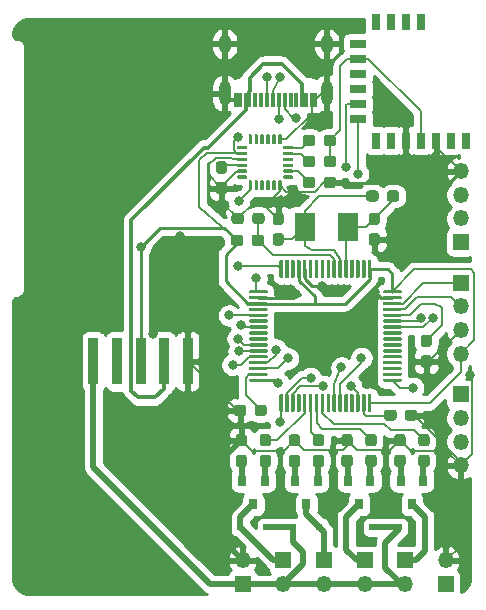
<source format=gbr>
%TF.GenerationSoftware,KiCad,Pcbnew,(5.1.6-0-10_14)*%
%TF.CreationDate,2020-11-30T17:01:27+08:00*%
%TF.ProjectId,Quadrotor,51756164-726f-4746-9f72-2e6b69636164,rev?*%
%TF.SameCoordinates,Original*%
%TF.FileFunction,Copper,L1,Top*%
%TF.FilePolarity,Positive*%
%FSLAX46Y46*%
G04 Gerber Fmt 4.6, Leading zero omitted, Abs format (unit mm)*
G04 Created by KiCad (PCBNEW (5.1.6-0-10_14)) date 2020-11-30 17:01:27*
%MOMM*%
%LPD*%
G01*
G04 APERTURE LIST*
%TA.AperFunction,ComponentPad*%
%ADD10O,1.350000X1.350000*%
%TD*%
%TA.AperFunction,ComponentPad*%
%ADD11R,1.350000X1.350000*%
%TD*%
%TA.AperFunction,SMDPad,CuDef*%
%ADD12R,0.850000X4.000000*%
%TD*%
%TA.AperFunction,SMDPad,CuDef*%
%ADD13R,1.700000X2.400000*%
%TD*%
%TA.AperFunction,SMDPad,CuDef*%
%ADD14R,0.700000X1.400000*%
%TD*%
%TA.AperFunction,SMDPad,CuDef*%
%ADD15R,1.400000X0.700000*%
%TD*%
%TA.AperFunction,SMDPad,CuDef*%
%ADD16R,0.800000X0.900000*%
%TD*%
%TA.AperFunction,SMDPad,CuDef*%
%ADD17R,0.300000X1.150000*%
%TD*%
%TA.AperFunction,ComponentPad*%
%ADD18O,1.000000X1.600000*%
%TD*%
%TA.AperFunction,ComponentPad*%
%ADD19O,1.000000X2.100000*%
%TD*%
%TA.AperFunction,SMDPad,CuDef*%
%ADD20R,0.500000X0.500000*%
%TD*%
%TA.AperFunction,ViaPad*%
%ADD21C,0.800000*%
%TD*%
%TA.AperFunction,Conductor*%
%ADD22C,0.200000*%
%TD*%
%TA.AperFunction,Conductor*%
%ADD23C,0.500000*%
%TD*%
%TA.AperFunction,Conductor*%
%ADD24C,0.300000*%
%TD*%
%TA.AperFunction,Conductor*%
%ADD25C,0.250000*%
%TD*%
%TA.AperFunction,Conductor*%
%ADD26C,0.254000*%
%TD*%
G04 APERTURE END LIST*
D10*
%TO.P,J4,2*%
%TO.N,Earth*%
X120100000Y-146500000D03*
D11*
%TO.P,J4,1*%
%TO.N,+BATT*%
X120100000Y-148500000D03*
%TD*%
D12*
%TO.P,U2,5*%
%TO.N,+BATT*%
X107450000Y-129650000D03*
%TO.P,U2,4*%
%TO.N,+5V*%
X109450000Y-129650000D03*
%TO.P,U2,3*%
%TO.N,/+3.3V*%
X111450000Y-129650000D03*
%TO.P,U2,2*%
%TO.N,VBUS*%
X113450000Y-129650000D03*
%TO.P,U2,1*%
%TO.N,Earth*%
X115450000Y-129650000D03*
%TD*%
D13*
%TO.P,Y1,2*%
%TO.N,Net-(C21-Pad1)*%
X125350000Y-118250000D03*
%TO.P,Y1,1*%
%TO.N,Net-(C20-Pad1)*%
X129050000Y-118250000D03*
%TD*%
D14*
%TO.P,U7,4*%
%TO.N,N/C*%
X131350000Y-100950000D03*
%TO.P,U7,3*%
X132630000Y-100950000D03*
%TO.P,U7,2*%
X133910000Y-100950000D03*
D15*
%TO.P,U7,10*%
%TO.N,/BLE_RX*%
X129850000Y-109150000D03*
%TO.P,U7,9*%
%TO.N,/BLE_TX*%
X129850000Y-107870000D03*
%TO.P,U7,8*%
%TO.N,N/C*%
X129850000Y-106590000D03*
%TO.P,U7,7*%
X129850000Y-105310000D03*
%TO.P,U7,6*%
%TO.N,/+3.3V*%
X129850000Y-104030000D03*
D14*
%TO.P,U7,11*%
%TO.N,N/C*%
X131350000Y-110950000D03*
%TO.P,U7,12*%
X132630000Y-110950000D03*
%TO.P,U7,13*%
%TO.N,Earth*%
X133910000Y-110950000D03*
%TO.P,U7,14*%
%TO.N,/+3.3V*%
X135190000Y-110950000D03*
%TO.P,U7,15*%
%TO.N,Earth*%
X136470000Y-110950000D03*
%TO.P,U7,16*%
%TO.N,N/C*%
X137750000Y-110950000D03*
D15*
%TO.P,U7,5*%
X129850000Y-102750000D03*
D14*
%TO.P,U7,1*%
X135190000Y-100950000D03*
%TO.P,U7,17*%
X139030000Y-110950000D03*
%TD*%
%TO.P,U6,24*%
%TO.N,/MPU_SDA*%
%TA.AperFunction,SMDPad,CuDef*%
G36*
G01*
X123525000Y-111625000D02*
X123525000Y-111475000D01*
G75*
G02*
X123600000Y-111400000I75000J0D01*
G01*
X124300000Y-111400000D01*
G75*
G02*
X124375000Y-111475000I0J-75000D01*
G01*
X124375000Y-111625000D01*
G75*
G02*
X124300000Y-111700000I-75000J0D01*
G01*
X123600000Y-111700000D01*
G75*
G02*
X123525000Y-111625000I0J75000D01*
G01*
G37*
%TD.AperFunction*%
%TO.P,U6,23*%
%TO.N,/MPU_SCL*%
%TA.AperFunction,SMDPad,CuDef*%
G36*
G01*
X123525000Y-112125000D02*
X123525000Y-111975000D01*
G75*
G02*
X123600000Y-111900000I75000J0D01*
G01*
X124300000Y-111900000D01*
G75*
G02*
X124375000Y-111975000I0J-75000D01*
G01*
X124375000Y-112125000D01*
G75*
G02*
X124300000Y-112200000I-75000J0D01*
G01*
X123600000Y-112200000D01*
G75*
G02*
X123525000Y-112125000I0J75000D01*
G01*
G37*
%TD.AperFunction*%
%TO.P,U6,22*%
%TO.N,N/C*%
%TA.AperFunction,SMDPad,CuDef*%
G36*
G01*
X123525000Y-112625000D02*
X123525000Y-112475000D01*
G75*
G02*
X123600000Y-112400000I75000J0D01*
G01*
X124300000Y-112400000D01*
G75*
G02*
X124375000Y-112475000I0J-75000D01*
G01*
X124375000Y-112625000D01*
G75*
G02*
X124300000Y-112700000I-75000J0D01*
G01*
X123600000Y-112700000D01*
G75*
G02*
X123525000Y-112625000I0J75000D01*
G01*
G37*
%TD.AperFunction*%
%TO.P,U6,21*%
%TA.AperFunction,SMDPad,CuDef*%
G36*
G01*
X123525000Y-113125000D02*
X123525000Y-112975000D01*
G75*
G02*
X123600000Y-112900000I75000J0D01*
G01*
X124300000Y-112900000D01*
G75*
G02*
X124375000Y-112975000I0J-75000D01*
G01*
X124375000Y-113125000D01*
G75*
G02*
X124300000Y-113200000I-75000J0D01*
G01*
X123600000Y-113200000D01*
G75*
G02*
X123525000Y-113125000I0J75000D01*
G01*
G37*
%TD.AperFunction*%
%TO.P,U6,20*%
%TO.N,Net-(C25-Pad1)*%
%TA.AperFunction,SMDPad,CuDef*%
G36*
G01*
X123525000Y-113625000D02*
X123525000Y-113475000D01*
G75*
G02*
X123600000Y-113400000I75000J0D01*
G01*
X124300000Y-113400000D01*
G75*
G02*
X124375000Y-113475000I0J-75000D01*
G01*
X124375000Y-113625000D01*
G75*
G02*
X124300000Y-113700000I-75000J0D01*
G01*
X123600000Y-113700000D01*
G75*
G02*
X123525000Y-113625000I0J75000D01*
G01*
G37*
%TD.AperFunction*%
%TO.P,U6,19*%
%TO.N,N/C*%
%TA.AperFunction,SMDPad,CuDef*%
G36*
G01*
X123525000Y-114125000D02*
X123525000Y-113975000D01*
G75*
G02*
X123600000Y-113900000I75000J0D01*
G01*
X124300000Y-113900000D01*
G75*
G02*
X124375000Y-113975000I0J-75000D01*
G01*
X124375000Y-114125000D01*
G75*
G02*
X124300000Y-114200000I-75000J0D01*
G01*
X123600000Y-114200000D01*
G75*
G02*
X123525000Y-114125000I0J75000D01*
G01*
G37*
%TD.AperFunction*%
%TO.P,U6,18*%
%TO.N,Earth*%
%TA.AperFunction,SMDPad,CuDef*%
G36*
G01*
X123175000Y-114325000D02*
X123325000Y-114325000D01*
G75*
G02*
X123400000Y-114400000I0J-75000D01*
G01*
X123400000Y-115100000D01*
G75*
G02*
X123325000Y-115175000I-75000J0D01*
G01*
X123175000Y-115175000D01*
G75*
G02*
X123100000Y-115100000I0J75000D01*
G01*
X123100000Y-114400000D01*
G75*
G02*
X123175000Y-114325000I75000J0D01*
G01*
G37*
%TD.AperFunction*%
%TO.P,U6,17*%
%TO.N,N/C*%
%TA.AperFunction,SMDPad,CuDef*%
G36*
G01*
X122675000Y-114325000D02*
X122825000Y-114325000D01*
G75*
G02*
X122900000Y-114400000I0J-75000D01*
G01*
X122900000Y-115100000D01*
G75*
G02*
X122825000Y-115175000I-75000J0D01*
G01*
X122675000Y-115175000D01*
G75*
G02*
X122600000Y-115100000I0J75000D01*
G01*
X122600000Y-114400000D01*
G75*
G02*
X122675000Y-114325000I75000J0D01*
G01*
G37*
%TD.AperFunction*%
%TO.P,U6,16*%
%TA.AperFunction,SMDPad,CuDef*%
G36*
G01*
X122175000Y-114325000D02*
X122325000Y-114325000D01*
G75*
G02*
X122400000Y-114400000I0J-75000D01*
G01*
X122400000Y-115100000D01*
G75*
G02*
X122325000Y-115175000I-75000J0D01*
G01*
X122175000Y-115175000D01*
G75*
G02*
X122100000Y-115100000I0J75000D01*
G01*
X122100000Y-114400000D01*
G75*
G02*
X122175000Y-114325000I75000J0D01*
G01*
G37*
%TD.AperFunction*%
%TO.P,U6,15*%
%TA.AperFunction,SMDPad,CuDef*%
G36*
G01*
X121675000Y-114325000D02*
X121825000Y-114325000D01*
G75*
G02*
X121900000Y-114400000I0J-75000D01*
G01*
X121900000Y-115100000D01*
G75*
G02*
X121825000Y-115175000I-75000J0D01*
G01*
X121675000Y-115175000D01*
G75*
G02*
X121600000Y-115100000I0J75000D01*
G01*
X121600000Y-114400000D01*
G75*
G02*
X121675000Y-114325000I75000J0D01*
G01*
G37*
%TD.AperFunction*%
%TO.P,U6,14*%
%TA.AperFunction,SMDPad,CuDef*%
G36*
G01*
X121175000Y-114325000D02*
X121325000Y-114325000D01*
G75*
G02*
X121400000Y-114400000I0J-75000D01*
G01*
X121400000Y-115100000D01*
G75*
G02*
X121325000Y-115175000I-75000J0D01*
G01*
X121175000Y-115175000D01*
G75*
G02*
X121100000Y-115100000I0J75000D01*
G01*
X121100000Y-114400000D01*
G75*
G02*
X121175000Y-114325000I75000J0D01*
G01*
G37*
%TD.AperFunction*%
%TO.P,U6,13*%
%TO.N,/+3.3V*%
%TA.AperFunction,SMDPad,CuDef*%
G36*
G01*
X120675000Y-114325000D02*
X120825000Y-114325000D01*
G75*
G02*
X120900000Y-114400000I0J-75000D01*
G01*
X120900000Y-115100000D01*
G75*
G02*
X120825000Y-115175000I-75000J0D01*
G01*
X120675000Y-115175000D01*
G75*
G02*
X120600000Y-115100000I0J75000D01*
G01*
X120600000Y-114400000D01*
G75*
G02*
X120675000Y-114325000I75000J0D01*
G01*
G37*
%TD.AperFunction*%
%TO.P,U6,12*%
%TO.N,N/C*%
%TA.AperFunction,SMDPad,CuDef*%
G36*
G01*
X119625000Y-114125000D02*
X119625000Y-113975000D01*
G75*
G02*
X119700000Y-113900000I75000J0D01*
G01*
X120400000Y-113900000D01*
G75*
G02*
X120475000Y-113975000I0J-75000D01*
G01*
X120475000Y-114125000D01*
G75*
G02*
X120400000Y-114200000I-75000J0D01*
G01*
X119700000Y-114200000D01*
G75*
G02*
X119625000Y-114125000I0J75000D01*
G01*
G37*
%TD.AperFunction*%
%TO.P,U6,11*%
%TO.N,Earth*%
%TA.AperFunction,SMDPad,CuDef*%
G36*
G01*
X119625000Y-113625000D02*
X119625000Y-113475000D01*
G75*
G02*
X119700000Y-113400000I75000J0D01*
G01*
X120400000Y-113400000D01*
G75*
G02*
X120475000Y-113475000I0J-75000D01*
G01*
X120475000Y-113625000D01*
G75*
G02*
X120400000Y-113700000I-75000J0D01*
G01*
X119700000Y-113700000D01*
G75*
G02*
X119625000Y-113625000I0J75000D01*
G01*
G37*
%TD.AperFunction*%
%TO.P,U6,10*%
%TO.N,Net-(C24-Pad1)*%
%TA.AperFunction,SMDPad,CuDef*%
G36*
G01*
X119625000Y-113125000D02*
X119625000Y-112975000D01*
G75*
G02*
X119700000Y-112900000I75000J0D01*
G01*
X120400000Y-112900000D01*
G75*
G02*
X120475000Y-112975000I0J-75000D01*
G01*
X120475000Y-113125000D01*
G75*
G02*
X120400000Y-113200000I-75000J0D01*
G01*
X119700000Y-113200000D01*
G75*
G02*
X119625000Y-113125000I0J75000D01*
G01*
G37*
%TD.AperFunction*%
%TO.P,U6,9*%
%TO.N,Earth*%
%TA.AperFunction,SMDPad,CuDef*%
G36*
G01*
X119625000Y-112625000D02*
X119625000Y-112475000D01*
G75*
G02*
X119700000Y-112400000I75000J0D01*
G01*
X120400000Y-112400000D01*
G75*
G02*
X120475000Y-112475000I0J-75000D01*
G01*
X120475000Y-112625000D01*
G75*
G02*
X120400000Y-112700000I-75000J0D01*
G01*
X119700000Y-112700000D01*
G75*
G02*
X119625000Y-112625000I0J75000D01*
G01*
G37*
%TD.AperFunction*%
%TO.P,U6,8*%
%TO.N,/+3.3V*%
%TA.AperFunction,SMDPad,CuDef*%
G36*
G01*
X119625000Y-112125000D02*
X119625000Y-111975000D01*
G75*
G02*
X119700000Y-111900000I75000J0D01*
G01*
X120400000Y-111900000D01*
G75*
G02*
X120475000Y-111975000I0J-75000D01*
G01*
X120475000Y-112125000D01*
G75*
G02*
X120400000Y-112200000I-75000J0D01*
G01*
X119700000Y-112200000D01*
G75*
G02*
X119625000Y-112125000I0J75000D01*
G01*
G37*
%TD.AperFunction*%
%TO.P,U6,7*%
%TO.N,N/C*%
%TA.AperFunction,SMDPad,CuDef*%
G36*
G01*
X119625000Y-111625000D02*
X119625000Y-111475000D01*
G75*
G02*
X119700000Y-111400000I75000J0D01*
G01*
X120400000Y-111400000D01*
G75*
G02*
X120475000Y-111475000I0J-75000D01*
G01*
X120475000Y-111625000D01*
G75*
G02*
X120400000Y-111700000I-75000J0D01*
G01*
X119700000Y-111700000D01*
G75*
G02*
X119625000Y-111625000I0J75000D01*
G01*
G37*
%TD.AperFunction*%
%TO.P,U6,6*%
%TA.AperFunction,SMDPad,CuDef*%
G36*
G01*
X120675000Y-110425000D02*
X120825000Y-110425000D01*
G75*
G02*
X120900000Y-110500000I0J-75000D01*
G01*
X120900000Y-111200000D01*
G75*
G02*
X120825000Y-111275000I-75000J0D01*
G01*
X120675000Y-111275000D01*
G75*
G02*
X120600000Y-111200000I0J75000D01*
G01*
X120600000Y-110500000D01*
G75*
G02*
X120675000Y-110425000I75000J0D01*
G01*
G37*
%TD.AperFunction*%
%TO.P,U6,5*%
%TA.AperFunction,SMDPad,CuDef*%
G36*
G01*
X121175000Y-110425000D02*
X121325000Y-110425000D01*
G75*
G02*
X121400000Y-110500000I0J-75000D01*
G01*
X121400000Y-111200000D01*
G75*
G02*
X121325000Y-111275000I-75000J0D01*
G01*
X121175000Y-111275000D01*
G75*
G02*
X121100000Y-111200000I0J75000D01*
G01*
X121100000Y-110500000D01*
G75*
G02*
X121175000Y-110425000I75000J0D01*
G01*
G37*
%TD.AperFunction*%
%TO.P,U6,4*%
%TA.AperFunction,SMDPad,CuDef*%
G36*
G01*
X121675000Y-110425000D02*
X121825000Y-110425000D01*
G75*
G02*
X121900000Y-110500000I0J-75000D01*
G01*
X121900000Y-111200000D01*
G75*
G02*
X121825000Y-111275000I-75000J0D01*
G01*
X121675000Y-111275000D01*
G75*
G02*
X121600000Y-111200000I0J75000D01*
G01*
X121600000Y-110500000D01*
G75*
G02*
X121675000Y-110425000I75000J0D01*
G01*
G37*
%TD.AperFunction*%
%TO.P,U6,3*%
%TA.AperFunction,SMDPad,CuDef*%
G36*
G01*
X122175000Y-110425000D02*
X122325000Y-110425000D01*
G75*
G02*
X122400000Y-110500000I0J-75000D01*
G01*
X122400000Y-111200000D01*
G75*
G02*
X122325000Y-111275000I-75000J0D01*
G01*
X122175000Y-111275000D01*
G75*
G02*
X122100000Y-111200000I0J75000D01*
G01*
X122100000Y-110500000D01*
G75*
G02*
X122175000Y-110425000I75000J0D01*
G01*
G37*
%TD.AperFunction*%
%TO.P,U6,2*%
%TA.AperFunction,SMDPad,CuDef*%
G36*
G01*
X122675000Y-110425000D02*
X122825000Y-110425000D01*
G75*
G02*
X122900000Y-110500000I0J-75000D01*
G01*
X122900000Y-111200000D01*
G75*
G02*
X122825000Y-111275000I-75000J0D01*
G01*
X122675000Y-111275000D01*
G75*
G02*
X122600000Y-111200000I0J75000D01*
G01*
X122600000Y-110500000D01*
G75*
G02*
X122675000Y-110425000I75000J0D01*
G01*
G37*
%TD.AperFunction*%
%TO.P,U6,1*%
%TO.N,Earth*%
%TA.AperFunction,SMDPad,CuDef*%
G36*
G01*
X123175000Y-110425000D02*
X123325000Y-110425000D01*
G75*
G02*
X123400000Y-110500000I0J-75000D01*
G01*
X123400000Y-111200000D01*
G75*
G02*
X123325000Y-111275000I-75000J0D01*
G01*
X123175000Y-111275000D01*
G75*
G02*
X123100000Y-111200000I0J75000D01*
G01*
X123100000Y-110500000D01*
G75*
G02*
X123175000Y-110425000I75000J0D01*
G01*
G37*
%TD.AperFunction*%
%TD*%
%TO.P,U1,64*%
%TO.N,/+3.3V*%
%TA.AperFunction,SMDPad,CuDef*%
G36*
G01*
X132075000Y-123600000D02*
X133475000Y-123600000D01*
G75*
G02*
X133550000Y-123675000I0J-75000D01*
G01*
X133550000Y-123825000D01*
G75*
G02*
X133475000Y-123900000I-75000J0D01*
G01*
X132075000Y-123900000D01*
G75*
G02*
X132000000Y-123825000I0J75000D01*
G01*
X132000000Y-123675000D01*
G75*
G02*
X132075000Y-123600000I75000J0D01*
G01*
G37*
%TD.AperFunction*%
%TO.P,U1,63*%
%TO.N,Earth*%
%TA.AperFunction,SMDPad,CuDef*%
G36*
G01*
X132075000Y-124100000D02*
X133475000Y-124100000D01*
G75*
G02*
X133550000Y-124175000I0J-75000D01*
G01*
X133550000Y-124325000D01*
G75*
G02*
X133475000Y-124400000I-75000J0D01*
G01*
X132075000Y-124400000D01*
G75*
G02*
X132000000Y-124325000I0J75000D01*
G01*
X132000000Y-124175000D01*
G75*
G02*
X132075000Y-124100000I75000J0D01*
G01*
G37*
%TD.AperFunction*%
%TO.P,U1,62*%
%TO.N,/VL53_SDA*%
%TA.AperFunction,SMDPad,CuDef*%
G36*
G01*
X132075000Y-124600000D02*
X133475000Y-124600000D01*
G75*
G02*
X133550000Y-124675000I0J-75000D01*
G01*
X133550000Y-124825000D01*
G75*
G02*
X133475000Y-124900000I-75000J0D01*
G01*
X132075000Y-124900000D01*
G75*
G02*
X132000000Y-124825000I0J75000D01*
G01*
X132000000Y-124675000D01*
G75*
G02*
X132075000Y-124600000I75000J0D01*
G01*
G37*
%TD.AperFunction*%
%TO.P,U1,61*%
%TO.N,/VL53_SCL*%
%TA.AperFunction,SMDPad,CuDef*%
G36*
G01*
X132075000Y-125100000D02*
X133475000Y-125100000D01*
G75*
G02*
X133550000Y-125175000I0J-75000D01*
G01*
X133550000Y-125325000D01*
G75*
G02*
X133475000Y-125400000I-75000J0D01*
G01*
X132075000Y-125400000D01*
G75*
G02*
X132000000Y-125325000I0J75000D01*
G01*
X132000000Y-125175000D01*
G75*
G02*
X132075000Y-125100000I75000J0D01*
G01*
G37*
%TD.AperFunction*%
%TO.P,U1,60*%
%TO.N,/BOOT0*%
%TA.AperFunction,SMDPad,CuDef*%
G36*
G01*
X132075000Y-125600000D02*
X133475000Y-125600000D01*
G75*
G02*
X133550000Y-125675000I0J-75000D01*
G01*
X133550000Y-125825000D01*
G75*
G02*
X133475000Y-125900000I-75000J0D01*
G01*
X132075000Y-125900000D01*
G75*
G02*
X132000000Y-125825000I0J75000D01*
G01*
X132000000Y-125675000D01*
G75*
G02*
X132075000Y-125600000I75000J0D01*
G01*
G37*
%TD.AperFunction*%
%TO.P,U1,59*%
%TO.N,/PWM2*%
%TA.AperFunction,SMDPad,CuDef*%
G36*
G01*
X132075000Y-126100000D02*
X133475000Y-126100000D01*
G75*
G02*
X133550000Y-126175000I0J-75000D01*
G01*
X133550000Y-126325000D01*
G75*
G02*
X133475000Y-126400000I-75000J0D01*
G01*
X132075000Y-126400000D01*
G75*
G02*
X132000000Y-126325000I0J75000D01*
G01*
X132000000Y-126175000D01*
G75*
G02*
X132075000Y-126100000I75000J0D01*
G01*
G37*
%TD.AperFunction*%
%TO.P,U1,58*%
%TO.N,/PWM1*%
%TA.AperFunction,SMDPad,CuDef*%
G36*
G01*
X132075000Y-126600000D02*
X133475000Y-126600000D01*
G75*
G02*
X133550000Y-126675000I0J-75000D01*
G01*
X133550000Y-126825000D01*
G75*
G02*
X133475000Y-126900000I-75000J0D01*
G01*
X132075000Y-126900000D01*
G75*
G02*
X132000000Y-126825000I0J75000D01*
G01*
X132000000Y-126675000D01*
G75*
G02*
X132075000Y-126600000I75000J0D01*
G01*
G37*
%TD.AperFunction*%
%TO.P,U1,57*%
%TO.N,N/C*%
%TA.AperFunction,SMDPad,CuDef*%
G36*
G01*
X132075000Y-127100000D02*
X133475000Y-127100000D01*
G75*
G02*
X133550000Y-127175000I0J-75000D01*
G01*
X133550000Y-127325000D01*
G75*
G02*
X133475000Y-127400000I-75000J0D01*
G01*
X132075000Y-127400000D01*
G75*
G02*
X132000000Y-127325000I0J75000D01*
G01*
X132000000Y-127175000D01*
G75*
G02*
X132075000Y-127100000I75000J0D01*
G01*
G37*
%TD.AperFunction*%
%TO.P,U1,56*%
%TA.AperFunction,SMDPad,CuDef*%
G36*
G01*
X132075000Y-127600000D02*
X133475000Y-127600000D01*
G75*
G02*
X133550000Y-127675000I0J-75000D01*
G01*
X133550000Y-127825000D01*
G75*
G02*
X133475000Y-127900000I-75000J0D01*
G01*
X132075000Y-127900000D01*
G75*
G02*
X132000000Y-127825000I0J75000D01*
G01*
X132000000Y-127675000D01*
G75*
G02*
X132075000Y-127600000I75000J0D01*
G01*
G37*
%TD.AperFunction*%
%TO.P,U1,55*%
%TA.AperFunction,SMDPad,CuDef*%
G36*
G01*
X132075000Y-128100000D02*
X133475000Y-128100000D01*
G75*
G02*
X133550000Y-128175000I0J-75000D01*
G01*
X133550000Y-128325000D01*
G75*
G02*
X133475000Y-128400000I-75000J0D01*
G01*
X132075000Y-128400000D01*
G75*
G02*
X132000000Y-128325000I0J75000D01*
G01*
X132000000Y-128175000D01*
G75*
G02*
X132075000Y-128100000I75000J0D01*
G01*
G37*
%TD.AperFunction*%
%TO.P,U1,54*%
%TA.AperFunction,SMDPad,CuDef*%
G36*
G01*
X132075000Y-128600000D02*
X133475000Y-128600000D01*
G75*
G02*
X133550000Y-128675000I0J-75000D01*
G01*
X133550000Y-128825000D01*
G75*
G02*
X133475000Y-128900000I-75000J0D01*
G01*
X132075000Y-128900000D01*
G75*
G02*
X132000000Y-128825000I0J75000D01*
G01*
X132000000Y-128675000D01*
G75*
G02*
X132075000Y-128600000I75000J0D01*
G01*
G37*
%TD.AperFunction*%
%TO.P,U1,53*%
%TA.AperFunction,SMDPad,CuDef*%
G36*
G01*
X132075000Y-129100000D02*
X133475000Y-129100000D01*
G75*
G02*
X133550000Y-129175000I0J-75000D01*
G01*
X133550000Y-129325000D01*
G75*
G02*
X133475000Y-129400000I-75000J0D01*
G01*
X132075000Y-129400000D01*
G75*
G02*
X132000000Y-129325000I0J75000D01*
G01*
X132000000Y-129175000D01*
G75*
G02*
X132075000Y-129100000I75000J0D01*
G01*
G37*
%TD.AperFunction*%
%TO.P,U1,52*%
%TA.AperFunction,SMDPad,CuDef*%
G36*
G01*
X132075000Y-129600000D02*
X133475000Y-129600000D01*
G75*
G02*
X133550000Y-129675000I0J-75000D01*
G01*
X133550000Y-129825000D01*
G75*
G02*
X133475000Y-129900000I-75000J0D01*
G01*
X132075000Y-129900000D01*
G75*
G02*
X132000000Y-129825000I0J75000D01*
G01*
X132000000Y-129675000D01*
G75*
G02*
X132075000Y-129600000I75000J0D01*
G01*
G37*
%TD.AperFunction*%
%TO.P,U1,51*%
%TA.AperFunction,SMDPad,CuDef*%
G36*
G01*
X132075000Y-130100000D02*
X133475000Y-130100000D01*
G75*
G02*
X133550000Y-130175000I0J-75000D01*
G01*
X133550000Y-130325000D01*
G75*
G02*
X133475000Y-130400000I-75000J0D01*
G01*
X132075000Y-130400000D01*
G75*
G02*
X132000000Y-130325000I0J75000D01*
G01*
X132000000Y-130175000D01*
G75*
G02*
X132075000Y-130100000I75000J0D01*
G01*
G37*
%TD.AperFunction*%
%TO.P,U1,50*%
%TA.AperFunction,SMDPad,CuDef*%
G36*
G01*
X132075000Y-130600000D02*
X133475000Y-130600000D01*
G75*
G02*
X133550000Y-130675000I0J-75000D01*
G01*
X133550000Y-130825000D01*
G75*
G02*
X133475000Y-130900000I-75000J0D01*
G01*
X132075000Y-130900000D01*
G75*
G02*
X132000000Y-130825000I0J75000D01*
G01*
X132000000Y-130675000D01*
G75*
G02*
X132075000Y-130600000I75000J0D01*
G01*
G37*
%TD.AperFunction*%
%TO.P,U1,49*%
%TO.N,/SWCLK*%
%TA.AperFunction,SMDPad,CuDef*%
G36*
G01*
X132075000Y-131100000D02*
X133475000Y-131100000D01*
G75*
G02*
X133550000Y-131175000I0J-75000D01*
G01*
X133550000Y-131325000D01*
G75*
G02*
X133475000Y-131400000I-75000J0D01*
G01*
X132075000Y-131400000D01*
G75*
G02*
X132000000Y-131325000I0J75000D01*
G01*
X132000000Y-131175000D01*
G75*
G02*
X132075000Y-131100000I75000J0D01*
G01*
G37*
%TD.AperFunction*%
%TO.P,U1,48*%
%TO.N,/+3.3V*%
%TA.AperFunction,SMDPad,CuDef*%
G36*
G01*
X130775000Y-132400000D02*
X130925000Y-132400000D01*
G75*
G02*
X131000000Y-132475000I0J-75000D01*
G01*
X131000000Y-133875000D01*
G75*
G02*
X130925000Y-133950000I-75000J0D01*
G01*
X130775000Y-133950000D01*
G75*
G02*
X130700000Y-133875000I0J75000D01*
G01*
X130700000Y-132475000D01*
G75*
G02*
X130775000Y-132400000I75000J0D01*
G01*
G37*
%TD.AperFunction*%
%TO.P,U1,47*%
%TO.N,/VCAP2*%
%TA.AperFunction,SMDPad,CuDef*%
G36*
G01*
X130275000Y-132400000D02*
X130425000Y-132400000D01*
G75*
G02*
X130500000Y-132475000I0J-75000D01*
G01*
X130500000Y-133875000D01*
G75*
G02*
X130425000Y-133950000I-75000J0D01*
G01*
X130275000Y-133950000D01*
G75*
G02*
X130200000Y-133875000I0J75000D01*
G01*
X130200000Y-132475000D01*
G75*
G02*
X130275000Y-132400000I75000J0D01*
G01*
G37*
%TD.AperFunction*%
%TO.P,U1,46*%
%TO.N,/SWIO*%
%TA.AperFunction,SMDPad,CuDef*%
G36*
G01*
X129775000Y-132400000D02*
X129925000Y-132400000D01*
G75*
G02*
X130000000Y-132475000I0J-75000D01*
G01*
X130000000Y-133875000D01*
G75*
G02*
X129925000Y-133950000I-75000J0D01*
G01*
X129775000Y-133950000D01*
G75*
G02*
X129700000Y-133875000I0J75000D01*
G01*
X129700000Y-132475000D01*
G75*
G02*
X129775000Y-132400000I75000J0D01*
G01*
G37*
%TD.AperFunction*%
%TO.P,U1,45*%
%TO.N,N/C*%
%TA.AperFunction,SMDPad,CuDef*%
G36*
G01*
X129275000Y-132400000D02*
X129425000Y-132400000D01*
G75*
G02*
X129500000Y-132475000I0J-75000D01*
G01*
X129500000Y-133875000D01*
G75*
G02*
X129425000Y-133950000I-75000J0D01*
G01*
X129275000Y-133950000D01*
G75*
G02*
X129200000Y-133875000I0J75000D01*
G01*
X129200000Y-132475000D01*
G75*
G02*
X129275000Y-132400000I75000J0D01*
G01*
G37*
%TD.AperFunction*%
%TO.P,U1,44*%
%TA.AperFunction,SMDPad,CuDef*%
G36*
G01*
X128775000Y-132400000D02*
X128925000Y-132400000D01*
G75*
G02*
X129000000Y-132475000I0J-75000D01*
G01*
X129000000Y-133875000D01*
G75*
G02*
X128925000Y-133950000I-75000J0D01*
G01*
X128775000Y-133950000D01*
G75*
G02*
X128700000Y-133875000I0J75000D01*
G01*
X128700000Y-132475000D01*
G75*
G02*
X128775000Y-132400000I75000J0D01*
G01*
G37*
%TD.AperFunction*%
%TO.P,U1,43*%
%TO.N,/BLE_TX*%
%TA.AperFunction,SMDPad,CuDef*%
G36*
G01*
X128275000Y-132400000D02*
X128425000Y-132400000D01*
G75*
G02*
X128500000Y-132475000I0J-75000D01*
G01*
X128500000Y-133875000D01*
G75*
G02*
X128425000Y-133950000I-75000J0D01*
G01*
X128275000Y-133950000D01*
G75*
G02*
X128200000Y-133875000I0J75000D01*
G01*
X128200000Y-132475000D01*
G75*
G02*
X128275000Y-132400000I75000J0D01*
G01*
G37*
%TD.AperFunction*%
%TO.P,U1,42*%
%TO.N,/BLE_RX*%
%TA.AperFunction,SMDPad,CuDef*%
G36*
G01*
X127775000Y-132400000D02*
X127925000Y-132400000D01*
G75*
G02*
X128000000Y-132475000I0J-75000D01*
G01*
X128000000Y-133875000D01*
G75*
G02*
X127925000Y-133950000I-75000J0D01*
G01*
X127775000Y-133950000D01*
G75*
G02*
X127700000Y-133875000I0J75000D01*
G01*
X127700000Y-132475000D01*
G75*
G02*
X127775000Y-132400000I75000J0D01*
G01*
G37*
%TD.AperFunction*%
%TO.P,U1,41*%
%TO.N,N/C*%
%TA.AperFunction,SMDPad,CuDef*%
G36*
G01*
X127275000Y-132400000D02*
X127425000Y-132400000D01*
G75*
G02*
X127500000Y-132475000I0J-75000D01*
G01*
X127500000Y-133875000D01*
G75*
G02*
X127425000Y-133950000I-75000J0D01*
G01*
X127275000Y-133950000D01*
G75*
G02*
X127200000Y-133875000I0J75000D01*
G01*
X127200000Y-132475000D01*
G75*
G02*
X127275000Y-132400000I75000J0D01*
G01*
G37*
%TD.AperFunction*%
%TO.P,U1,40*%
%TO.N,/M4*%
%TA.AperFunction,SMDPad,CuDef*%
G36*
G01*
X126775000Y-132400000D02*
X126925000Y-132400000D01*
G75*
G02*
X127000000Y-132475000I0J-75000D01*
G01*
X127000000Y-133875000D01*
G75*
G02*
X126925000Y-133950000I-75000J0D01*
G01*
X126775000Y-133950000D01*
G75*
G02*
X126700000Y-133875000I0J75000D01*
G01*
X126700000Y-132475000D01*
G75*
G02*
X126775000Y-132400000I75000J0D01*
G01*
G37*
%TD.AperFunction*%
%TO.P,U1,39*%
%TO.N,/M3*%
%TA.AperFunction,SMDPad,CuDef*%
G36*
G01*
X126275000Y-132400000D02*
X126425000Y-132400000D01*
G75*
G02*
X126500000Y-132475000I0J-75000D01*
G01*
X126500000Y-133875000D01*
G75*
G02*
X126425000Y-133950000I-75000J0D01*
G01*
X126275000Y-133950000D01*
G75*
G02*
X126200000Y-133875000I0J75000D01*
G01*
X126200000Y-132475000D01*
G75*
G02*
X126275000Y-132400000I75000J0D01*
G01*
G37*
%TD.AperFunction*%
%TO.P,U1,38*%
%TO.N,/M2*%
%TA.AperFunction,SMDPad,CuDef*%
G36*
G01*
X125775000Y-132400000D02*
X125925000Y-132400000D01*
G75*
G02*
X126000000Y-132475000I0J-75000D01*
G01*
X126000000Y-133875000D01*
G75*
G02*
X125925000Y-133950000I-75000J0D01*
G01*
X125775000Y-133950000D01*
G75*
G02*
X125700000Y-133875000I0J75000D01*
G01*
X125700000Y-132475000D01*
G75*
G02*
X125775000Y-132400000I75000J0D01*
G01*
G37*
%TD.AperFunction*%
%TO.P,U1,37*%
%TO.N,/M1*%
%TA.AperFunction,SMDPad,CuDef*%
G36*
G01*
X125275000Y-132400000D02*
X125425000Y-132400000D01*
G75*
G02*
X125500000Y-132475000I0J-75000D01*
G01*
X125500000Y-133875000D01*
G75*
G02*
X125425000Y-133950000I-75000J0D01*
G01*
X125275000Y-133950000D01*
G75*
G02*
X125200000Y-133875000I0J75000D01*
G01*
X125200000Y-132475000D01*
G75*
G02*
X125275000Y-132400000I75000J0D01*
G01*
G37*
%TD.AperFunction*%
%TO.P,U1,36*%
%TO.N,N/C*%
%TA.AperFunction,SMDPad,CuDef*%
G36*
G01*
X124775000Y-132400000D02*
X124925000Y-132400000D01*
G75*
G02*
X125000000Y-132475000I0J-75000D01*
G01*
X125000000Y-133875000D01*
G75*
G02*
X124925000Y-133950000I-75000J0D01*
G01*
X124775000Y-133950000D01*
G75*
G02*
X124700000Y-133875000I0J75000D01*
G01*
X124700000Y-132475000D01*
G75*
G02*
X124775000Y-132400000I75000J0D01*
G01*
G37*
%TD.AperFunction*%
%TO.P,U1,35*%
%TO.N,/PWM4*%
%TA.AperFunction,SMDPad,CuDef*%
G36*
G01*
X124275000Y-132400000D02*
X124425000Y-132400000D01*
G75*
G02*
X124500000Y-132475000I0J-75000D01*
G01*
X124500000Y-133875000D01*
G75*
G02*
X124425000Y-133950000I-75000J0D01*
G01*
X124275000Y-133950000D01*
G75*
G02*
X124200000Y-133875000I0J75000D01*
G01*
X124200000Y-132475000D01*
G75*
G02*
X124275000Y-132400000I75000J0D01*
G01*
G37*
%TD.AperFunction*%
%TO.P,U1,34*%
%TO.N,/PWM3*%
%TA.AperFunction,SMDPad,CuDef*%
G36*
G01*
X123775000Y-132400000D02*
X123925000Y-132400000D01*
G75*
G02*
X124000000Y-132475000I0J-75000D01*
G01*
X124000000Y-133875000D01*
G75*
G02*
X123925000Y-133950000I-75000J0D01*
G01*
X123775000Y-133950000D01*
G75*
G02*
X123700000Y-133875000I0J75000D01*
G01*
X123700000Y-132475000D01*
G75*
G02*
X123775000Y-132400000I75000J0D01*
G01*
G37*
%TD.AperFunction*%
%TO.P,U1,33*%
%TO.N,/LED1*%
%TA.AperFunction,SMDPad,CuDef*%
G36*
G01*
X123275000Y-132400000D02*
X123425000Y-132400000D01*
G75*
G02*
X123500000Y-132475000I0J-75000D01*
G01*
X123500000Y-133875000D01*
G75*
G02*
X123425000Y-133950000I-75000J0D01*
G01*
X123275000Y-133950000D01*
G75*
G02*
X123200000Y-133875000I0J75000D01*
G01*
X123200000Y-132475000D01*
G75*
G02*
X123275000Y-132400000I75000J0D01*
G01*
G37*
%TD.AperFunction*%
%TO.P,U1,32*%
%TO.N,/+3.3V*%
%TA.AperFunction,SMDPad,CuDef*%
G36*
G01*
X120725000Y-131100000D02*
X122125000Y-131100000D01*
G75*
G02*
X122200000Y-131175000I0J-75000D01*
G01*
X122200000Y-131325000D01*
G75*
G02*
X122125000Y-131400000I-75000J0D01*
G01*
X120725000Y-131400000D01*
G75*
G02*
X120650000Y-131325000I0J75000D01*
G01*
X120650000Y-131175000D01*
G75*
G02*
X120725000Y-131100000I75000J0D01*
G01*
G37*
%TD.AperFunction*%
%TO.P,U1,31*%
%TO.N,/VCAP1*%
%TA.AperFunction,SMDPad,CuDef*%
G36*
G01*
X120725000Y-130600000D02*
X122125000Y-130600000D01*
G75*
G02*
X122200000Y-130675000I0J-75000D01*
G01*
X122200000Y-130825000D01*
G75*
G02*
X122125000Y-130900000I-75000J0D01*
G01*
X120725000Y-130900000D01*
G75*
G02*
X120650000Y-130825000I0J75000D01*
G01*
X120650000Y-130675000D01*
G75*
G02*
X120725000Y-130600000I75000J0D01*
G01*
G37*
%TD.AperFunction*%
%TO.P,U1,30*%
%TO.N,/MPU_SDA*%
%TA.AperFunction,SMDPad,CuDef*%
G36*
G01*
X120725000Y-130100000D02*
X122125000Y-130100000D01*
G75*
G02*
X122200000Y-130175000I0J-75000D01*
G01*
X122200000Y-130325000D01*
G75*
G02*
X122125000Y-130400000I-75000J0D01*
G01*
X120725000Y-130400000D01*
G75*
G02*
X120650000Y-130325000I0J75000D01*
G01*
X120650000Y-130175000D01*
G75*
G02*
X120725000Y-130100000I75000J0D01*
G01*
G37*
%TD.AperFunction*%
%TO.P,U1,29*%
%TO.N,/MPU_SCL*%
%TA.AperFunction,SMDPad,CuDef*%
G36*
G01*
X120725000Y-129600000D02*
X122125000Y-129600000D01*
G75*
G02*
X122200000Y-129675000I0J-75000D01*
G01*
X122200000Y-129825000D01*
G75*
G02*
X122125000Y-129900000I-75000J0D01*
G01*
X120725000Y-129900000D01*
G75*
G02*
X120650000Y-129825000I0J75000D01*
G01*
X120650000Y-129675000D01*
G75*
G02*
X120725000Y-129600000I75000J0D01*
G01*
G37*
%TD.AperFunction*%
%TO.P,U1,28*%
%TO.N,/OLED_DC*%
%TA.AperFunction,SMDPad,CuDef*%
G36*
G01*
X120725000Y-129100000D02*
X122125000Y-129100000D01*
G75*
G02*
X122200000Y-129175000I0J-75000D01*
G01*
X122200000Y-129325000D01*
G75*
G02*
X122125000Y-129400000I-75000J0D01*
G01*
X120725000Y-129400000D01*
G75*
G02*
X120650000Y-129325000I0J75000D01*
G01*
X120650000Y-129175000D01*
G75*
G02*
X120725000Y-129100000I75000J0D01*
G01*
G37*
%TD.AperFunction*%
%TO.P,U1,27*%
%TO.N,/OLED_RES*%
%TA.AperFunction,SMDPad,CuDef*%
G36*
G01*
X120725000Y-128600000D02*
X122125000Y-128600000D01*
G75*
G02*
X122200000Y-128675000I0J-75000D01*
G01*
X122200000Y-128825000D01*
G75*
G02*
X122125000Y-128900000I-75000J0D01*
G01*
X120725000Y-128900000D01*
G75*
G02*
X120650000Y-128825000I0J75000D01*
G01*
X120650000Y-128675000D01*
G75*
G02*
X120725000Y-128600000I75000J0D01*
G01*
G37*
%TD.AperFunction*%
%TO.P,U1,26*%
%TO.N,/OLED_CS*%
%TA.AperFunction,SMDPad,CuDef*%
G36*
G01*
X120725000Y-128100000D02*
X122125000Y-128100000D01*
G75*
G02*
X122200000Y-128175000I0J-75000D01*
G01*
X122200000Y-128325000D01*
G75*
G02*
X122125000Y-128400000I-75000J0D01*
G01*
X120725000Y-128400000D01*
G75*
G02*
X120650000Y-128325000I0J75000D01*
G01*
X120650000Y-128175000D01*
G75*
G02*
X120725000Y-128100000I75000J0D01*
G01*
G37*
%TD.AperFunction*%
%TO.P,U1,25*%
%TO.N,N/C*%
%TA.AperFunction,SMDPad,CuDef*%
G36*
G01*
X120725000Y-127600000D02*
X122125000Y-127600000D01*
G75*
G02*
X122200000Y-127675000I0J-75000D01*
G01*
X122200000Y-127825000D01*
G75*
G02*
X122125000Y-127900000I-75000J0D01*
G01*
X120725000Y-127900000D01*
G75*
G02*
X120650000Y-127825000I0J75000D01*
G01*
X120650000Y-127675000D01*
G75*
G02*
X120725000Y-127600000I75000J0D01*
G01*
G37*
%TD.AperFunction*%
%TO.P,U1,24*%
%TA.AperFunction,SMDPad,CuDef*%
G36*
G01*
X120725000Y-127100000D02*
X122125000Y-127100000D01*
G75*
G02*
X122200000Y-127175000I0J-75000D01*
G01*
X122200000Y-127325000D01*
G75*
G02*
X122125000Y-127400000I-75000J0D01*
G01*
X120725000Y-127400000D01*
G75*
G02*
X120650000Y-127325000I0J75000D01*
G01*
X120650000Y-127175000D01*
G75*
G02*
X120725000Y-127100000I75000J0D01*
G01*
G37*
%TD.AperFunction*%
%TO.P,U1,23*%
%TO.N,/OLED_MOSI*%
%TA.AperFunction,SMDPad,CuDef*%
G36*
G01*
X120725000Y-126600000D02*
X122125000Y-126600000D01*
G75*
G02*
X122200000Y-126675000I0J-75000D01*
G01*
X122200000Y-126825000D01*
G75*
G02*
X122125000Y-126900000I-75000J0D01*
G01*
X120725000Y-126900000D01*
G75*
G02*
X120650000Y-126825000I0J75000D01*
G01*
X120650000Y-126675000D01*
G75*
G02*
X120725000Y-126600000I75000J0D01*
G01*
G37*
%TD.AperFunction*%
%TO.P,U1,22*%
%TO.N,N/C*%
%TA.AperFunction,SMDPad,CuDef*%
G36*
G01*
X120725000Y-126100000D02*
X122125000Y-126100000D01*
G75*
G02*
X122200000Y-126175000I0J-75000D01*
G01*
X122200000Y-126325000D01*
G75*
G02*
X122125000Y-126400000I-75000J0D01*
G01*
X120725000Y-126400000D01*
G75*
G02*
X120650000Y-126325000I0J75000D01*
G01*
X120650000Y-126175000D01*
G75*
G02*
X120725000Y-126100000I75000J0D01*
G01*
G37*
%TD.AperFunction*%
%TO.P,U1,21*%
%TO.N,/OLED_SCK*%
%TA.AperFunction,SMDPad,CuDef*%
G36*
G01*
X120725000Y-125600000D02*
X122125000Y-125600000D01*
G75*
G02*
X122200000Y-125675000I0J-75000D01*
G01*
X122200000Y-125825000D01*
G75*
G02*
X122125000Y-125900000I-75000J0D01*
G01*
X120725000Y-125900000D01*
G75*
G02*
X120650000Y-125825000I0J75000D01*
G01*
X120650000Y-125675000D01*
G75*
G02*
X120725000Y-125600000I75000J0D01*
G01*
G37*
%TD.AperFunction*%
%TO.P,U1,20*%
%TO.N,N/C*%
%TA.AperFunction,SMDPad,CuDef*%
G36*
G01*
X120725000Y-125100000D02*
X122125000Y-125100000D01*
G75*
G02*
X122200000Y-125175000I0J-75000D01*
G01*
X122200000Y-125325000D01*
G75*
G02*
X122125000Y-125400000I-75000J0D01*
G01*
X120725000Y-125400000D01*
G75*
G02*
X120650000Y-125325000I0J75000D01*
G01*
X120650000Y-125175000D01*
G75*
G02*
X120725000Y-125100000I75000J0D01*
G01*
G37*
%TD.AperFunction*%
%TO.P,U1,19*%
%TO.N,/+3.3V*%
%TA.AperFunction,SMDPad,CuDef*%
G36*
G01*
X120725000Y-124600000D02*
X122125000Y-124600000D01*
G75*
G02*
X122200000Y-124675000I0J-75000D01*
G01*
X122200000Y-124825000D01*
G75*
G02*
X122125000Y-124900000I-75000J0D01*
G01*
X120725000Y-124900000D01*
G75*
G02*
X120650000Y-124825000I0J75000D01*
G01*
X120650000Y-124675000D01*
G75*
G02*
X120725000Y-124600000I75000J0D01*
G01*
G37*
%TD.AperFunction*%
%TO.P,U1,18*%
%TO.N,Earth*%
%TA.AperFunction,SMDPad,CuDef*%
G36*
G01*
X120725000Y-124100000D02*
X122125000Y-124100000D01*
G75*
G02*
X122200000Y-124175000I0J-75000D01*
G01*
X122200000Y-124325000D01*
G75*
G02*
X122125000Y-124400000I-75000J0D01*
G01*
X120725000Y-124400000D01*
G75*
G02*
X120650000Y-124325000I0J75000D01*
G01*
X120650000Y-124175000D01*
G75*
G02*
X120725000Y-124100000I75000J0D01*
G01*
G37*
%TD.AperFunction*%
%TO.P,U1,17*%
%TO.N,/USART2_RX*%
%TA.AperFunction,SMDPad,CuDef*%
G36*
G01*
X120725000Y-123600000D02*
X122125000Y-123600000D01*
G75*
G02*
X122200000Y-123675000I0J-75000D01*
G01*
X122200000Y-123825000D01*
G75*
G02*
X122125000Y-123900000I-75000J0D01*
G01*
X120725000Y-123900000D01*
G75*
G02*
X120650000Y-123825000I0J75000D01*
G01*
X120650000Y-123675000D01*
G75*
G02*
X120725000Y-123600000I75000J0D01*
G01*
G37*
%TD.AperFunction*%
%TO.P,U1,16*%
%TO.N,/USART2_TX*%
%TA.AperFunction,SMDPad,CuDef*%
G36*
G01*
X123275000Y-121050000D02*
X123425000Y-121050000D01*
G75*
G02*
X123500000Y-121125000I0J-75000D01*
G01*
X123500000Y-122525000D01*
G75*
G02*
X123425000Y-122600000I-75000J0D01*
G01*
X123275000Y-122600000D01*
G75*
G02*
X123200000Y-122525000I0J75000D01*
G01*
X123200000Y-121125000D01*
G75*
G02*
X123275000Y-121050000I75000J0D01*
G01*
G37*
%TD.AperFunction*%
%TO.P,U1,15*%
%TO.N,N/C*%
%TA.AperFunction,SMDPad,CuDef*%
G36*
G01*
X123775000Y-121050000D02*
X123925000Y-121050000D01*
G75*
G02*
X124000000Y-121125000I0J-75000D01*
G01*
X124000000Y-122525000D01*
G75*
G02*
X123925000Y-122600000I-75000J0D01*
G01*
X123775000Y-122600000D01*
G75*
G02*
X123700000Y-122525000I0J75000D01*
G01*
X123700000Y-121125000D01*
G75*
G02*
X123775000Y-121050000I75000J0D01*
G01*
G37*
%TD.AperFunction*%
%TO.P,U1,14*%
%TA.AperFunction,SMDPad,CuDef*%
G36*
G01*
X124275000Y-121050000D02*
X124425000Y-121050000D01*
G75*
G02*
X124500000Y-121125000I0J-75000D01*
G01*
X124500000Y-122525000D01*
G75*
G02*
X124425000Y-122600000I-75000J0D01*
G01*
X124275000Y-122600000D01*
G75*
G02*
X124200000Y-122525000I0J75000D01*
G01*
X124200000Y-121125000D01*
G75*
G02*
X124275000Y-121050000I75000J0D01*
G01*
G37*
%TD.AperFunction*%
%TO.P,U1,13*%
%TO.N,/+3.3V*%
%TA.AperFunction,SMDPad,CuDef*%
G36*
G01*
X124775000Y-121050000D02*
X124925000Y-121050000D01*
G75*
G02*
X125000000Y-121125000I0J-75000D01*
G01*
X125000000Y-122525000D01*
G75*
G02*
X124925000Y-122600000I-75000J0D01*
G01*
X124775000Y-122600000D01*
G75*
G02*
X124700000Y-122525000I0J75000D01*
G01*
X124700000Y-121125000D01*
G75*
G02*
X124775000Y-121050000I75000J0D01*
G01*
G37*
%TD.AperFunction*%
%TO.P,U1,12*%
%TO.N,Earth*%
%TA.AperFunction,SMDPad,CuDef*%
G36*
G01*
X125275000Y-121050000D02*
X125425000Y-121050000D01*
G75*
G02*
X125500000Y-121125000I0J-75000D01*
G01*
X125500000Y-122525000D01*
G75*
G02*
X125425000Y-122600000I-75000J0D01*
G01*
X125275000Y-122600000D01*
G75*
G02*
X125200000Y-122525000I0J75000D01*
G01*
X125200000Y-121125000D01*
G75*
G02*
X125275000Y-121050000I75000J0D01*
G01*
G37*
%TD.AperFunction*%
%TO.P,U1,11*%
%TO.N,N/C*%
%TA.AperFunction,SMDPad,CuDef*%
G36*
G01*
X125775000Y-121050000D02*
X125925000Y-121050000D01*
G75*
G02*
X126000000Y-121125000I0J-75000D01*
G01*
X126000000Y-122525000D01*
G75*
G02*
X125925000Y-122600000I-75000J0D01*
G01*
X125775000Y-122600000D01*
G75*
G02*
X125700000Y-122525000I0J75000D01*
G01*
X125700000Y-121125000D01*
G75*
G02*
X125775000Y-121050000I75000J0D01*
G01*
G37*
%TD.AperFunction*%
%TO.P,U1,10*%
%TA.AperFunction,SMDPad,CuDef*%
G36*
G01*
X126275000Y-121050000D02*
X126425000Y-121050000D01*
G75*
G02*
X126500000Y-121125000I0J-75000D01*
G01*
X126500000Y-122525000D01*
G75*
G02*
X126425000Y-122600000I-75000J0D01*
G01*
X126275000Y-122600000D01*
G75*
G02*
X126200000Y-122525000I0J75000D01*
G01*
X126200000Y-121125000D01*
G75*
G02*
X126275000Y-121050000I75000J0D01*
G01*
G37*
%TD.AperFunction*%
%TO.P,U1,9*%
%TA.AperFunction,SMDPad,CuDef*%
G36*
G01*
X126775000Y-121050000D02*
X126925000Y-121050000D01*
G75*
G02*
X127000000Y-121125000I0J-75000D01*
G01*
X127000000Y-122525000D01*
G75*
G02*
X126925000Y-122600000I-75000J0D01*
G01*
X126775000Y-122600000D01*
G75*
G02*
X126700000Y-122525000I0J75000D01*
G01*
X126700000Y-121125000D01*
G75*
G02*
X126775000Y-121050000I75000J0D01*
G01*
G37*
%TD.AperFunction*%
%TO.P,U1,8*%
%TA.AperFunction,SMDPad,CuDef*%
G36*
G01*
X127275000Y-121050000D02*
X127425000Y-121050000D01*
G75*
G02*
X127500000Y-121125000I0J-75000D01*
G01*
X127500000Y-122525000D01*
G75*
G02*
X127425000Y-122600000I-75000J0D01*
G01*
X127275000Y-122600000D01*
G75*
G02*
X127200000Y-122525000I0J75000D01*
G01*
X127200000Y-121125000D01*
G75*
G02*
X127275000Y-121050000I75000J0D01*
G01*
G37*
%TD.AperFunction*%
%TO.P,U1,7*%
%TO.N,/RESET*%
%TA.AperFunction,SMDPad,CuDef*%
G36*
G01*
X127775000Y-121050000D02*
X127925000Y-121050000D01*
G75*
G02*
X128000000Y-121125000I0J-75000D01*
G01*
X128000000Y-122525000D01*
G75*
G02*
X127925000Y-122600000I-75000J0D01*
G01*
X127775000Y-122600000D01*
G75*
G02*
X127700000Y-122525000I0J75000D01*
G01*
X127700000Y-121125000D01*
G75*
G02*
X127775000Y-121050000I75000J0D01*
G01*
G37*
%TD.AperFunction*%
%TO.P,U1,6*%
%TO.N,Net-(C21-Pad1)*%
%TA.AperFunction,SMDPad,CuDef*%
G36*
G01*
X128275000Y-121050000D02*
X128425000Y-121050000D01*
G75*
G02*
X128500000Y-121125000I0J-75000D01*
G01*
X128500000Y-122525000D01*
G75*
G02*
X128425000Y-122600000I-75000J0D01*
G01*
X128275000Y-122600000D01*
G75*
G02*
X128200000Y-122525000I0J75000D01*
G01*
X128200000Y-121125000D01*
G75*
G02*
X128275000Y-121050000I75000J0D01*
G01*
G37*
%TD.AperFunction*%
%TO.P,U1,5*%
%TO.N,Net-(C20-Pad1)*%
%TA.AperFunction,SMDPad,CuDef*%
G36*
G01*
X128775000Y-121050000D02*
X128925000Y-121050000D01*
G75*
G02*
X129000000Y-121125000I0J-75000D01*
G01*
X129000000Y-122525000D01*
G75*
G02*
X128925000Y-122600000I-75000J0D01*
G01*
X128775000Y-122600000D01*
G75*
G02*
X128700000Y-122525000I0J75000D01*
G01*
X128700000Y-121125000D01*
G75*
G02*
X128775000Y-121050000I75000J0D01*
G01*
G37*
%TD.AperFunction*%
%TO.P,U1,4*%
%TO.N,N/C*%
%TA.AperFunction,SMDPad,CuDef*%
G36*
G01*
X129275000Y-121050000D02*
X129425000Y-121050000D01*
G75*
G02*
X129500000Y-121125000I0J-75000D01*
G01*
X129500000Y-122525000D01*
G75*
G02*
X129425000Y-122600000I-75000J0D01*
G01*
X129275000Y-122600000D01*
G75*
G02*
X129200000Y-122525000I0J75000D01*
G01*
X129200000Y-121125000D01*
G75*
G02*
X129275000Y-121050000I75000J0D01*
G01*
G37*
%TD.AperFunction*%
%TO.P,U1,3*%
%TA.AperFunction,SMDPad,CuDef*%
G36*
G01*
X129775000Y-121050000D02*
X129925000Y-121050000D01*
G75*
G02*
X130000000Y-121125000I0J-75000D01*
G01*
X130000000Y-122525000D01*
G75*
G02*
X129925000Y-122600000I-75000J0D01*
G01*
X129775000Y-122600000D01*
G75*
G02*
X129700000Y-122525000I0J75000D01*
G01*
X129700000Y-121125000D01*
G75*
G02*
X129775000Y-121050000I75000J0D01*
G01*
G37*
%TD.AperFunction*%
%TO.P,U1,2*%
%TA.AperFunction,SMDPad,CuDef*%
G36*
G01*
X130275000Y-121050000D02*
X130425000Y-121050000D01*
G75*
G02*
X130500000Y-121125000I0J-75000D01*
G01*
X130500000Y-122525000D01*
G75*
G02*
X130425000Y-122600000I-75000J0D01*
G01*
X130275000Y-122600000D01*
G75*
G02*
X130200000Y-122525000I0J75000D01*
G01*
X130200000Y-121125000D01*
G75*
G02*
X130275000Y-121050000I75000J0D01*
G01*
G37*
%TD.AperFunction*%
%TO.P,U1,1*%
%TO.N,/+3.3V*%
%TA.AperFunction,SMDPad,CuDef*%
G36*
G01*
X130775000Y-121050000D02*
X130925000Y-121050000D01*
G75*
G02*
X131000000Y-121125000I0J-75000D01*
G01*
X131000000Y-122525000D01*
G75*
G02*
X130925000Y-122600000I-75000J0D01*
G01*
X130775000Y-122600000D01*
G75*
G02*
X130700000Y-122525000I0J75000D01*
G01*
X130700000Y-121125000D01*
G75*
G02*
X130775000Y-121050000I75000J0D01*
G01*
G37*
%TD.AperFunction*%
%TD*%
%TO.P,R24,2*%
%TO.N,Earth*%
%TA.AperFunction,SMDPad,CuDef*%
G36*
G01*
X133647500Y-136850000D02*
X133172500Y-136850000D01*
G75*
G02*
X132935000Y-136612500I0J237500D01*
G01*
X132935000Y-136037500D01*
G75*
G02*
X133172500Y-135800000I237500J0D01*
G01*
X133647500Y-135800000D01*
G75*
G02*
X133885000Y-136037500I0J-237500D01*
G01*
X133885000Y-136612500D01*
G75*
G02*
X133647500Y-136850000I-237500J0D01*
G01*
G37*
%TD.AperFunction*%
%TO.P,R24,1*%
%TO.N,Net-(Q4-Pad2)*%
%TA.AperFunction,SMDPad,CuDef*%
G36*
G01*
X133647500Y-138600000D02*
X133172500Y-138600000D01*
G75*
G02*
X132935000Y-138362500I0J237500D01*
G01*
X132935000Y-137787500D01*
G75*
G02*
X133172500Y-137550000I237500J0D01*
G01*
X133647500Y-137550000D01*
G75*
G02*
X133885000Y-137787500I0J-237500D01*
G01*
X133885000Y-138362500D01*
G75*
G02*
X133647500Y-138600000I-237500J0D01*
G01*
G37*
%TD.AperFunction*%
%TD*%
%TO.P,R23,2*%
%TO.N,Earth*%
%TA.AperFunction,SMDPad,CuDef*%
G36*
G01*
X124717500Y-136850000D02*
X124242500Y-136850000D01*
G75*
G02*
X124005000Y-136612500I0J237500D01*
G01*
X124005000Y-136037500D01*
G75*
G02*
X124242500Y-135800000I237500J0D01*
G01*
X124717500Y-135800000D01*
G75*
G02*
X124955000Y-136037500I0J-237500D01*
G01*
X124955000Y-136612500D01*
G75*
G02*
X124717500Y-136850000I-237500J0D01*
G01*
G37*
%TD.AperFunction*%
%TO.P,R23,1*%
%TO.N,Net-(Q3-Pad2)*%
%TA.AperFunction,SMDPad,CuDef*%
G36*
G01*
X124717500Y-138600000D02*
X124242500Y-138600000D01*
G75*
G02*
X124005000Y-138362500I0J237500D01*
G01*
X124005000Y-137787500D01*
G75*
G02*
X124242500Y-137550000I237500J0D01*
G01*
X124717500Y-137550000D01*
G75*
G02*
X124955000Y-137787500I0J-237500D01*
G01*
X124955000Y-138362500D01*
G75*
G02*
X124717500Y-138600000I-237500J0D01*
G01*
G37*
%TD.AperFunction*%
%TD*%
%TO.P,R22,2*%
%TO.N,/M4*%
%TA.AperFunction,SMDPad,CuDef*%
G36*
G01*
X135687500Y-136850000D02*
X135212500Y-136850000D01*
G75*
G02*
X134975000Y-136612500I0J237500D01*
G01*
X134975000Y-136037500D01*
G75*
G02*
X135212500Y-135800000I237500J0D01*
G01*
X135687500Y-135800000D01*
G75*
G02*
X135925000Y-136037500I0J-237500D01*
G01*
X135925000Y-136612500D01*
G75*
G02*
X135687500Y-136850000I-237500J0D01*
G01*
G37*
%TD.AperFunction*%
%TO.P,R22,1*%
%TO.N,Net-(Q4-Pad1)*%
%TA.AperFunction,SMDPad,CuDef*%
G36*
G01*
X135687500Y-138600000D02*
X135212500Y-138600000D01*
G75*
G02*
X134975000Y-138362500I0J237500D01*
G01*
X134975000Y-137787500D01*
G75*
G02*
X135212500Y-137550000I237500J0D01*
G01*
X135687500Y-137550000D01*
G75*
G02*
X135925000Y-137787500I0J-237500D01*
G01*
X135925000Y-138362500D01*
G75*
G02*
X135687500Y-138600000I-237500J0D01*
G01*
G37*
%TD.AperFunction*%
%TD*%
%TO.P,R21,2*%
%TO.N,/M2*%
%TA.AperFunction,SMDPad,CuDef*%
G36*
G01*
X126757500Y-136850000D02*
X126282500Y-136850000D01*
G75*
G02*
X126045000Y-136612500I0J237500D01*
G01*
X126045000Y-136037500D01*
G75*
G02*
X126282500Y-135800000I237500J0D01*
G01*
X126757500Y-135800000D01*
G75*
G02*
X126995000Y-136037500I0J-237500D01*
G01*
X126995000Y-136612500D01*
G75*
G02*
X126757500Y-136850000I-237500J0D01*
G01*
G37*
%TD.AperFunction*%
%TO.P,R21,1*%
%TO.N,Net-(Q3-Pad1)*%
%TA.AperFunction,SMDPad,CuDef*%
G36*
G01*
X126757500Y-138600000D02*
X126282500Y-138600000D01*
G75*
G02*
X126045000Y-138362500I0J237500D01*
G01*
X126045000Y-137787500D01*
G75*
G02*
X126282500Y-137550000I237500J0D01*
G01*
X126757500Y-137550000D01*
G75*
G02*
X126995000Y-137787500I0J-237500D01*
G01*
X126995000Y-138362500D01*
G75*
G02*
X126757500Y-138600000I-237500J0D01*
G01*
G37*
%TD.AperFunction*%
%TD*%
%TO.P,R20,2*%
%TO.N,Earth*%
%TA.AperFunction,SMDPad,CuDef*%
G36*
G01*
X129167500Y-136850000D02*
X128692500Y-136850000D01*
G75*
G02*
X128455000Y-136612500I0J237500D01*
G01*
X128455000Y-136037500D01*
G75*
G02*
X128692500Y-135800000I237500J0D01*
G01*
X129167500Y-135800000D01*
G75*
G02*
X129405000Y-136037500I0J-237500D01*
G01*
X129405000Y-136612500D01*
G75*
G02*
X129167500Y-136850000I-237500J0D01*
G01*
G37*
%TD.AperFunction*%
%TO.P,R20,1*%
%TO.N,Net-(Q2-Pad2)*%
%TA.AperFunction,SMDPad,CuDef*%
G36*
G01*
X129167500Y-138600000D02*
X128692500Y-138600000D01*
G75*
G02*
X128455000Y-138362500I0J237500D01*
G01*
X128455000Y-137787500D01*
G75*
G02*
X128692500Y-137550000I237500J0D01*
G01*
X129167500Y-137550000D01*
G75*
G02*
X129405000Y-137787500I0J-237500D01*
G01*
X129405000Y-138362500D01*
G75*
G02*
X129167500Y-138600000I-237500J0D01*
G01*
G37*
%TD.AperFunction*%
%TD*%
%TO.P,R19,2*%
%TO.N,Earth*%
%TA.AperFunction,SMDPad,CuDef*%
G36*
G01*
X120217500Y-136850000D02*
X119742500Y-136850000D01*
G75*
G02*
X119505000Y-136612500I0J237500D01*
G01*
X119505000Y-136037500D01*
G75*
G02*
X119742500Y-135800000I237500J0D01*
G01*
X120217500Y-135800000D01*
G75*
G02*
X120455000Y-136037500I0J-237500D01*
G01*
X120455000Y-136612500D01*
G75*
G02*
X120217500Y-136850000I-237500J0D01*
G01*
G37*
%TD.AperFunction*%
%TO.P,R19,1*%
%TO.N,Net-(Q1-Pad2)*%
%TA.AperFunction,SMDPad,CuDef*%
G36*
G01*
X120217500Y-138600000D02*
X119742500Y-138600000D01*
G75*
G02*
X119505000Y-138362500I0J237500D01*
G01*
X119505000Y-137787500D01*
G75*
G02*
X119742500Y-137550000I237500J0D01*
G01*
X120217500Y-137550000D01*
G75*
G02*
X120455000Y-137787500I0J-237500D01*
G01*
X120455000Y-138362500D01*
G75*
G02*
X120217500Y-138600000I-237500J0D01*
G01*
G37*
%TD.AperFunction*%
%TD*%
%TO.P,R18,2*%
%TO.N,/M3*%
%TA.AperFunction,SMDPad,CuDef*%
G36*
G01*
X131207500Y-136850000D02*
X130732500Y-136850000D01*
G75*
G02*
X130495000Y-136612500I0J237500D01*
G01*
X130495000Y-136037500D01*
G75*
G02*
X130732500Y-135800000I237500J0D01*
G01*
X131207500Y-135800000D01*
G75*
G02*
X131445000Y-136037500I0J-237500D01*
G01*
X131445000Y-136612500D01*
G75*
G02*
X131207500Y-136850000I-237500J0D01*
G01*
G37*
%TD.AperFunction*%
%TO.P,R18,1*%
%TO.N,Net-(Q2-Pad1)*%
%TA.AperFunction,SMDPad,CuDef*%
G36*
G01*
X131207500Y-138600000D02*
X130732500Y-138600000D01*
G75*
G02*
X130495000Y-138362500I0J237500D01*
G01*
X130495000Y-137787500D01*
G75*
G02*
X130732500Y-137550000I237500J0D01*
G01*
X131207500Y-137550000D01*
G75*
G02*
X131445000Y-137787500I0J-237500D01*
G01*
X131445000Y-138362500D01*
G75*
G02*
X131207500Y-138600000I-237500J0D01*
G01*
G37*
%TD.AperFunction*%
%TD*%
%TO.P,R17,2*%
%TO.N,/M1*%
%TA.AperFunction,SMDPad,CuDef*%
G36*
G01*
X122257500Y-136850000D02*
X121782500Y-136850000D01*
G75*
G02*
X121545000Y-136612500I0J237500D01*
G01*
X121545000Y-136037500D01*
G75*
G02*
X121782500Y-135800000I237500J0D01*
G01*
X122257500Y-135800000D01*
G75*
G02*
X122495000Y-136037500I0J-237500D01*
G01*
X122495000Y-136612500D01*
G75*
G02*
X122257500Y-136850000I-237500J0D01*
G01*
G37*
%TD.AperFunction*%
%TO.P,R17,1*%
%TO.N,Net-(Q1-Pad1)*%
%TA.AperFunction,SMDPad,CuDef*%
G36*
G01*
X122257500Y-138600000D02*
X121782500Y-138600000D01*
G75*
G02*
X121545000Y-138362500I0J237500D01*
G01*
X121545000Y-137787500D01*
G75*
G02*
X121782500Y-137550000I237500J0D01*
G01*
X122257500Y-137550000D01*
G75*
G02*
X122495000Y-137787500I0J-237500D01*
G01*
X122495000Y-138362500D01*
G75*
G02*
X122257500Y-138600000I-237500J0D01*
G01*
G37*
%TD.AperFunction*%
%TD*%
%TO.P,R8,2*%
%TO.N,/MPU_SCL*%
%TA.AperFunction,SMDPad,CuDef*%
G36*
G01*
X126250000Y-112487500D02*
X126250000Y-112962500D01*
G75*
G02*
X126012500Y-113200000I-237500J0D01*
G01*
X125437500Y-113200000D01*
G75*
G02*
X125200000Y-112962500I0J237500D01*
G01*
X125200000Y-112487500D01*
G75*
G02*
X125437500Y-112250000I237500J0D01*
G01*
X126012500Y-112250000D01*
G75*
G02*
X126250000Y-112487500I0J-237500D01*
G01*
G37*
%TD.AperFunction*%
%TO.P,R8,1*%
%TO.N,/+3.3V*%
%TA.AperFunction,SMDPad,CuDef*%
G36*
G01*
X128000000Y-112487500D02*
X128000000Y-112962500D01*
G75*
G02*
X127762500Y-113200000I-237500J0D01*
G01*
X127187500Y-113200000D01*
G75*
G02*
X126950000Y-112962500I0J237500D01*
G01*
X126950000Y-112487500D01*
G75*
G02*
X127187500Y-112250000I237500J0D01*
G01*
X127762500Y-112250000D01*
G75*
G02*
X128000000Y-112487500I0J-237500D01*
G01*
G37*
%TD.AperFunction*%
%TD*%
%TO.P,R7,2*%
%TO.N,/MPU_SDA*%
%TA.AperFunction,SMDPad,CuDef*%
G36*
G01*
X126250000Y-110712500D02*
X126250000Y-111187500D01*
G75*
G02*
X126012500Y-111425000I-237500J0D01*
G01*
X125437500Y-111425000D01*
G75*
G02*
X125200000Y-111187500I0J237500D01*
G01*
X125200000Y-110712500D01*
G75*
G02*
X125437500Y-110475000I237500J0D01*
G01*
X126012500Y-110475000D01*
G75*
G02*
X126250000Y-110712500I0J-237500D01*
G01*
G37*
%TD.AperFunction*%
%TO.P,R7,1*%
%TO.N,/+3.3V*%
%TA.AperFunction,SMDPad,CuDef*%
G36*
G01*
X128000000Y-110712500D02*
X128000000Y-111187500D01*
G75*
G02*
X127762500Y-111425000I-237500J0D01*
G01*
X127187500Y-111425000D01*
G75*
G02*
X126950000Y-111187500I0J237500D01*
G01*
X126950000Y-110712500D01*
G75*
G02*
X127187500Y-110475000I237500J0D01*
G01*
X127762500Y-110475000D01*
G75*
G02*
X128000000Y-110712500I0J-237500D01*
G01*
G37*
%TD.AperFunction*%
%TD*%
%TO.P,R6,2*%
%TO.N,Net-(C21-Pad1)*%
%TA.AperFunction,SMDPad,CuDef*%
G36*
G01*
X131600000Y-115412500D02*
X131600000Y-115887500D01*
G75*
G02*
X131362500Y-116125000I-237500J0D01*
G01*
X130787500Y-116125000D01*
G75*
G02*
X130550000Y-115887500I0J237500D01*
G01*
X130550000Y-115412500D01*
G75*
G02*
X130787500Y-115175000I237500J0D01*
G01*
X131362500Y-115175000D01*
G75*
G02*
X131600000Y-115412500I0J-237500D01*
G01*
G37*
%TD.AperFunction*%
%TO.P,R6,1*%
%TO.N,Net-(C20-Pad1)*%
%TA.AperFunction,SMDPad,CuDef*%
G36*
G01*
X133350000Y-115412500D02*
X133350000Y-115887500D01*
G75*
G02*
X133112500Y-116125000I-237500J0D01*
G01*
X132537500Y-116125000D01*
G75*
G02*
X132300000Y-115887500I0J237500D01*
G01*
X132300000Y-115412500D01*
G75*
G02*
X132537500Y-115175000I237500J0D01*
G01*
X133112500Y-115175000D01*
G75*
G02*
X133350000Y-115412500I0J-237500D01*
G01*
G37*
%TD.AperFunction*%
%TD*%
%TO.P,R4,2*%
%TO.N,/+3.3V*%
%TA.AperFunction,SMDPad,CuDef*%
G36*
G01*
X120150000Y-119162500D02*
X120150000Y-119637500D01*
G75*
G02*
X119912500Y-119875000I-237500J0D01*
G01*
X119337500Y-119875000D01*
G75*
G02*
X119100000Y-119637500I0J237500D01*
G01*
X119100000Y-119162500D01*
G75*
G02*
X119337500Y-118925000I237500J0D01*
G01*
X119912500Y-118925000D01*
G75*
G02*
X120150000Y-119162500I0J-237500D01*
G01*
G37*
%TD.AperFunction*%
%TO.P,R4,1*%
%TO.N,/RESET*%
%TA.AperFunction,SMDPad,CuDef*%
G36*
G01*
X121900000Y-119162500D02*
X121900000Y-119637500D01*
G75*
G02*
X121662500Y-119875000I-237500J0D01*
G01*
X121087500Y-119875000D01*
G75*
G02*
X120850000Y-119637500I0J237500D01*
G01*
X120850000Y-119162500D01*
G75*
G02*
X121087500Y-118925000I237500J0D01*
G01*
X121662500Y-118925000D01*
G75*
G02*
X121900000Y-119162500I0J-237500D01*
G01*
G37*
%TD.AperFunction*%
%TD*%
%TO.P,R2,2*%
%TO.N,/BOOT0*%
%TA.AperFunction,SMDPad,CuDef*%
G36*
G01*
X135887500Y-128425000D02*
X135412500Y-128425000D01*
G75*
G02*
X135175000Y-128187500I0J237500D01*
G01*
X135175000Y-127612500D01*
G75*
G02*
X135412500Y-127375000I237500J0D01*
G01*
X135887500Y-127375000D01*
G75*
G02*
X136125000Y-127612500I0J-237500D01*
G01*
X136125000Y-128187500D01*
G75*
G02*
X135887500Y-128425000I-237500J0D01*
G01*
G37*
%TD.AperFunction*%
%TO.P,R2,1*%
%TO.N,Earth*%
%TA.AperFunction,SMDPad,CuDef*%
G36*
G01*
X135887500Y-130175000D02*
X135412500Y-130175000D01*
G75*
G02*
X135175000Y-129937500I0J237500D01*
G01*
X135175000Y-129362500D01*
G75*
G02*
X135412500Y-129125000I237500J0D01*
G01*
X135887500Y-129125000D01*
G75*
G02*
X136125000Y-129362500I0J-237500D01*
G01*
X136125000Y-129937500D01*
G75*
G02*
X135887500Y-130175000I-237500J0D01*
G01*
G37*
%TD.AperFunction*%
%TD*%
D16*
%TO.P,Q4,3*%
%TO.N,Net-(D6-Pad2)*%
X134430000Y-141750000D03*
%TO.P,Q4,2*%
%TO.N,Net-(Q4-Pad2)*%
X133480000Y-139750000D03*
%TO.P,Q4,1*%
%TO.N,Net-(Q4-Pad1)*%
X135380000Y-139750000D03*
%TD*%
%TO.P,Q3,3*%
%TO.N,Net-(D5-Pad2)*%
X125500000Y-141750000D03*
%TO.P,Q3,2*%
%TO.N,Net-(Q3-Pad2)*%
X124550000Y-139750000D03*
%TO.P,Q3,1*%
%TO.N,Net-(Q3-Pad1)*%
X126450000Y-139750000D03*
%TD*%
%TO.P,Q2,3*%
%TO.N,Net-(D4-Pad2)*%
X129950000Y-141750000D03*
%TO.P,Q2,2*%
%TO.N,Net-(Q2-Pad2)*%
X129000000Y-139750000D03*
%TO.P,Q2,1*%
%TO.N,Net-(Q2-Pad1)*%
X130900000Y-139750000D03*
%TD*%
%TO.P,Q1,3*%
%TO.N,Net-(D3-Pad2)*%
X121000000Y-141750000D03*
%TO.P,Q1,2*%
%TO.N,Net-(Q1-Pad2)*%
X120050000Y-139750000D03*
%TO.P,Q1,1*%
%TO.N,Net-(Q1-Pad1)*%
X121950000Y-139750000D03*
%TD*%
D10*
%TO.P,J10,4*%
%TO.N,Earth*%
X138550000Y-138450000D03*
%TO.P,J10,3*%
%TO.N,/PWM4*%
X138550000Y-136450000D03*
%TO.P,J10,2*%
%TO.N,/PWM3*%
X138550000Y-134450000D03*
D11*
%TO.P,J10,1*%
%TO.N,+5V*%
X138550000Y-132450000D03*
%TD*%
D10*
%TO.P,J9,4*%
%TO.N,Earth*%
X138550000Y-113550000D03*
%TO.P,J9,3*%
%TO.N,/PWM2*%
X138550000Y-115550000D03*
%TO.P,J9,2*%
%TO.N,/PWM1*%
X138550000Y-117550000D03*
D11*
%TO.P,J9,1*%
%TO.N,+5V*%
X138550000Y-119550000D03*
%TD*%
D10*
%TO.P,J8,4*%
%TO.N,/+3.3V*%
X138550000Y-129000000D03*
%TO.P,J8,3*%
%TO.N,Earth*%
X138550000Y-127000000D03*
%TO.P,J8,2*%
%TO.N,/VL53_SCL*%
X138550000Y-125000000D03*
D11*
%TO.P,J8,1*%
%TO.N,/VL53_SDA*%
X138550000Y-123000000D03*
%TD*%
D10*
%TO.P,J7,2*%
%TO.N,Earth*%
X137300000Y-146500000D03*
D11*
%TO.P,J7,1*%
%TO.N,/LED1*%
X137300000Y-148500000D03*
%TD*%
D10*
%TO.P,J6,2*%
%TO.N,+BATT*%
X133860000Y-148500000D03*
D11*
%TO.P,J6,1*%
%TO.N,Net-(D6-Pad2)*%
X133860000Y-146500000D03*
%TD*%
D10*
%TO.P,J5,2*%
%TO.N,+BATT*%
X126980000Y-148500000D03*
D11*
%TO.P,J5,1*%
%TO.N,Net-(D5-Pad2)*%
X126980000Y-146500000D03*
%TD*%
D10*
%TO.P,J3,2*%
%TO.N,+BATT*%
X130420000Y-148500000D03*
D11*
%TO.P,J3,1*%
%TO.N,Net-(D4-Pad2)*%
X130420000Y-146500000D03*
%TD*%
D10*
%TO.P,J2,2*%
%TO.N,+BATT*%
X123540000Y-148500000D03*
D11*
%TO.P,J2,1*%
%TO.N,Net-(D3-Pad2)*%
X123540000Y-146500000D03*
%TD*%
D17*
%TO.P,J1,A12*%
%TO.N,Earth*%
X119550000Y-107520000D03*
%TO.P,J1,A9*%
%TO.N,VBUS*%
X120350000Y-107520000D03*
%TO.P,J1,B9*%
X125150000Y-107520000D03*
%TO.P,J1,B12*%
%TO.N,Earth*%
X125950000Y-107520000D03*
%TO.P,J1,A1*%
X126250000Y-107520000D03*
%TO.P,J1,A4*%
%TO.N,VBUS*%
X125450000Y-107520000D03*
%TO.P,J1,B8*%
%TO.N,N/C*%
X124650000Y-107520000D03*
%TO.P,J1,A5*%
X124150000Y-107520000D03*
%TO.P,J1,B7*%
%TO.N,/USART2_RX*%
X123650000Y-107520000D03*
%TO.P,J1,A6*%
%TO.N,/USART2_TX*%
X123150000Y-107520000D03*
%TO.P,J1,A7*%
%TO.N,/SWCLK*%
X122650000Y-107520000D03*
%TO.P,J1,B6*%
%TO.N,/SWIO*%
X122150000Y-107520000D03*
%TO.P,J1,A8*%
%TO.N,N/C*%
X121650000Y-107520000D03*
%TO.P,J1,B5*%
X121150000Y-107520000D03*
%TO.P,J1,B4*%
%TO.N,VBUS*%
X120650000Y-107520000D03*
%TO.P,J1,B1*%
%TO.N,Earth*%
X119850000Y-107520000D03*
D18*
%TO.P,J1,S1*%
X118580000Y-102775000D03*
X127220000Y-102775000D03*
D19*
X118580000Y-106955000D03*
X127220000Y-106955000D03*
%TD*%
D20*
%TO.P,D6,2*%
%TO.N,Net-(D6-Pad2)*%
X135530000Y-143700000D03*
%TO.P,D6,1*%
%TO.N,+BATT*%
X133330000Y-143700000D03*
%TD*%
%TO.P,D5,2*%
%TO.N,Net-(D5-Pad2)*%
X126600000Y-143700000D03*
%TO.P,D5,1*%
%TO.N,+BATT*%
X124400000Y-143700000D03*
%TD*%
%TO.P,D4,2*%
%TO.N,Net-(D4-Pad2)*%
X128850000Y-143700000D03*
%TO.P,D4,1*%
%TO.N,+BATT*%
X131050000Y-143700000D03*
%TD*%
%TO.P,D3,2*%
%TO.N,Net-(D3-Pad2)*%
X119900000Y-143700000D03*
%TO.P,D3,1*%
%TO.N,+BATT*%
X122100000Y-143700000D03*
%TD*%
%TO.P,C25,2*%
%TO.N,Earth*%
%TA.AperFunction,SMDPad,CuDef*%
G36*
G01*
X126950000Y-114737500D02*
X126950000Y-114262500D01*
G75*
G02*
X127187500Y-114025000I237500J0D01*
G01*
X127762500Y-114025000D01*
G75*
G02*
X128000000Y-114262500I0J-237500D01*
G01*
X128000000Y-114737500D01*
G75*
G02*
X127762500Y-114975000I-237500J0D01*
G01*
X127187500Y-114975000D01*
G75*
G02*
X126950000Y-114737500I0J237500D01*
G01*
G37*
%TD.AperFunction*%
%TO.P,C25,1*%
%TO.N,Net-(C25-Pad1)*%
%TA.AperFunction,SMDPad,CuDef*%
G36*
G01*
X125200000Y-114737500D02*
X125200000Y-114262500D01*
G75*
G02*
X125437500Y-114025000I237500J0D01*
G01*
X126012500Y-114025000D01*
G75*
G02*
X126250000Y-114262500I0J-237500D01*
G01*
X126250000Y-114737500D01*
G75*
G02*
X126012500Y-114975000I-237500J0D01*
G01*
X125437500Y-114975000D01*
G75*
G02*
X125200000Y-114737500I0J237500D01*
G01*
G37*
%TD.AperFunction*%
%TD*%
%TO.P,C24,2*%
%TO.N,Earth*%
%TA.AperFunction,SMDPad,CuDef*%
G36*
G01*
X118062500Y-114450000D02*
X118537500Y-114450000D01*
G75*
G02*
X118775000Y-114687500I0J-237500D01*
G01*
X118775000Y-115262500D01*
G75*
G02*
X118537500Y-115500000I-237500J0D01*
G01*
X118062500Y-115500000D01*
G75*
G02*
X117825000Y-115262500I0J237500D01*
G01*
X117825000Y-114687500D01*
G75*
G02*
X118062500Y-114450000I237500J0D01*
G01*
G37*
%TD.AperFunction*%
%TO.P,C24,1*%
%TO.N,Net-(C24-Pad1)*%
%TA.AperFunction,SMDPad,CuDef*%
G36*
G01*
X118062500Y-112700000D02*
X118537500Y-112700000D01*
G75*
G02*
X118775000Y-112937500I0J-237500D01*
G01*
X118775000Y-113512500D01*
G75*
G02*
X118537500Y-113750000I-237500J0D01*
G01*
X118062500Y-113750000D01*
G75*
G02*
X117825000Y-113512500I0J237500D01*
G01*
X117825000Y-112937500D01*
G75*
G02*
X118062500Y-112700000I237500J0D01*
G01*
G37*
%TD.AperFunction*%
%TD*%
%TO.P,C21,2*%
%TO.N,Earth*%
%TA.AperFunction,SMDPad,CuDef*%
G36*
G01*
X123337500Y-118100000D02*
X122862500Y-118100000D01*
G75*
G02*
X122625000Y-117862500I0J237500D01*
G01*
X122625000Y-117287500D01*
G75*
G02*
X122862500Y-117050000I237500J0D01*
G01*
X123337500Y-117050000D01*
G75*
G02*
X123575000Y-117287500I0J-237500D01*
G01*
X123575000Y-117862500D01*
G75*
G02*
X123337500Y-118100000I-237500J0D01*
G01*
G37*
%TD.AperFunction*%
%TO.P,C21,1*%
%TO.N,Net-(C21-Pad1)*%
%TA.AperFunction,SMDPad,CuDef*%
G36*
G01*
X123337500Y-119850000D02*
X122862500Y-119850000D01*
G75*
G02*
X122625000Y-119612500I0J237500D01*
G01*
X122625000Y-119037500D01*
G75*
G02*
X122862500Y-118800000I237500J0D01*
G01*
X123337500Y-118800000D01*
G75*
G02*
X123575000Y-119037500I0J-237500D01*
G01*
X123575000Y-119612500D01*
G75*
G02*
X123337500Y-119850000I-237500J0D01*
G01*
G37*
%TD.AperFunction*%
%TD*%
%TO.P,C20,2*%
%TO.N,Earth*%
%TA.AperFunction,SMDPad,CuDef*%
G36*
G01*
X131012500Y-118800000D02*
X131487500Y-118800000D01*
G75*
G02*
X131725000Y-119037500I0J-237500D01*
G01*
X131725000Y-119612500D01*
G75*
G02*
X131487500Y-119850000I-237500J0D01*
G01*
X131012500Y-119850000D01*
G75*
G02*
X130775000Y-119612500I0J237500D01*
G01*
X130775000Y-119037500D01*
G75*
G02*
X131012500Y-118800000I237500J0D01*
G01*
G37*
%TD.AperFunction*%
%TO.P,C20,1*%
%TO.N,Net-(C20-Pad1)*%
%TA.AperFunction,SMDPad,CuDef*%
G36*
G01*
X131012500Y-117050000D02*
X131487500Y-117050000D01*
G75*
G02*
X131725000Y-117287500I0J-237500D01*
G01*
X131725000Y-117862500D01*
G75*
G02*
X131487500Y-118100000I-237500J0D01*
G01*
X131012500Y-118100000D01*
G75*
G02*
X130775000Y-117862500I0J237500D01*
G01*
X130775000Y-117287500D01*
G75*
G02*
X131012500Y-117050000I237500J0D01*
G01*
G37*
%TD.AperFunction*%
%TD*%
%TO.P,C16,2*%
%TO.N,Earth*%
%TA.AperFunction,SMDPad,CuDef*%
G36*
G01*
X120200000Y-117312500D02*
X120200000Y-117787500D01*
G75*
G02*
X119962500Y-118025000I-237500J0D01*
G01*
X119387500Y-118025000D01*
G75*
G02*
X119150000Y-117787500I0J237500D01*
G01*
X119150000Y-117312500D01*
G75*
G02*
X119387500Y-117075000I237500J0D01*
G01*
X119962500Y-117075000D01*
G75*
G02*
X120200000Y-117312500I0J-237500D01*
G01*
G37*
%TD.AperFunction*%
%TO.P,C16,1*%
%TO.N,/RESET*%
%TA.AperFunction,SMDPad,CuDef*%
G36*
G01*
X121950000Y-117312500D02*
X121950000Y-117787500D01*
G75*
G02*
X121712500Y-118025000I-237500J0D01*
G01*
X121137500Y-118025000D01*
G75*
G02*
X120900000Y-117787500I0J237500D01*
G01*
X120900000Y-117312500D01*
G75*
G02*
X121137500Y-117075000I237500J0D01*
G01*
X121712500Y-117075000D01*
G75*
G02*
X121950000Y-117312500I0J-237500D01*
G01*
G37*
%TD.AperFunction*%
%TD*%
%TO.P,C10,2*%
%TO.N,Earth*%
%TA.AperFunction,SMDPad,CuDef*%
G36*
G01*
X133825000Y-134437500D02*
X133825000Y-133962500D01*
G75*
G02*
X134062500Y-133725000I237500J0D01*
G01*
X134637500Y-133725000D01*
G75*
G02*
X134875000Y-133962500I0J-237500D01*
G01*
X134875000Y-134437500D01*
G75*
G02*
X134637500Y-134675000I-237500J0D01*
G01*
X134062500Y-134675000D01*
G75*
G02*
X133825000Y-134437500I0J237500D01*
G01*
G37*
%TD.AperFunction*%
%TO.P,C10,1*%
%TO.N,/VCAP2*%
%TA.AperFunction,SMDPad,CuDef*%
G36*
G01*
X132075000Y-134437500D02*
X132075000Y-133962500D01*
G75*
G02*
X132312500Y-133725000I237500J0D01*
G01*
X132887500Y-133725000D01*
G75*
G02*
X133125000Y-133962500I0J-237500D01*
G01*
X133125000Y-134437500D01*
G75*
G02*
X132887500Y-134675000I-237500J0D01*
G01*
X132312500Y-134675000D01*
G75*
G02*
X132075000Y-134437500I0J237500D01*
G01*
G37*
%TD.AperFunction*%
%TD*%
%TO.P,C1,2*%
%TO.N,Earth*%
%TA.AperFunction,SMDPad,CuDef*%
G36*
G01*
X120400000Y-133562500D02*
X120400000Y-134037500D01*
G75*
G02*
X120162500Y-134275000I-237500J0D01*
G01*
X119587500Y-134275000D01*
G75*
G02*
X119350000Y-134037500I0J237500D01*
G01*
X119350000Y-133562500D01*
G75*
G02*
X119587500Y-133325000I237500J0D01*
G01*
X120162500Y-133325000D01*
G75*
G02*
X120400000Y-133562500I0J-237500D01*
G01*
G37*
%TD.AperFunction*%
%TO.P,C1,1*%
%TO.N,/VCAP1*%
%TA.AperFunction,SMDPad,CuDef*%
G36*
G01*
X122150000Y-133562500D02*
X122150000Y-134037500D01*
G75*
G02*
X121912500Y-134275000I-237500J0D01*
G01*
X121337500Y-134275000D01*
G75*
G02*
X121100000Y-134037500I0J237500D01*
G01*
X121100000Y-133562500D01*
G75*
G02*
X121337500Y-133325000I237500J0D01*
G01*
X121912500Y-133325000D01*
G75*
G02*
X122150000Y-133562500I0J-237500D01*
G01*
G37*
%TD.AperFunction*%
%TD*%
D21*
%TO.N,Earth*%
X131250000Y-119350000D03*
X131300000Y-123750000D03*
X124650000Y-123982221D03*
X126800000Y-123300000D03*
X114800000Y-119050000D03*
X112500000Y-127300000D03*
X115450000Y-129650000D03*
X139375000Y-130800000D03*
%TO.N,/+3.3V*%
X119800000Y-116100000D03*
X119625000Y-119400000D03*
X111450000Y-119950000D03*
X123100000Y-131500000D03*
X111450000Y-129650000D03*
X119669975Y-110669975D03*
X127475000Y-112725000D03*
%TO.N,+5V*%
X109450000Y-129650000D03*
%TO.N,/USART2_RX*%
X124600000Y-109000000D03*
X121250000Y-122600000D03*
%TO.N,/USART2_TX*%
X119700000Y-121600000D03*
X123200000Y-109100000D03*
%TO.N,/SWCLK*%
X134500000Y-131900000D03*
X123250000Y-105550000D03*
%TO.N,/SWIO*%
X129250000Y-131700000D03*
X122150000Y-105550000D03*
%TO.N,/LED1*%
X123300000Y-134750000D03*
%TO.N,/PWM2*%
X135200000Y-125950000D03*
%TO.N,/PWM1*%
X136200003Y-125950000D03*
%TO.N,/PWM4*%
X126936048Y-131747901D03*
%TO.N,/PWM3*%
X125850000Y-131047901D03*
%TO.N,/OLED_MOSI*%
X119950000Y-126550000D03*
%TO.N,/OLED_SCK*%
X118950000Y-125750000D03*
%TO.N,/OLED_DC*%
X119250000Y-129950000D03*
%TO.N,/OLED_RES*%
X119753766Y-128783967D03*
%TO.N,/OLED_CS*%
X119669891Y-127713487D03*
%TO.N,/MPU_SDA*%
X125725000Y-110950000D03*
X123950000Y-129400000D03*
%TO.N,/MPU_SCL*%
X125725000Y-112725000D03*
X122900000Y-128650000D03*
%TO.N,/BLE_TX*%
X130150000Y-129350000D03*
X128849999Y-113199999D03*
%TO.N,/BLE_RX*%
X128450000Y-130150000D03*
X129850000Y-113800000D03*
%TD*%
D22*
%TO.N,Earth*%
X119600000Y-133800000D02*
X115450000Y-129650000D01*
X119875000Y-133800000D02*
X119600000Y-133800000D01*
X119875000Y-136220000D02*
X119980000Y-136325000D01*
X119875000Y-133800000D02*
X119875000Y-136220000D01*
X127220000Y-102775000D02*
X127220000Y-106955000D01*
X126250000Y-107520000D02*
X125950000Y-107520000D01*
X126815000Y-106955000D02*
X126250000Y-107520000D01*
X127220000Y-106955000D02*
X126815000Y-106955000D01*
X118300000Y-116175000D02*
X119675000Y-117550000D01*
X118300000Y-114975000D02*
X118300000Y-116175000D01*
X123250000Y-115205346D02*
X123250000Y-114750000D01*
X122250010Y-116205336D02*
X123250000Y-115205346D01*
X121019664Y-116205336D02*
X122250010Y-116205336D01*
X119675000Y-117550000D02*
X121019664Y-116205336D01*
X125399990Y-121775010D02*
X125350000Y-121825000D01*
X122250010Y-116725010D02*
X123100000Y-117575000D01*
X122250010Y-116205336D02*
X122250010Y-116725010D01*
D23*
X120100000Y-146500000D02*
X118250000Y-144650000D01*
X118250000Y-138055000D02*
X119980000Y-136325000D01*
X118250000Y-144650000D02*
X118250000Y-138055000D01*
D22*
X136470000Y-111470000D02*
X138550000Y-113550000D01*
X136470000Y-110950000D02*
X136470000Y-111470000D01*
X133910000Y-111850000D02*
X134660000Y-112600000D01*
X133910000Y-110950000D02*
X133910000Y-111850000D01*
X136470000Y-111850000D02*
X136470000Y-110950000D01*
X135720000Y-112600000D02*
X136470000Y-111850000D01*
X134660000Y-112600000D02*
X135720000Y-112600000D01*
X123786002Y-110850000D02*
X123250000Y-110850000D01*
X125950000Y-108686002D02*
X123786002Y-110850000D01*
X125950000Y-107520000D02*
X125950000Y-108686002D01*
D24*
X118580000Y-102775000D02*
X118580000Y-106955000D01*
X119850000Y-107520000D02*
X119550000Y-107520000D01*
X119145000Y-107520000D02*
X118580000Y-106955000D01*
X119550000Y-107520000D02*
X119145000Y-107520000D01*
D22*
X138550000Y-145250000D02*
X137300000Y-146500000D01*
X138550000Y-138450000D02*
X138550000Y-145250000D01*
X129755010Y-137150010D02*
X128930000Y-136325000D01*
X132584990Y-137150010D02*
X129755010Y-137150010D01*
X133410000Y-136325000D02*
X132584990Y-137150010D01*
X128629990Y-137150010D02*
X125305010Y-137150010D01*
X125305010Y-137150010D02*
X124480000Y-136325000D01*
X128930000Y-136850000D02*
X128629990Y-137150010D01*
X128930000Y-136325000D02*
X128930000Y-136850000D01*
X120904990Y-137249990D02*
X119980000Y-136325000D01*
X123555010Y-137249990D02*
X120904990Y-137249990D01*
X124480000Y-136325000D02*
X123555010Y-137249990D01*
X137349990Y-137249990D02*
X138550000Y-138450000D01*
X134334990Y-137249990D02*
X137349990Y-137249990D01*
X133410000Y-136325000D02*
X134334990Y-137249990D01*
X123775010Y-115275010D02*
X123250000Y-114750000D01*
X126235146Y-115275010D02*
X123775010Y-115275010D01*
X127010156Y-114500000D02*
X126235146Y-115275010D01*
X127475000Y-114500000D02*
X127010156Y-114500000D01*
X127220000Y-102775000D02*
X118580000Y-102775000D01*
X119594654Y-113550000D02*
X120050000Y-113550000D01*
X118300000Y-114844654D02*
X119594654Y-113550000D01*
X118300000Y-114975000D02*
X118300000Y-114844654D01*
X120050000Y-112550000D02*
X119250000Y-112550000D01*
X119099990Y-112399990D02*
X117800010Y-112399990D01*
X119250000Y-112550000D02*
X119099990Y-112399990D01*
X117800010Y-112399990D02*
X117150000Y-113050000D01*
X117150000Y-113825000D02*
X118300000Y-114975000D01*
X117150000Y-113050000D02*
X117150000Y-113825000D01*
D25*
X131800000Y-124250000D02*
X132775000Y-124250000D01*
X131300000Y-123750000D02*
X131800000Y-124250000D01*
X137574999Y-114525001D02*
X138550000Y-113550000D01*
X127500001Y-114525001D02*
X137574999Y-114525001D01*
X127475000Y-114500000D02*
X127500001Y-114525001D01*
X124382221Y-124250000D02*
X124650000Y-123982221D01*
X125984298Y-123300000D02*
X125350000Y-122665702D01*
X125350000Y-122665702D02*
X125350000Y-121825000D01*
X126800000Y-123300000D02*
X125984298Y-123300000D01*
X114800000Y-125000000D02*
X112500000Y-127300000D01*
X114800000Y-119050000D02*
X114800000Y-125000000D01*
X132750000Y-119350000D02*
X138550000Y-113550000D01*
X131250000Y-119350000D02*
X132750000Y-119350000D01*
D22*
X135900000Y-129650000D02*
X135650000Y-129650000D01*
X138550000Y-138139844D02*
X134610156Y-134200000D01*
X138550000Y-138450000D02*
X138550000Y-138139844D01*
X134610156Y-134200000D02*
X134350000Y-134200000D01*
X139525001Y-130950001D02*
X139375000Y-130800000D01*
X139525001Y-137474999D02*
X139525001Y-130950001D01*
X138550000Y-138450000D02*
X139525001Y-137474999D01*
X138550000Y-127000000D02*
X135900000Y-129650000D01*
D25*
X121425000Y-124250000D02*
X124382221Y-124250000D01*
D22*
%TO.N,/VCAP1*%
X120619654Y-130750000D02*
X121425000Y-130750000D01*
X120349990Y-131019664D02*
X120619654Y-130750000D01*
X120349990Y-132524990D02*
X120349990Y-131019664D01*
X121625000Y-133800000D02*
X120349990Y-132524990D01*
%TO.N,/+3.3V*%
X128350000Y-110075000D02*
X127475000Y-110950000D01*
X128350000Y-104630000D02*
X128350000Y-110075000D01*
X128950000Y-104030000D02*
X128350000Y-104630000D01*
X129850000Y-104030000D02*
X128950000Y-104030000D01*
X127475000Y-110950000D02*
X127475000Y-112725000D01*
X135190000Y-108470000D02*
X135190000Y-110950000D01*
X130750000Y-104030000D02*
X135190000Y-108470000D01*
X129850000Y-104030000D02*
X130750000Y-104030000D01*
X120750000Y-115150000D02*
X119800000Y-116100000D01*
X120750000Y-114750000D02*
X120750000Y-115150000D01*
X138550000Y-130559998D02*
X138550000Y-129000000D01*
X135934998Y-133175000D02*
X138550000Y-130559998D01*
X130850000Y-133175000D02*
X135934998Y-133175000D01*
X117100000Y-112000000D02*
X116400000Y-112600000D01*
X116400000Y-116550000D02*
X119625000Y-119400000D01*
X116400000Y-112600000D02*
X116400000Y-116550000D01*
X119574980Y-111999980D02*
X119625000Y-112050000D01*
X119625000Y-112050000D02*
X120050000Y-112050000D01*
X117634321Y-111999980D02*
X119574980Y-111999980D01*
X117634301Y-112000000D02*
X117634321Y-111999980D01*
X117100000Y-112000000D02*
X117634301Y-112000000D01*
D25*
X130850000Y-121825000D02*
X132375000Y-121825000D01*
X132775000Y-122225000D02*
X132775000Y-123750000D01*
X132375000Y-121825000D02*
X132775000Y-122225000D01*
X111450000Y-129650000D02*
X111450000Y-119950000D01*
X119625000Y-119400000D02*
X119625000Y-119625000D01*
X119625000Y-119625000D02*
X118650000Y-120600000D01*
X118650000Y-120600000D02*
X118650000Y-122850000D01*
X120550000Y-124750000D02*
X121425000Y-124750000D01*
X118650000Y-122850000D02*
X120550000Y-124750000D01*
X130850000Y-122665702D02*
X130850000Y-121825000D01*
X128765702Y-124750000D02*
X130850000Y-122665702D01*
X126200000Y-124152112D02*
X126200000Y-124750000D01*
X124850000Y-122802112D02*
X126200000Y-124152112D01*
X124850000Y-121825000D02*
X124850000Y-122802112D01*
X126200000Y-124750000D02*
X128765702Y-124750000D01*
X121425000Y-124750000D02*
X126200000Y-124750000D01*
X122850000Y-131250000D02*
X123100000Y-131500000D01*
X121425000Y-131250000D02*
X122850000Y-131250000D01*
X118549999Y-118324999D02*
X119625000Y-119400000D01*
X113075001Y-118324999D02*
X118549999Y-118324999D01*
X111450000Y-119950000D02*
X113075001Y-118324999D01*
D22*
X119324990Y-111014960D02*
X119669975Y-110669975D01*
X119324990Y-111780336D02*
X119324990Y-111014960D01*
X119594654Y-112050000D02*
X119324990Y-111780336D01*
X120050000Y-112050000D02*
X119594654Y-112050000D01*
X139674990Y-122124990D02*
X139674990Y-127875010D01*
X139674990Y-127875010D02*
X138550000Y-129000000D01*
X139400000Y-121850000D02*
X139674990Y-122124990D01*
X134600000Y-121850000D02*
X139400000Y-121850000D01*
X132775000Y-123750000D02*
X134600000Y-121850000D01*
D24*
%TO.N,VBUS*%
X120650000Y-107520000D02*
X120350000Y-107520000D01*
X125450000Y-107114002D02*
X125450000Y-107520000D01*
X125450000Y-107520000D02*
X125150000Y-107520000D01*
X113450000Y-128200000D02*
X113450000Y-129650000D01*
X117195010Y-111549990D02*
X116795257Y-111549990D01*
X110674999Y-117670248D02*
X110674999Y-132174999D01*
X116795257Y-111549990D02*
X110674999Y-117670248D01*
X120350000Y-108395000D02*
X117195010Y-111549990D01*
X120350000Y-107520000D02*
X120350000Y-108395000D01*
X110674999Y-132174999D02*
X111200000Y-132700000D01*
X113450000Y-131950000D02*
X113450000Y-129650000D01*
X112700000Y-132700000D02*
X113450000Y-131950000D01*
X111200000Y-132700000D02*
X112700000Y-132700000D01*
X120685001Y-105614999D02*
X121850000Y-104450000D01*
X120685001Y-106779001D02*
X120685001Y-105614999D01*
X120650000Y-106814002D02*
X120685001Y-106779001D01*
X120650000Y-107520000D02*
X120650000Y-106814002D01*
X125114999Y-106164999D02*
X123400000Y-104450000D01*
X125114999Y-106779001D02*
X125114999Y-106164999D01*
X125150000Y-106814002D02*
X125114999Y-106779001D01*
X125150000Y-107520000D02*
X125150000Y-106814002D01*
X121850000Y-104450000D02*
X123400000Y-104450000D01*
D22*
%TO.N,/VCAP2*%
X130519684Y-134250010D02*
X130350000Y-134080326D01*
X132549990Y-134250010D02*
X130519684Y-134250010D01*
X130350000Y-134080326D02*
X130350000Y-133175000D01*
X132600000Y-134200000D02*
X132549990Y-134250010D01*
%TO.N,/RESET*%
X121425000Y-119350000D02*
X121375000Y-119400000D01*
X121425000Y-117550000D02*
X121425000Y-119350000D01*
X127480356Y-120650010D02*
X122625010Y-120650010D01*
X122625010Y-120650010D02*
X121375000Y-119400000D01*
X127850000Y-121019654D02*
X127480356Y-120650010D01*
X127850000Y-121825000D02*
X127850000Y-121019654D01*
D23*
%TO.N,+BATT*%
X107450000Y-129650000D02*
X107450000Y-138600000D01*
X117350000Y-148500000D02*
X133860000Y-148500000D01*
X107450000Y-138600000D02*
X117350000Y-148500000D01*
X122100000Y-143700000D02*
X124400000Y-143700000D01*
X131050000Y-143700000D02*
X133330000Y-143700000D01*
X124400000Y-143700000D02*
X124400000Y-144950000D01*
X124400000Y-144950000D02*
X125200000Y-145750000D01*
X125200000Y-146840000D02*
X123540000Y-148500000D01*
X125200000Y-145750000D02*
X125200000Y-146840000D01*
X133330000Y-143700000D02*
X133330000Y-143870000D01*
X133330000Y-143870000D02*
X132150000Y-145050000D01*
X132150000Y-145050000D02*
X132150000Y-147100000D01*
X133550000Y-148500000D02*
X133860000Y-148500000D01*
X132150000Y-147100000D02*
X133550000Y-148500000D01*
D22*
%TO.N,Net-(C20-Pad1)*%
X128850000Y-118550000D02*
X128850000Y-121825000D01*
X129050000Y-118350000D02*
X128850000Y-118550000D01*
X130575000Y-118250000D02*
X131250000Y-117575000D01*
X129050000Y-118250000D02*
X130575000Y-118250000D01*
X132825000Y-116000000D02*
X131250000Y-117575000D01*
X132825000Y-115650000D02*
X132825000Y-116000000D01*
%TO.N,Net-(C21-Pad1)*%
X128350000Y-121019654D02*
X128350000Y-121825000D01*
X127800000Y-120250000D02*
X128350000Y-121019654D01*
X125950000Y-120250000D02*
X127800000Y-120250000D01*
X125350000Y-119850000D02*
X125950000Y-120250000D01*
X125350000Y-118350000D02*
X125350000Y-119850000D01*
X124275000Y-119325000D02*
X125350000Y-118250000D01*
X123100000Y-119325000D02*
X124275000Y-119325000D01*
X126600000Y-115650000D02*
X125350000Y-116900000D01*
X125350000Y-116900000D02*
X125350000Y-118250000D01*
X131075000Y-115650000D02*
X126600000Y-115650000D01*
%TO.N,Net-(C24-Pad1)*%
X118475000Y-113050000D02*
X118300000Y-113225000D01*
X120050000Y-113050000D02*
X118475000Y-113050000D01*
%TO.N,Net-(C25-Pad1)*%
X124775000Y-113550000D02*
X123950000Y-113550000D01*
X125725000Y-114500000D02*
X124775000Y-113550000D01*
D23*
%TO.N,Net-(D3-Pad2)*%
X122700000Y-146500000D02*
X119900000Y-143700000D01*
X123540000Y-146500000D02*
X122700000Y-146500000D01*
X119900000Y-142850000D02*
X121000000Y-141750000D01*
X119900000Y-143700000D02*
X119900000Y-142850000D01*
%TO.N,Net-(D4-Pad2)*%
X130420000Y-146500000D02*
X129750000Y-146500000D01*
X128850000Y-145600000D02*
X128850000Y-143700000D01*
X129750000Y-146500000D02*
X128850000Y-145600000D01*
X128850000Y-142850000D02*
X129950000Y-141750000D01*
X128850000Y-143700000D02*
X128850000Y-142850000D01*
%TO.N,Net-(D5-Pad2)*%
X126980000Y-144080000D02*
X126600000Y-143700000D01*
X126980000Y-146500000D02*
X126980000Y-144080000D01*
X125500000Y-142600000D02*
X126600000Y-143700000D01*
X125500000Y-141750000D02*
X125500000Y-142600000D01*
%TO.N,Net-(D6-Pad2)*%
X133860000Y-146500000D02*
X134750000Y-146500000D01*
X135530000Y-145720000D02*
X135530000Y-143700000D01*
X134750000Y-146500000D02*
X135530000Y-145720000D01*
X135530000Y-142850000D02*
X134430000Y-141750000D01*
X135530000Y-143700000D02*
X135530000Y-142850000D01*
D22*
%TO.N,/USART2_RX*%
X124355000Y-109000000D02*
X124600000Y-109000000D01*
X123650000Y-108295000D02*
X124355000Y-109000000D01*
X123650000Y-107520000D02*
X123650000Y-108295000D01*
X121250000Y-123575000D02*
X121425000Y-123750000D01*
X121250000Y-122600000D02*
X121250000Y-123575000D01*
%TO.N,/USART2_TX*%
X123125000Y-121600000D02*
X123350000Y-121825000D01*
X119700000Y-121600000D02*
X123125000Y-121600000D01*
X123150000Y-108600000D02*
X123150000Y-107520000D01*
X123200000Y-109100000D02*
X123150000Y-108600000D01*
%TO.N,/SWCLK*%
X132725000Y-131200000D02*
X132775000Y-131250000D01*
X133425000Y-131900000D02*
X132775000Y-131250000D01*
X134500000Y-131900000D02*
X133425000Y-131900000D01*
X123250000Y-105550000D02*
X122650000Y-106745000D01*
X122650000Y-106745000D02*
X122650000Y-107520000D01*
%TO.N,/SWIO*%
X129850000Y-132300000D02*
X129850000Y-133175000D01*
X129250000Y-131700000D02*
X129850000Y-132300000D01*
X122150000Y-105550000D02*
X122150000Y-106050000D01*
X122150000Y-106050000D02*
X122150000Y-107520000D01*
%TO.N,/LED1*%
X123350000Y-134700000D02*
X123300000Y-134750000D01*
X123350000Y-133175000D02*
X123350000Y-134700000D01*
%TO.N,/VL53_SCL*%
X138550000Y-125000000D02*
X138300000Y-125250000D01*
X137749990Y-124199990D02*
X138550000Y-125000000D01*
X134884311Y-124199990D02*
X137749990Y-124199990D01*
X133834302Y-125250000D02*
X134884311Y-124199990D01*
X132775000Y-125250000D02*
X133834302Y-125250000D01*
%TO.N,/VL53_SDA*%
X133650000Y-124750000D02*
X132775000Y-124750000D01*
X135400000Y-123000000D02*
X133650000Y-124750000D01*
X138550000Y-123000000D02*
X135400000Y-123000000D01*
%TO.N,/PWM2*%
X134900000Y-126250000D02*
X135200000Y-125950000D01*
X132775000Y-126250000D02*
X134900000Y-126250000D01*
%TO.N,/PWM1*%
X135400003Y-126750000D02*
X132775000Y-126750000D01*
X136200003Y-125950000D02*
X135400003Y-126750000D01*
%TO.N,/PWM4*%
X124971753Y-131747901D02*
X126936048Y-131747901D01*
X124350000Y-132369654D02*
X124971753Y-131747901D01*
X124350000Y-133175000D02*
X124350000Y-132369654D01*
%TO.N,/PWM3*%
X125106054Y-131047901D02*
X125850000Y-131047901D01*
X123850000Y-132303955D02*
X125106054Y-131047901D01*
X123850000Y-133175000D02*
X123850000Y-132303955D01*
%TO.N,/OLED_MOSI*%
X120150000Y-126750000D02*
X119950000Y-126550000D01*
X121425000Y-126750000D02*
X120150000Y-126750000D01*
%TO.N,/OLED_SCK*%
X118950000Y-125750000D02*
X121425000Y-125750000D01*
%TO.N,/OLED_DC*%
X120619654Y-129250000D02*
X121425000Y-129250000D01*
X119919654Y-129950000D02*
X120619654Y-129250000D01*
X119250000Y-129950000D02*
X119919654Y-129950000D01*
%TO.N,/OLED_RES*%
X119787733Y-128750000D02*
X119753766Y-128783967D01*
X121425000Y-128750000D02*
X119787733Y-128750000D01*
%TO.N,/OLED_CS*%
X120206404Y-128250000D02*
X119669891Y-127713487D01*
X121425000Y-128250000D02*
X120206404Y-128250000D01*
D23*
%TO.N,Net-(Q1-Pad2)*%
X120050000Y-138145000D02*
X119980000Y-138075000D01*
X120050000Y-139750000D02*
X120050000Y-138145000D01*
%TO.N,Net-(Q1-Pad1)*%
X121950000Y-138145000D02*
X122020000Y-138075000D01*
X121950000Y-139750000D02*
X121950000Y-138145000D01*
%TO.N,Net-(Q2-Pad2)*%
X129000000Y-138145000D02*
X128930000Y-138075000D01*
X129000000Y-139750000D02*
X129000000Y-138145000D01*
%TO.N,Net-(Q2-Pad1)*%
X130900000Y-138145000D02*
X130970000Y-138075000D01*
X130900000Y-139750000D02*
X130900000Y-138145000D01*
%TO.N,Net-(Q3-Pad2)*%
X124550000Y-138145000D02*
X124480000Y-138075000D01*
X124550000Y-139750000D02*
X124550000Y-138145000D01*
%TO.N,Net-(Q3-Pad1)*%
X126450000Y-138145000D02*
X126520000Y-138075000D01*
X126450000Y-139750000D02*
X126450000Y-138145000D01*
%TO.N,Net-(Q4-Pad2)*%
X133480000Y-138145000D02*
X133410000Y-138075000D01*
X133480000Y-139750000D02*
X133480000Y-138145000D01*
%TO.N,Net-(Q4-Pad1)*%
X135380000Y-138145000D02*
X135450000Y-138075000D01*
X135380000Y-139750000D02*
X135380000Y-138145000D01*
D22*
%TO.N,/BOOT0*%
X137000000Y-126550000D02*
X135650000Y-127900000D01*
X137000000Y-125050000D02*
X137000000Y-126550000D01*
X136300000Y-124750000D02*
X137000000Y-125050000D01*
X135200000Y-124750000D02*
X136300000Y-124750000D01*
X134250000Y-125700000D02*
X135200000Y-124750000D01*
X132775000Y-125750000D02*
X134250000Y-125700000D01*
%TO.N,/MPU_SDA*%
X125125000Y-111550000D02*
X125725000Y-110950000D01*
X123950000Y-111550000D02*
X125125000Y-111550000D01*
X123100000Y-130250000D02*
X121425000Y-130250000D01*
X123950000Y-129400000D02*
X123100000Y-130250000D01*
%TO.N,/MPU_SCL*%
X125050000Y-112050000D02*
X123950000Y-112050000D01*
X125725000Y-112725000D02*
X125050000Y-112050000D01*
X121474990Y-129700010D02*
X121425000Y-129750000D01*
X122280336Y-129700010D02*
X121474990Y-129700010D01*
X122900000Y-129080346D02*
X122280336Y-129700010D01*
X122900000Y-128650000D02*
X122900000Y-129080346D01*
%TO.N,/M1*%
X125350000Y-133980346D02*
X123005346Y-136325000D01*
X123005346Y-136325000D02*
X122020000Y-136325000D01*
X125350000Y-133175000D02*
X125350000Y-133980346D01*
%TO.N,/M3*%
X126350000Y-133175000D02*
X126350000Y-134850000D01*
X129995000Y-135350000D02*
X130970000Y-136325000D01*
X126800000Y-135350000D02*
X129995000Y-135350000D01*
X126350000Y-134850000D02*
X126800000Y-135350000D01*
%TO.N,/M2*%
X125850000Y-135655000D02*
X126520000Y-136325000D01*
X125850000Y-133175000D02*
X125850000Y-135655000D01*
%TO.N,/M4*%
X134624990Y-135499990D02*
X135450000Y-136325000D01*
X132614834Y-135499990D02*
X134624990Y-135499990D01*
X132064834Y-134949990D02*
X132614834Y-135499990D01*
X126850000Y-133980346D02*
X127819644Y-134949990D01*
X127819644Y-134949990D02*
X132064834Y-134949990D01*
X126850000Y-133175000D02*
X126850000Y-133980346D01*
%TO.N,/BLE_TX*%
X128350000Y-131563998D02*
X128350000Y-133175000D01*
X130150000Y-129763998D02*
X128350000Y-131563998D01*
X130150000Y-129350000D02*
X130150000Y-129763998D01*
X128849999Y-107970001D02*
X128950000Y-107870000D01*
X128849999Y-113199999D02*
X128849999Y-107970001D01*
X128950000Y-107870000D02*
X129850000Y-107870000D01*
%TO.N,/BLE_RX*%
X127850000Y-131600000D02*
X127850000Y-133175000D01*
X128450000Y-130150000D02*
X127850000Y-131600000D01*
X129850000Y-113800000D02*
X129850000Y-109150000D01*
%TD*%
D26*
%TO.N,Earth*%
G36*
X130361928Y-101650000D02*
G01*
X130372952Y-101761928D01*
X129150000Y-101761928D01*
X129025518Y-101774188D01*
X128905820Y-101810498D01*
X128795506Y-101869463D01*
X128698815Y-101948815D01*
X128619463Y-102045506D01*
X128560498Y-102155820D01*
X128524188Y-102275518D01*
X128511928Y-102400000D01*
X128511928Y-103100000D01*
X128524188Y-103224482D01*
X128560498Y-103344180D01*
X128584990Y-103390000D01*
X128583722Y-103392372D01*
X128539680Y-103415913D01*
X128427762Y-103507762D01*
X128404746Y-103535807D01*
X127855808Y-104084746D01*
X127827762Y-104107763D01*
X127735913Y-104219681D01*
X127667663Y-104347368D01*
X127642760Y-104429463D01*
X127625635Y-104485915D01*
X127611444Y-104630000D01*
X127615000Y-104666105D01*
X127615000Y-105344209D01*
X127521874Y-105310881D01*
X127347000Y-105437046D01*
X127347000Y-106828000D01*
X127367000Y-106828000D01*
X127367000Y-107082000D01*
X127347000Y-107082000D01*
X127347000Y-108472954D01*
X127521874Y-108599119D01*
X127615001Y-108565791D01*
X127615001Y-109770552D01*
X127548625Y-109836928D01*
X127187500Y-109836928D01*
X127016684Y-109853752D01*
X126852433Y-109903577D01*
X126701058Y-109984488D01*
X126600000Y-110067425D01*
X126498942Y-109984488D01*
X126347567Y-109903577D01*
X126183316Y-109853752D01*
X126012500Y-109836928D01*
X125437500Y-109836928D01*
X125266684Y-109853752D01*
X125117486Y-109899011D01*
X125259774Y-109803937D01*
X125403937Y-109659774D01*
X125517205Y-109490256D01*
X125595226Y-109301898D01*
X125635000Y-109101939D01*
X125635000Y-108898061D01*
X125602140Y-108732861D01*
X125703738Y-108722855D01*
X125768250Y-108730000D01*
X125800497Y-108697753D01*
X125844180Y-108684502D01*
X125849804Y-108681496D01*
X125964408Y-108718499D01*
X126068250Y-108730000D01*
X126100000Y-108698250D01*
X126131750Y-108730000D01*
X126235592Y-108718499D01*
X126354625Y-108680066D01*
X126372082Y-108670332D01*
X126431750Y-108730000D01*
X126535592Y-108718499D01*
X126654625Y-108680066D01*
X126763873Y-108619149D01*
X126826113Y-108566190D01*
X126918126Y-108599119D01*
X127093000Y-108472954D01*
X127093000Y-107082000D01*
X127073000Y-107082000D01*
X127073000Y-106828000D01*
X127093000Y-106828000D01*
X127093000Y-105437046D01*
X126918126Y-105310881D01*
X126695024Y-105390724D01*
X126507236Y-105512631D01*
X126346839Y-105668831D01*
X126345117Y-105671335D01*
X126244731Y-105604259D01*
X126070022Y-105531892D01*
X125884552Y-105495000D01*
X125695448Y-105495000D01*
X125578433Y-105518276D01*
X123982347Y-103922190D01*
X123957764Y-103892236D01*
X123838233Y-103794138D01*
X123701860Y-103721246D01*
X123553887Y-103676359D01*
X123438561Y-103665000D01*
X123438553Y-103665000D01*
X123400000Y-103661203D01*
X123361447Y-103665000D01*
X121888552Y-103665000D01*
X121849999Y-103661203D01*
X121811446Y-103665000D01*
X121811439Y-103665000D01*
X121710490Y-103674943D01*
X121696112Y-103676359D01*
X121684110Y-103680000D01*
X121548140Y-103721246D01*
X121411767Y-103794138D01*
X121351559Y-103843550D01*
X121322187Y-103867655D01*
X121322184Y-103867658D01*
X121292236Y-103892236D01*
X121267658Y-103922185D01*
X120157186Y-105032657D01*
X120127238Y-105057235D01*
X120102660Y-105087183D01*
X120102656Y-105087187D01*
X120087330Y-105105862D01*
X120029140Y-105176766D01*
X120004085Y-105223641D01*
X119956247Y-105313140D01*
X119911360Y-105461113D01*
X119907874Y-105496507D01*
X119729978Y-105531892D01*
X119555269Y-105604259D01*
X119454883Y-105671335D01*
X119453161Y-105668831D01*
X119292764Y-105512631D01*
X119104976Y-105390724D01*
X118881874Y-105310881D01*
X118707000Y-105437046D01*
X118707000Y-106828000D01*
X118727000Y-106828000D01*
X118727000Y-107082000D01*
X118707000Y-107082000D01*
X118707000Y-108472954D01*
X118881874Y-108599119D01*
X118973887Y-108566190D01*
X119025087Y-108609756D01*
X116869853Y-110764990D01*
X116833813Y-110764990D01*
X116795257Y-110761193D01*
X116756701Y-110764990D01*
X116756696Y-110764990D01*
X116716283Y-110768970D01*
X116641370Y-110776348D01*
X116513954Y-110815000D01*
X116493397Y-110821236D01*
X116357024Y-110894128D01*
X116237493Y-110992226D01*
X116212912Y-111022178D01*
X110147189Y-117087901D01*
X110117235Y-117112484D01*
X110019137Y-117232016D01*
X109946245Y-117368389D01*
X109901358Y-117516362D01*
X109889999Y-117631688D01*
X109889999Y-117631695D01*
X109886202Y-117670248D01*
X109889999Y-117708801D01*
X109890000Y-127013405D01*
X109875000Y-127011928D01*
X109025000Y-127011928D01*
X108900518Y-127024188D01*
X108780820Y-127060498D01*
X108670506Y-127119463D01*
X108573815Y-127198815D01*
X108494463Y-127295506D01*
X108450000Y-127378689D01*
X108405537Y-127295506D01*
X108326185Y-127198815D01*
X108229494Y-127119463D01*
X108119180Y-127060498D01*
X107999482Y-127024188D01*
X107875000Y-127011928D01*
X107025000Y-127011928D01*
X106900518Y-127024188D01*
X106780820Y-127060498D01*
X106670506Y-127119463D01*
X106573815Y-127198815D01*
X106494463Y-127295506D01*
X106435498Y-127405820D01*
X106399188Y-127525518D01*
X106386928Y-127650000D01*
X106386928Y-131650000D01*
X106399188Y-131774482D01*
X106435498Y-131894180D01*
X106494463Y-132004494D01*
X106565000Y-132090444D01*
X106565001Y-138556521D01*
X106560719Y-138600000D01*
X106577805Y-138773490D01*
X106628412Y-138940313D01*
X106710590Y-139094059D01*
X106793468Y-139195046D01*
X106793471Y-139195049D01*
X106821184Y-139228817D01*
X106854952Y-139256530D01*
X116693470Y-149095049D01*
X116721183Y-149128817D01*
X116754951Y-149156530D01*
X116754953Y-149156532D01*
X116798466Y-149192242D01*
X116855941Y-149239411D01*
X117009687Y-149321589D01*
X117070379Y-149340000D01*
X102032279Y-149340000D01*
X101740340Y-149311375D01*
X101490571Y-149235965D01*
X101260206Y-149113477D01*
X101058021Y-148948579D01*
X100891712Y-148747546D01*
X100767622Y-148518046D01*
X100690469Y-148268805D01*
X100660000Y-147978911D01*
X100660000Y-124632279D01*
X100669580Y-124534576D01*
X100688580Y-124471644D01*
X100719445Y-124413595D01*
X100760989Y-124362657D01*
X100811644Y-124320752D01*
X100869471Y-124289485D01*
X100932272Y-124270044D01*
X100998687Y-124263064D01*
X101000000Y-124263193D01*
X101129383Y-124250450D01*
X101253793Y-124212710D01*
X101368450Y-124151425D01*
X101468948Y-124068948D01*
X101551425Y-123968450D01*
X101612710Y-123853793D01*
X101650450Y-123729383D01*
X101660000Y-123632419D01*
X101660000Y-107082000D01*
X117445000Y-107082000D01*
X117445000Y-107632000D01*
X117491585Y-107850987D01*
X117579997Y-108056678D01*
X117706839Y-108241169D01*
X117867236Y-108397369D01*
X118055024Y-108519276D01*
X118278126Y-108599119D01*
X118453000Y-108472954D01*
X118453000Y-107082000D01*
X117445000Y-107082000D01*
X101660000Y-107082000D01*
X101660000Y-106278000D01*
X117445000Y-106278000D01*
X117445000Y-106828000D01*
X118453000Y-106828000D01*
X118453000Y-105437046D01*
X118278126Y-105310881D01*
X118055024Y-105390724D01*
X117867236Y-105512631D01*
X117706839Y-105668831D01*
X117579997Y-105853322D01*
X117491585Y-106059013D01*
X117445000Y-106278000D01*
X101660000Y-106278000D01*
X101660000Y-102967581D01*
X101653541Y-102902000D01*
X117445000Y-102902000D01*
X117445000Y-103202000D01*
X117491585Y-103420987D01*
X117579997Y-103626678D01*
X117706839Y-103811169D01*
X117867236Y-103967369D01*
X118055024Y-104089276D01*
X118278126Y-104169119D01*
X118453000Y-104042954D01*
X118453000Y-102902000D01*
X118707000Y-102902000D01*
X118707000Y-104042954D01*
X118881874Y-104169119D01*
X119104976Y-104089276D01*
X119292764Y-103967369D01*
X119453161Y-103811169D01*
X119580003Y-103626678D01*
X119668415Y-103420987D01*
X119715000Y-103202000D01*
X119715000Y-102902000D01*
X126085000Y-102902000D01*
X126085000Y-103202000D01*
X126131585Y-103420987D01*
X126219997Y-103626678D01*
X126346839Y-103811169D01*
X126507236Y-103967369D01*
X126695024Y-104089276D01*
X126918126Y-104169119D01*
X127093000Y-104042954D01*
X127093000Y-102902000D01*
X127347000Y-102902000D01*
X127347000Y-104042954D01*
X127521874Y-104169119D01*
X127744976Y-104089276D01*
X127932764Y-103967369D01*
X128093161Y-103811169D01*
X128220003Y-103626678D01*
X128308415Y-103420987D01*
X128355000Y-103202000D01*
X128355000Y-102902000D01*
X127347000Y-102902000D01*
X127093000Y-102902000D01*
X126085000Y-102902000D01*
X119715000Y-102902000D01*
X118707000Y-102902000D01*
X118453000Y-102902000D01*
X117445000Y-102902000D01*
X101653541Y-102902000D01*
X101650450Y-102870617D01*
X101612710Y-102746207D01*
X101551425Y-102631550D01*
X101468948Y-102531052D01*
X101368449Y-102448575D01*
X101253792Y-102387290D01*
X101129382Y-102349550D01*
X101113646Y-102348000D01*
X117445000Y-102348000D01*
X117445000Y-102648000D01*
X118453000Y-102648000D01*
X118453000Y-101507046D01*
X118707000Y-101507046D01*
X118707000Y-102648000D01*
X119715000Y-102648000D01*
X119715000Y-102348000D01*
X126085000Y-102348000D01*
X126085000Y-102648000D01*
X127093000Y-102648000D01*
X127093000Y-101507046D01*
X127347000Y-101507046D01*
X127347000Y-102648000D01*
X128355000Y-102648000D01*
X128355000Y-102348000D01*
X128308415Y-102129013D01*
X128220003Y-101923322D01*
X128093161Y-101738831D01*
X127932764Y-101582631D01*
X127744976Y-101460724D01*
X127521874Y-101380881D01*
X127347000Y-101507046D01*
X127093000Y-101507046D01*
X126918126Y-101380881D01*
X126695024Y-101460724D01*
X126507236Y-101582631D01*
X126346839Y-101738831D01*
X126219997Y-101923322D01*
X126131585Y-102129013D01*
X126085000Y-102348000D01*
X119715000Y-102348000D01*
X119668415Y-102129013D01*
X119580003Y-101923322D01*
X119453161Y-101738831D01*
X119292764Y-101582631D01*
X119104976Y-101460724D01*
X118881874Y-101380881D01*
X118707000Y-101507046D01*
X118453000Y-101507046D01*
X118278126Y-101380881D01*
X118055024Y-101460724D01*
X117867236Y-101582631D01*
X117706839Y-101738831D01*
X117579997Y-101923322D01*
X117491585Y-102129013D01*
X117445000Y-102348000D01*
X101113646Y-102348000D01*
X101064455Y-102343155D01*
X101064405Y-102343150D01*
X101063651Y-102343076D01*
X101000000Y-102336807D01*
X100999858Y-102336821D01*
X100934576Y-102330420D01*
X100871643Y-102311420D01*
X100813594Y-102280554D01*
X100762657Y-102239011D01*
X100720752Y-102188356D01*
X100689485Y-102130529D01*
X100670044Y-102067728D01*
X100663050Y-102001178D01*
X100688625Y-101740341D01*
X100764035Y-101490571D01*
X100886522Y-101260208D01*
X101051422Y-101058020D01*
X101252450Y-100891714D01*
X101481954Y-100767622D01*
X101731195Y-100690469D01*
X102021088Y-100660000D01*
X130361928Y-100660000D01*
X130361928Y-101650000D01*
G37*
X130361928Y-101650000D02*
X130372952Y-101761928D01*
X129150000Y-101761928D01*
X129025518Y-101774188D01*
X128905820Y-101810498D01*
X128795506Y-101869463D01*
X128698815Y-101948815D01*
X128619463Y-102045506D01*
X128560498Y-102155820D01*
X128524188Y-102275518D01*
X128511928Y-102400000D01*
X128511928Y-103100000D01*
X128524188Y-103224482D01*
X128560498Y-103344180D01*
X128584990Y-103390000D01*
X128583722Y-103392372D01*
X128539680Y-103415913D01*
X128427762Y-103507762D01*
X128404746Y-103535807D01*
X127855808Y-104084746D01*
X127827762Y-104107763D01*
X127735913Y-104219681D01*
X127667663Y-104347368D01*
X127642760Y-104429463D01*
X127625635Y-104485915D01*
X127611444Y-104630000D01*
X127615000Y-104666105D01*
X127615000Y-105344209D01*
X127521874Y-105310881D01*
X127347000Y-105437046D01*
X127347000Y-106828000D01*
X127367000Y-106828000D01*
X127367000Y-107082000D01*
X127347000Y-107082000D01*
X127347000Y-108472954D01*
X127521874Y-108599119D01*
X127615001Y-108565791D01*
X127615001Y-109770552D01*
X127548625Y-109836928D01*
X127187500Y-109836928D01*
X127016684Y-109853752D01*
X126852433Y-109903577D01*
X126701058Y-109984488D01*
X126600000Y-110067425D01*
X126498942Y-109984488D01*
X126347567Y-109903577D01*
X126183316Y-109853752D01*
X126012500Y-109836928D01*
X125437500Y-109836928D01*
X125266684Y-109853752D01*
X125117486Y-109899011D01*
X125259774Y-109803937D01*
X125403937Y-109659774D01*
X125517205Y-109490256D01*
X125595226Y-109301898D01*
X125635000Y-109101939D01*
X125635000Y-108898061D01*
X125602140Y-108732861D01*
X125703738Y-108722855D01*
X125768250Y-108730000D01*
X125800497Y-108697753D01*
X125844180Y-108684502D01*
X125849804Y-108681496D01*
X125964408Y-108718499D01*
X126068250Y-108730000D01*
X126100000Y-108698250D01*
X126131750Y-108730000D01*
X126235592Y-108718499D01*
X126354625Y-108680066D01*
X126372082Y-108670332D01*
X126431750Y-108730000D01*
X126535592Y-108718499D01*
X126654625Y-108680066D01*
X126763873Y-108619149D01*
X126826113Y-108566190D01*
X126918126Y-108599119D01*
X127093000Y-108472954D01*
X127093000Y-107082000D01*
X127073000Y-107082000D01*
X127073000Y-106828000D01*
X127093000Y-106828000D01*
X127093000Y-105437046D01*
X126918126Y-105310881D01*
X126695024Y-105390724D01*
X126507236Y-105512631D01*
X126346839Y-105668831D01*
X126345117Y-105671335D01*
X126244731Y-105604259D01*
X126070022Y-105531892D01*
X125884552Y-105495000D01*
X125695448Y-105495000D01*
X125578433Y-105518276D01*
X123982347Y-103922190D01*
X123957764Y-103892236D01*
X123838233Y-103794138D01*
X123701860Y-103721246D01*
X123553887Y-103676359D01*
X123438561Y-103665000D01*
X123438553Y-103665000D01*
X123400000Y-103661203D01*
X123361447Y-103665000D01*
X121888552Y-103665000D01*
X121849999Y-103661203D01*
X121811446Y-103665000D01*
X121811439Y-103665000D01*
X121710490Y-103674943D01*
X121696112Y-103676359D01*
X121684110Y-103680000D01*
X121548140Y-103721246D01*
X121411767Y-103794138D01*
X121351559Y-103843550D01*
X121322187Y-103867655D01*
X121322184Y-103867658D01*
X121292236Y-103892236D01*
X121267658Y-103922185D01*
X120157186Y-105032657D01*
X120127238Y-105057235D01*
X120102660Y-105087183D01*
X120102656Y-105087187D01*
X120087330Y-105105862D01*
X120029140Y-105176766D01*
X120004085Y-105223641D01*
X119956247Y-105313140D01*
X119911360Y-105461113D01*
X119907874Y-105496507D01*
X119729978Y-105531892D01*
X119555269Y-105604259D01*
X119454883Y-105671335D01*
X119453161Y-105668831D01*
X119292764Y-105512631D01*
X119104976Y-105390724D01*
X118881874Y-105310881D01*
X118707000Y-105437046D01*
X118707000Y-106828000D01*
X118727000Y-106828000D01*
X118727000Y-107082000D01*
X118707000Y-107082000D01*
X118707000Y-108472954D01*
X118881874Y-108599119D01*
X118973887Y-108566190D01*
X119025087Y-108609756D01*
X116869853Y-110764990D01*
X116833813Y-110764990D01*
X116795257Y-110761193D01*
X116756701Y-110764990D01*
X116756696Y-110764990D01*
X116716283Y-110768970D01*
X116641370Y-110776348D01*
X116513954Y-110815000D01*
X116493397Y-110821236D01*
X116357024Y-110894128D01*
X116237493Y-110992226D01*
X116212912Y-111022178D01*
X110147189Y-117087901D01*
X110117235Y-117112484D01*
X110019137Y-117232016D01*
X109946245Y-117368389D01*
X109901358Y-117516362D01*
X109889999Y-117631688D01*
X109889999Y-117631695D01*
X109886202Y-117670248D01*
X109889999Y-117708801D01*
X109890000Y-127013405D01*
X109875000Y-127011928D01*
X109025000Y-127011928D01*
X108900518Y-127024188D01*
X108780820Y-127060498D01*
X108670506Y-127119463D01*
X108573815Y-127198815D01*
X108494463Y-127295506D01*
X108450000Y-127378689D01*
X108405537Y-127295506D01*
X108326185Y-127198815D01*
X108229494Y-127119463D01*
X108119180Y-127060498D01*
X107999482Y-127024188D01*
X107875000Y-127011928D01*
X107025000Y-127011928D01*
X106900518Y-127024188D01*
X106780820Y-127060498D01*
X106670506Y-127119463D01*
X106573815Y-127198815D01*
X106494463Y-127295506D01*
X106435498Y-127405820D01*
X106399188Y-127525518D01*
X106386928Y-127650000D01*
X106386928Y-131650000D01*
X106399188Y-131774482D01*
X106435498Y-131894180D01*
X106494463Y-132004494D01*
X106565000Y-132090444D01*
X106565001Y-138556521D01*
X106560719Y-138600000D01*
X106577805Y-138773490D01*
X106628412Y-138940313D01*
X106710590Y-139094059D01*
X106793468Y-139195046D01*
X106793471Y-139195049D01*
X106821184Y-139228817D01*
X106854952Y-139256530D01*
X116693470Y-149095049D01*
X116721183Y-149128817D01*
X116754951Y-149156530D01*
X116754953Y-149156532D01*
X116798466Y-149192242D01*
X116855941Y-149239411D01*
X117009687Y-149321589D01*
X117070379Y-149340000D01*
X102032279Y-149340000D01*
X101740340Y-149311375D01*
X101490571Y-149235965D01*
X101260206Y-149113477D01*
X101058021Y-148948579D01*
X100891712Y-148747546D01*
X100767622Y-148518046D01*
X100690469Y-148268805D01*
X100660000Y-147978911D01*
X100660000Y-124632279D01*
X100669580Y-124534576D01*
X100688580Y-124471644D01*
X100719445Y-124413595D01*
X100760989Y-124362657D01*
X100811644Y-124320752D01*
X100869471Y-124289485D01*
X100932272Y-124270044D01*
X100998687Y-124263064D01*
X101000000Y-124263193D01*
X101129383Y-124250450D01*
X101253793Y-124212710D01*
X101368450Y-124151425D01*
X101468948Y-124068948D01*
X101551425Y-123968450D01*
X101612710Y-123853793D01*
X101650450Y-123729383D01*
X101660000Y-123632419D01*
X101660000Y-107082000D01*
X117445000Y-107082000D01*
X117445000Y-107632000D01*
X117491585Y-107850987D01*
X117579997Y-108056678D01*
X117706839Y-108241169D01*
X117867236Y-108397369D01*
X118055024Y-108519276D01*
X118278126Y-108599119D01*
X118453000Y-108472954D01*
X118453000Y-107082000D01*
X117445000Y-107082000D01*
X101660000Y-107082000D01*
X101660000Y-106278000D01*
X117445000Y-106278000D01*
X117445000Y-106828000D01*
X118453000Y-106828000D01*
X118453000Y-105437046D01*
X118278126Y-105310881D01*
X118055024Y-105390724D01*
X117867236Y-105512631D01*
X117706839Y-105668831D01*
X117579997Y-105853322D01*
X117491585Y-106059013D01*
X117445000Y-106278000D01*
X101660000Y-106278000D01*
X101660000Y-102967581D01*
X101653541Y-102902000D01*
X117445000Y-102902000D01*
X117445000Y-103202000D01*
X117491585Y-103420987D01*
X117579997Y-103626678D01*
X117706839Y-103811169D01*
X117867236Y-103967369D01*
X118055024Y-104089276D01*
X118278126Y-104169119D01*
X118453000Y-104042954D01*
X118453000Y-102902000D01*
X118707000Y-102902000D01*
X118707000Y-104042954D01*
X118881874Y-104169119D01*
X119104976Y-104089276D01*
X119292764Y-103967369D01*
X119453161Y-103811169D01*
X119580003Y-103626678D01*
X119668415Y-103420987D01*
X119715000Y-103202000D01*
X119715000Y-102902000D01*
X126085000Y-102902000D01*
X126085000Y-103202000D01*
X126131585Y-103420987D01*
X126219997Y-103626678D01*
X126346839Y-103811169D01*
X126507236Y-103967369D01*
X126695024Y-104089276D01*
X126918126Y-104169119D01*
X127093000Y-104042954D01*
X127093000Y-102902000D01*
X127347000Y-102902000D01*
X127347000Y-104042954D01*
X127521874Y-104169119D01*
X127744976Y-104089276D01*
X127932764Y-103967369D01*
X128093161Y-103811169D01*
X128220003Y-103626678D01*
X128308415Y-103420987D01*
X128355000Y-103202000D01*
X128355000Y-102902000D01*
X127347000Y-102902000D01*
X127093000Y-102902000D01*
X126085000Y-102902000D01*
X119715000Y-102902000D01*
X118707000Y-102902000D01*
X118453000Y-102902000D01*
X117445000Y-102902000D01*
X101653541Y-102902000D01*
X101650450Y-102870617D01*
X101612710Y-102746207D01*
X101551425Y-102631550D01*
X101468948Y-102531052D01*
X101368449Y-102448575D01*
X101253792Y-102387290D01*
X101129382Y-102349550D01*
X101113646Y-102348000D01*
X117445000Y-102348000D01*
X117445000Y-102648000D01*
X118453000Y-102648000D01*
X118453000Y-101507046D01*
X118707000Y-101507046D01*
X118707000Y-102648000D01*
X119715000Y-102648000D01*
X119715000Y-102348000D01*
X126085000Y-102348000D01*
X126085000Y-102648000D01*
X127093000Y-102648000D01*
X127093000Y-101507046D01*
X127347000Y-101507046D01*
X127347000Y-102648000D01*
X128355000Y-102648000D01*
X128355000Y-102348000D01*
X128308415Y-102129013D01*
X128220003Y-101923322D01*
X128093161Y-101738831D01*
X127932764Y-101582631D01*
X127744976Y-101460724D01*
X127521874Y-101380881D01*
X127347000Y-101507046D01*
X127093000Y-101507046D01*
X126918126Y-101380881D01*
X126695024Y-101460724D01*
X126507236Y-101582631D01*
X126346839Y-101738831D01*
X126219997Y-101923322D01*
X126131585Y-102129013D01*
X126085000Y-102348000D01*
X119715000Y-102348000D01*
X119668415Y-102129013D01*
X119580003Y-101923322D01*
X119453161Y-101738831D01*
X119292764Y-101582631D01*
X119104976Y-101460724D01*
X118881874Y-101380881D01*
X118707000Y-101507046D01*
X118453000Y-101507046D01*
X118278126Y-101380881D01*
X118055024Y-101460724D01*
X117867236Y-101582631D01*
X117706839Y-101738831D01*
X117579997Y-101923322D01*
X117491585Y-102129013D01*
X117445000Y-102348000D01*
X101113646Y-102348000D01*
X101064455Y-102343155D01*
X101064405Y-102343150D01*
X101063651Y-102343076D01*
X101000000Y-102336807D01*
X100999858Y-102336821D01*
X100934576Y-102330420D01*
X100871643Y-102311420D01*
X100813594Y-102280554D01*
X100762657Y-102239011D01*
X100720752Y-102188356D01*
X100689485Y-102130529D01*
X100670044Y-102067728D01*
X100663050Y-102001178D01*
X100688625Y-101740341D01*
X100764035Y-101490571D01*
X100886522Y-101260208D01*
X101051422Y-101058020D01*
X101252450Y-100891714D01*
X101481954Y-100767622D01*
X101731195Y-100690469D01*
X102021088Y-100660000D01*
X130361928Y-100660000D01*
X130361928Y-101650000D01*
G36*
X137236928Y-133125000D02*
G01*
X137249188Y-133249482D01*
X137285498Y-133369180D01*
X137344463Y-133479494D01*
X137423815Y-133576185D01*
X137510697Y-133647487D01*
X137389093Y-133829482D01*
X137290342Y-134067887D01*
X137240000Y-134320976D01*
X137240000Y-134579024D01*
X137290342Y-134832113D01*
X137389093Y-135070518D01*
X137532456Y-135285077D01*
X137697379Y-135450000D01*
X137532456Y-135614923D01*
X137389093Y-135829482D01*
X137290342Y-136067887D01*
X137240000Y-136320976D01*
X137240000Y-136579024D01*
X137290342Y-136832113D01*
X137389093Y-137070518D01*
X137532456Y-137285077D01*
X137704060Y-137456681D01*
X137571697Y-137578773D01*
X137420527Y-137786371D01*
X137312762Y-138019472D01*
X137282090Y-138120600D01*
X137405776Y-138323000D01*
X138423000Y-138323000D01*
X138423000Y-138303000D01*
X138677000Y-138303000D01*
X138677000Y-138323000D01*
X138697000Y-138323000D01*
X138697000Y-138577000D01*
X138677000Y-138577000D01*
X138677000Y-139595085D01*
X138879401Y-139717915D01*
X139120430Y-139629289D01*
X139339537Y-139495344D01*
X139340001Y-139494916D01*
X139340001Y-147967711D01*
X139311375Y-148259660D01*
X139235965Y-148509429D01*
X139113477Y-148739794D01*
X138948579Y-148941979D01*
X138747546Y-149108288D01*
X138612448Y-149181335D01*
X138613072Y-149175000D01*
X138613072Y-147825000D01*
X138600812Y-147700518D01*
X138564502Y-147580820D01*
X138505537Y-147470506D01*
X138426185Y-147373815D01*
X138332441Y-147296881D01*
X138429473Y-147163629D01*
X138537238Y-146930528D01*
X138567910Y-146829400D01*
X138444224Y-146627000D01*
X137427000Y-146627000D01*
X137427000Y-146647000D01*
X137173000Y-146647000D01*
X137173000Y-146627000D01*
X137153000Y-146627000D01*
X137153000Y-146373000D01*
X137173000Y-146373000D01*
X137173000Y-145354915D01*
X137427000Y-145354915D01*
X137427000Y-146373000D01*
X138444224Y-146373000D01*
X138567910Y-146170600D01*
X138537238Y-146069472D01*
X138429473Y-145836371D01*
X138278303Y-145628773D01*
X138089537Y-145454656D01*
X137870430Y-145320711D01*
X137629401Y-145232085D01*
X137427000Y-145354915D01*
X137173000Y-145354915D01*
X136970599Y-145232085D01*
X136729570Y-145320711D01*
X136510463Y-145454656D01*
X136415000Y-145542711D01*
X136415000Y-143981192D01*
X136418072Y-143950000D01*
X136418072Y-143450000D01*
X136415000Y-143418808D01*
X136415000Y-142893469D01*
X136419281Y-142850000D01*
X136415000Y-142806531D01*
X136415000Y-142806523D01*
X136402195Y-142676510D01*
X136351589Y-142509687D01*
X136269411Y-142355941D01*
X136190417Y-142259687D01*
X136186532Y-142254953D01*
X136186530Y-142254951D01*
X136158817Y-142221183D01*
X136125049Y-142193470D01*
X135468072Y-141536494D01*
X135468072Y-141300000D01*
X135455812Y-141175518D01*
X135419502Y-141055820D01*
X135360537Y-140945506D01*
X135281185Y-140848815D01*
X135268095Y-140838072D01*
X135780000Y-140838072D01*
X135904482Y-140825812D01*
X136024180Y-140789502D01*
X136134494Y-140730537D01*
X136231185Y-140651185D01*
X136310537Y-140554494D01*
X136369502Y-140444180D01*
X136405812Y-140324482D01*
X136418072Y-140200000D01*
X136418072Y-139300000D01*
X136405812Y-139175518D01*
X136369502Y-139055820D01*
X136320684Y-138964490D01*
X136415512Y-138848942D01*
X136452682Y-138779400D01*
X137282090Y-138779400D01*
X137312762Y-138880528D01*
X137420527Y-139113629D01*
X137571697Y-139321227D01*
X137760463Y-139495344D01*
X137979570Y-139629289D01*
X138220599Y-139717915D01*
X138423000Y-139595085D01*
X138423000Y-138577000D01*
X137405776Y-138577000D01*
X137282090Y-138779400D01*
X136452682Y-138779400D01*
X136496423Y-138697567D01*
X136546248Y-138533316D01*
X136563072Y-138362500D01*
X136563072Y-137787500D01*
X136546248Y-137616684D01*
X136496423Y-137452433D01*
X136415512Y-137301058D01*
X136332575Y-137200000D01*
X136415512Y-137098942D01*
X136496423Y-136947567D01*
X136546248Y-136783316D01*
X136563072Y-136612500D01*
X136563072Y-136037500D01*
X136546248Y-135866684D01*
X136496423Y-135702433D01*
X136415512Y-135551058D01*
X136306623Y-135418377D01*
X136173942Y-135309488D01*
X136022567Y-135228577D01*
X135858316Y-135178752D01*
X135687500Y-135161928D01*
X135326374Y-135161928D01*
X135306657Y-135142211D01*
X135326185Y-135126185D01*
X135405537Y-135029494D01*
X135464502Y-134919180D01*
X135500812Y-134799482D01*
X135513072Y-134675000D01*
X135510000Y-134485750D01*
X135351250Y-134327000D01*
X134477000Y-134327000D01*
X134477000Y-134347000D01*
X134223000Y-134347000D01*
X134223000Y-134327000D01*
X134203000Y-134327000D01*
X134203000Y-134073000D01*
X134223000Y-134073000D01*
X134223000Y-134053000D01*
X134477000Y-134053000D01*
X134477000Y-134073000D01*
X135351250Y-134073000D01*
X135510000Y-133914250D01*
X135510069Y-133910000D01*
X135898893Y-133910000D01*
X135934998Y-133913556D01*
X135971103Y-133910000D01*
X136079083Y-133899365D01*
X136217631Y-133857337D01*
X136345318Y-133789087D01*
X136457236Y-133697238D01*
X136480257Y-133669188D01*
X137236928Y-132912516D01*
X137236928Y-133125000D01*
G37*
X137236928Y-133125000D02*
X137249188Y-133249482D01*
X137285498Y-133369180D01*
X137344463Y-133479494D01*
X137423815Y-133576185D01*
X137510697Y-133647487D01*
X137389093Y-133829482D01*
X137290342Y-134067887D01*
X137240000Y-134320976D01*
X137240000Y-134579024D01*
X137290342Y-134832113D01*
X137389093Y-135070518D01*
X137532456Y-135285077D01*
X137697379Y-135450000D01*
X137532456Y-135614923D01*
X137389093Y-135829482D01*
X137290342Y-136067887D01*
X137240000Y-136320976D01*
X137240000Y-136579024D01*
X137290342Y-136832113D01*
X137389093Y-137070518D01*
X137532456Y-137285077D01*
X137704060Y-137456681D01*
X137571697Y-137578773D01*
X137420527Y-137786371D01*
X137312762Y-138019472D01*
X137282090Y-138120600D01*
X137405776Y-138323000D01*
X138423000Y-138323000D01*
X138423000Y-138303000D01*
X138677000Y-138303000D01*
X138677000Y-138323000D01*
X138697000Y-138323000D01*
X138697000Y-138577000D01*
X138677000Y-138577000D01*
X138677000Y-139595085D01*
X138879401Y-139717915D01*
X139120430Y-139629289D01*
X139339537Y-139495344D01*
X139340001Y-139494916D01*
X139340001Y-147967711D01*
X139311375Y-148259660D01*
X139235965Y-148509429D01*
X139113477Y-148739794D01*
X138948579Y-148941979D01*
X138747546Y-149108288D01*
X138612448Y-149181335D01*
X138613072Y-149175000D01*
X138613072Y-147825000D01*
X138600812Y-147700518D01*
X138564502Y-147580820D01*
X138505537Y-147470506D01*
X138426185Y-147373815D01*
X138332441Y-147296881D01*
X138429473Y-147163629D01*
X138537238Y-146930528D01*
X138567910Y-146829400D01*
X138444224Y-146627000D01*
X137427000Y-146627000D01*
X137427000Y-146647000D01*
X137173000Y-146647000D01*
X137173000Y-146627000D01*
X137153000Y-146627000D01*
X137153000Y-146373000D01*
X137173000Y-146373000D01*
X137173000Y-145354915D01*
X137427000Y-145354915D01*
X137427000Y-146373000D01*
X138444224Y-146373000D01*
X138567910Y-146170600D01*
X138537238Y-146069472D01*
X138429473Y-145836371D01*
X138278303Y-145628773D01*
X138089537Y-145454656D01*
X137870430Y-145320711D01*
X137629401Y-145232085D01*
X137427000Y-145354915D01*
X137173000Y-145354915D01*
X136970599Y-145232085D01*
X136729570Y-145320711D01*
X136510463Y-145454656D01*
X136415000Y-145542711D01*
X136415000Y-143981192D01*
X136418072Y-143950000D01*
X136418072Y-143450000D01*
X136415000Y-143418808D01*
X136415000Y-142893469D01*
X136419281Y-142850000D01*
X136415000Y-142806531D01*
X136415000Y-142806523D01*
X136402195Y-142676510D01*
X136351589Y-142509687D01*
X136269411Y-142355941D01*
X136190417Y-142259687D01*
X136186532Y-142254953D01*
X136186530Y-142254951D01*
X136158817Y-142221183D01*
X136125049Y-142193470D01*
X135468072Y-141536494D01*
X135468072Y-141300000D01*
X135455812Y-141175518D01*
X135419502Y-141055820D01*
X135360537Y-140945506D01*
X135281185Y-140848815D01*
X135268095Y-140838072D01*
X135780000Y-140838072D01*
X135904482Y-140825812D01*
X136024180Y-140789502D01*
X136134494Y-140730537D01*
X136231185Y-140651185D01*
X136310537Y-140554494D01*
X136369502Y-140444180D01*
X136405812Y-140324482D01*
X136418072Y-140200000D01*
X136418072Y-139300000D01*
X136405812Y-139175518D01*
X136369502Y-139055820D01*
X136320684Y-138964490D01*
X136415512Y-138848942D01*
X136452682Y-138779400D01*
X137282090Y-138779400D01*
X137312762Y-138880528D01*
X137420527Y-139113629D01*
X137571697Y-139321227D01*
X137760463Y-139495344D01*
X137979570Y-139629289D01*
X138220599Y-139717915D01*
X138423000Y-139595085D01*
X138423000Y-138577000D01*
X137405776Y-138577000D01*
X137282090Y-138779400D01*
X136452682Y-138779400D01*
X136496423Y-138697567D01*
X136546248Y-138533316D01*
X136563072Y-138362500D01*
X136563072Y-137787500D01*
X136546248Y-137616684D01*
X136496423Y-137452433D01*
X136415512Y-137301058D01*
X136332575Y-137200000D01*
X136415512Y-137098942D01*
X136496423Y-136947567D01*
X136546248Y-136783316D01*
X136563072Y-136612500D01*
X136563072Y-136037500D01*
X136546248Y-135866684D01*
X136496423Y-135702433D01*
X136415512Y-135551058D01*
X136306623Y-135418377D01*
X136173942Y-135309488D01*
X136022567Y-135228577D01*
X135858316Y-135178752D01*
X135687500Y-135161928D01*
X135326374Y-135161928D01*
X135306657Y-135142211D01*
X135326185Y-135126185D01*
X135405537Y-135029494D01*
X135464502Y-134919180D01*
X135500812Y-134799482D01*
X135513072Y-134675000D01*
X135510000Y-134485750D01*
X135351250Y-134327000D01*
X134477000Y-134327000D01*
X134477000Y-134347000D01*
X134223000Y-134347000D01*
X134223000Y-134327000D01*
X134203000Y-134327000D01*
X134203000Y-134073000D01*
X134223000Y-134073000D01*
X134223000Y-134053000D01*
X134477000Y-134053000D01*
X134477000Y-134073000D01*
X135351250Y-134073000D01*
X135510000Y-133914250D01*
X135510069Y-133910000D01*
X135898893Y-133910000D01*
X135934998Y-133913556D01*
X135971103Y-133910000D01*
X136079083Y-133899365D01*
X136217631Y-133857337D01*
X136345318Y-133789087D01*
X136457236Y-133697238D01*
X136480257Y-133669188D01*
X137236928Y-132912516D01*
X137236928Y-133125000D01*
G36*
X118461928Y-119353046D02*
G01*
X118461928Y-119637500D01*
X118468722Y-119706477D01*
X118139002Y-120036196D01*
X118109999Y-120059999D01*
X118072620Y-120105546D01*
X118015026Y-120175724D01*
X117974310Y-120251898D01*
X117944454Y-120307754D01*
X117900997Y-120451015D01*
X117890000Y-120562668D01*
X117890000Y-120562678D01*
X117886324Y-120600000D01*
X117890000Y-120637323D01*
X117890001Y-122812668D01*
X117886324Y-122850000D01*
X117900998Y-122998985D01*
X117944454Y-123142246D01*
X118015026Y-123274276D01*
X118086201Y-123361002D01*
X118110000Y-123390001D01*
X118138998Y-123413799D01*
X119740198Y-125015000D01*
X119678711Y-125015000D01*
X119609774Y-124946063D01*
X119440256Y-124832795D01*
X119251898Y-124754774D01*
X119051939Y-124715000D01*
X118848061Y-124715000D01*
X118648102Y-124754774D01*
X118459744Y-124832795D01*
X118290226Y-124946063D01*
X118146063Y-125090226D01*
X118032795Y-125259744D01*
X117954774Y-125448102D01*
X117915000Y-125648061D01*
X117915000Y-125851939D01*
X117954774Y-126051898D01*
X118032795Y-126240256D01*
X118146063Y-126409774D01*
X118290226Y-126553937D01*
X118459744Y-126667205D01*
X118648102Y-126745226D01*
X118848061Y-126785000D01*
X118941467Y-126785000D01*
X118954774Y-126851898D01*
X118987870Y-126931797D01*
X118865954Y-127053713D01*
X118752686Y-127223231D01*
X118674665Y-127411589D01*
X118634891Y-127611548D01*
X118634891Y-127815426D01*
X118674665Y-128015385D01*
X118752686Y-128203743D01*
X118827468Y-128315663D01*
X118758540Y-128482069D01*
X118718766Y-128682028D01*
X118718766Y-128885906D01*
X118749363Y-129039731D01*
X118590226Y-129146063D01*
X118446063Y-129290226D01*
X118332795Y-129459744D01*
X118254774Y-129648102D01*
X118215000Y-129848061D01*
X118215000Y-130051939D01*
X118254774Y-130251898D01*
X118332795Y-130440256D01*
X118446063Y-130609774D01*
X118590226Y-130753937D01*
X118759744Y-130867205D01*
X118948102Y-130945226D01*
X119148061Y-130985000D01*
X119351939Y-130985000D01*
X119551898Y-130945226D01*
X119621609Y-130916350D01*
X119611434Y-131019664D01*
X119614991Y-131055779D01*
X119614990Y-132488885D01*
X119611434Y-132524990D01*
X119625234Y-132665106D01*
X119625625Y-132669074D01*
X119650576Y-132751326D01*
X119589250Y-132690000D01*
X119350000Y-132686928D01*
X119225518Y-132699188D01*
X119105820Y-132735498D01*
X118995506Y-132794463D01*
X118898815Y-132873815D01*
X118819463Y-132970506D01*
X118760498Y-133080820D01*
X118724188Y-133200518D01*
X118711928Y-133325000D01*
X118715000Y-133514250D01*
X118873750Y-133673000D01*
X119748000Y-133673000D01*
X119748000Y-133653000D01*
X120002000Y-133653000D01*
X120002000Y-133673000D01*
X120022000Y-133673000D01*
X120022000Y-133927000D01*
X120002000Y-133927000D01*
X120002000Y-134751250D01*
X120160750Y-134910000D01*
X120400000Y-134913072D01*
X120524482Y-134900812D01*
X120644180Y-134864502D01*
X120754494Y-134805537D01*
X120827161Y-134745901D01*
X120851058Y-134765512D01*
X121002433Y-134846423D01*
X121166684Y-134896248D01*
X121337500Y-134913072D01*
X121912500Y-134913072D01*
X122083316Y-134896248D01*
X122247567Y-134846423D01*
X122265000Y-134837105D01*
X122265000Y-134851939D01*
X122304774Y-135051898D01*
X122354299Y-135171462D01*
X122257500Y-135161928D01*
X121782500Y-135161928D01*
X121611684Y-135178752D01*
X121447433Y-135228577D01*
X121296058Y-135309488D01*
X121163377Y-135418377D01*
X121054488Y-135551058D01*
X121047196Y-135564701D01*
X121044502Y-135555820D01*
X120985537Y-135445506D01*
X120906185Y-135348815D01*
X120809494Y-135269463D01*
X120699180Y-135210498D01*
X120579482Y-135174188D01*
X120455000Y-135161928D01*
X120265750Y-135165000D01*
X120107000Y-135323750D01*
X120107000Y-136198000D01*
X120127000Y-136198000D01*
X120127000Y-136452000D01*
X120107000Y-136452000D01*
X120107000Y-136472000D01*
X119853000Y-136472000D01*
X119853000Y-136452000D01*
X119028750Y-136452000D01*
X118870000Y-136610750D01*
X118866928Y-136850000D01*
X118879188Y-136974482D01*
X118915498Y-137094180D01*
X118974463Y-137204494D01*
X119034099Y-137277161D01*
X119014488Y-137301058D01*
X118933577Y-137452433D01*
X118883752Y-137616684D01*
X118866928Y-137787500D01*
X118866928Y-138362500D01*
X118883752Y-138533316D01*
X118933577Y-138697567D01*
X119014488Y-138848942D01*
X119109316Y-138964490D01*
X119060498Y-139055820D01*
X119024188Y-139175518D01*
X119011928Y-139300000D01*
X119011928Y-140200000D01*
X119024188Y-140324482D01*
X119060498Y-140444180D01*
X119119463Y-140554494D01*
X119198815Y-140651185D01*
X119295506Y-140730537D01*
X119405820Y-140789502D01*
X119525518Y-140825812D01*
X119650000Y-140838072D01*
X120161905Y-140838072D01*
X120148815Y-140848815D01*
X120069463Y-140945506D01*
X120010498Y-141055820D01*
X119974188Y-141175518D01*
X119961928Y-141300000D01*
X119961928Y-141536493D01*
X119304951Y-142193471D01*
X119271184Y-142221183D01*
X119243471Y-142254951D01*
X119243468Y-142254954D01*
X119160590Y-142355941D01*
X119078412Y-142509687D01*
X119027805Y-142676510D01*
X119022484Y-142730537D01*
X119015000Y-142806523D01*
X119015000Y-142806531D01*
X119010719Y-142850000D01*
X119015000Y-142893469D01*
X119015000Y-143418808D01*
X119011928Y-143450000D01*
X119011928Y-143687724D01*
X119010719Y-143700000D01*
X119011928Y-143712276D01*
X119011928Y-143950000D01*
X119024188Y-144074482D01*
X119060498Y-144194180D01*
X119119463Y-144304494D01*
X119198815Y-144401185D01*
X119295506Y-144480537D01*
X119405820Y-144539502D01*
X119523675Y-144575253D01*
X120274507Y-145326085D01*
X120227000Y-145354915D01*
X120227000Y-146373000D01*
X121244224Y-146373000D01*
X121273505Y-146325084D01*
X122043470Y-147095049D01*
X122071183Y-147128817D01*
X122104951Y-147156530D01*
X122104953Y-147156532D01*
X122176452Y-147215210D01*
X122205941Y-147239411D01*
X122234790Y-147254831D01*
X122239188Y-147299482D01*
X122275498Y-147419180D01*
X122334463Y-147529494D01*
X122404636Y-147615000D01*
X121374870Y-147615000D01*
X121364502Y-147580820D01*
X121305537Y-147470506D01*
X121226185Y-147373815D01*
X121132441Y-147296881D01*
X121229473Y-147163629D01*
X121337238Y-146930528D01*
X121367910Y-146829400D01*
X121244224Y-146627000D01*
X120227000Y-146627000D01*
X120227000Y-146647000D01*
X119973000Y-146647000D01*
X119973000Y-146627000D01*
X118955776Y-146627000D01*
X118832090Y-146829400D01*
X118862762Y-146930528D01*
X118970527Y-147163629D01*
X119067559Y-147296881D01*
X118973815Y-147373815D01*
X118894463Y-147470506D01*
X118835498Y-147580820D01*
X118825130Y-147615000D01*
X117716579Y-147615000D01*
X116272179Y-146170600D01*
X118832090Y-146170600D01*
X118955776Y-146373000D01*
X119973000Y-146373000D01*
X119973000Y-145354915D01*
X119770599Y-145232085D01*
X119529570Y-145320711D01*
X119310463Y-145454656D01*
X119121697Y-145628773D01*
X118970527Y-145836371D01*
X118862762Y-146069472D01*
X118832090Y-146170600D01*
X116272179Y-146170600D01*
X108335000Y-138233422D01*
X108335000Y-135800000D01*
X118866928Y-135800000D01*
X118870000Y-136039250D01*
X119028750Y-136198000D01*
X119853000Y-136198000D01*
X119853000Y-135323750D01*
X119694250Y-135165000D01*
X119505000Y-135161928D01*
X119380518Y-135174188D01*
X119260820Y-135210498D01*
X119150506Y-135269463D01*
X119053815Y-135348815D01*
X118974463Y-135445506D01*
X118915498Y-135555820D01*
X118879188Y-135675518D01*
X118866928Y-135800000D01*
X108335000Y-135800000D01*
X108335000Y-134275000D01*
X118711928Y-134275000D01*
X118724188Y-134399482D01*
X118760498Y-134519180D01*
X118819463Y-134629494D01*
X118898815Y-134726185D01*
X118995506Y-134805537D01*
X119105820Y-134864502D01*
X119225518Y-134900812D01*
X119350000Y-134913072D01*
X119589250Y-134910000D01*
X119748000Y-134751250D01*
X119748000Y-133927000D01*
X118873750Y-133927000D01*
X118715000Y-134085750D01*
X118711928Y-134275000D01*
X108335000Y-134275000D01*
X108335000Y-132090444D01*
X108405537Y-132004494D01*
X108450000Y-131921311D01*
X108494463Y-132004494D01*
X108573815Y-132101185D01*
X108670506Y-132180537D01*
X108780820Y-132239502D01*
X108900518Y-132275812D01*
X109025000Y-132288072D01*
X109875000Y-132288072D01*
X109897124Y-132285893D01*
X109901358Y-132328885D01*
X109946245Y-132476858D01*
X109971972Y-132524990D01*
X110019138Y-132613232D01*
X110051190Y-132652287D01*
X110092654Y-132702811D01*
X110092658Y-132702815D01*
X110117236Y-132732763D01*
X110147185Y-132757342D01*
X110617649Y-133227805D01*
X110642236Y-133257764D01*
X110761767Y-133355862D01*
X110898140Y-133428754D01*
X111046113Y-133473642D01*
X111119000Y-133480820D01*
X111161439Y-133485000D01*
X111161444Y-133485000D01*
X111200000Y-133488797D01*
X111238556Y-133485000D01*
X112661447Y-133485000D01*
X112700000Y-133488797D01*
X112738553Y-133485000D01*
X112738561Y-133485000D01*
X112853887Y-133473641D01*
X113001860Y-133428754D01*
X113138233Y-133355862D01*
X113257764Y-133257764D01*
X113282347Y-133227811D01*
X113977816Y-132532341D01*
X114007764Y-132507764D01*
X114033128Y-132476859D01*
X114063377Y-132440000D01*
X114105862Y-132388233D01*
X114178754Y-132251860D01*
X114190372Y-132213560D01*
X114194757Y-132199104D01*
X114229494Y-132180537D01*
X114326185Y-132101185D01*
X114405537Y-132004494D01*
X114450000Y-131921311D01*
X114494463Y-132004494D01*
X114573815Y-132101185D01*
X114670506Y-132180537D01*
X114780820Y-132239502D01*
X114900518Y-132275812D01*
X115025000Y-132288072D01*
X115164250Y-132285000D01*
X115323000Y-132126250D01*
X115323000Y-129777000D01*
X115577000Y-129777000D01*
X115577000Y-132126250D01*
X115735750Y-132285000D01*
X115875000Y-132288072D01*
X115999482Y-132275812D01*
X116119180Y-132239502D01*
X116229494Y-132180537D01*
X116326185Y-132101185D01*
X116405537Y-132004494D01*
X116464502Y-131894180D01*
X116500812Y-131774482D01*
X116513072Y-131650000D01*
X116510000Y-129935750D01*
X116351250Y-129777000D01*
X115577000Y-129777000D01*
X115323000Y-129777000D01*
X115303000Y-129777000D01*
X115303000Y-129523000D01*
X115323000Y-129523000D01*
X115323000Y-127173750D01*
X115577000Y-127173750D01*
X115577000Y-129523000D01*
X116351250Y-129523000D01*
X116510000Y-129364250D01*
X116513072Y-127650000D01*
X116500812Y-127525518D01*
X116464502Y-127405820D01*
X116405537Y-127295506D01*
X116326185Y-127198815D01*
X116229494Y-127119463D01*
X116119180Y-127060498D01*
X115999482Y-127024188D01*
X115875000Y-127011928D01*
X115735750Y-127015000D01*
X115577000Y-127173750D01*
X115323000Y-127173750D01*
X115164250Y-127015000D01*
X115025000Y-127011928D01*
X114900518Y-127024188D01*
X114780820Y-127060498D01*
X114670506Y-127119463D01*
X114573815Y-127198815D01*
X114494463Y-127295506D01*
X114450000Y-127378689D01*
X114405537Y-127295506D01*
X114326185Y-127198815D01*
X114229494Y-127119463D01*
X114119180Y-127060498D01*
X113999482Y-127024188D01*
X113875000Y-127011928D01*
X113025000Y-127011928D01*
X112900518Y-127024188D01*
X112780820Y-127060498D01*
X112670506Y-127119463D01*
X112573815Y-127198815D01*
X112494463Y-127295506D01*
X112450000Y-127378689D01*
X112405537Y-127295506D01*
X112326185Y-127198815D01*
X112229494Y-127119463D01*
X112210000Y-127109043D01*
X112210000Y-120653711D01*
X112253937Y-120609774D01*
X112367205Y-120440256D01*
X112445226Y-120251898D01*
X112485000Y-120051939D01*
X112485000Y-119989802D01*
X113389804Y-119084999D01*
X118158612Y-119084999D01*
X118461928Y-119353046D01*
G37*
X118461928Y-119353046D02*
X118461928Y-119637500D01*
X118468722Y-119706477D01*
X118139002Y-120036196D01*
X118109999Y-120059999D01*
X118072620Y-120105546D01*
X118015026Y-120175724D01*
X117974310Y-120251898D01*
X117944454Y-120307754D01*
X117900997Y-120451015D01*
X117890000Y-120562668D01*
X117890000Y-120562678D01*
X117886324Y-120600000D01*
X117890000Y-120637323D01*
X117890001Y-122812668D01*
X117886324Y-122850000D01*
X117900998Y-122998985D01*
X117944454Y-123142246D01*
X118015026Y-123274276D01*
X118086201Y-123361002D01*
X118110000Y-123390001D01*
X118138998Y-123413799D01*
X119740198Y-125015000D01*
X119678711Y-125015000D01*
X119609774Y-124946063D01*
X119440256Y-124832795D01*
X119251898Y-124754774D01*
X119051939Y-124715000D01*
X118848061Y-124715000D01*
X118648102Y-124754774D01*
X118459744Y-124832795D01*
X118290226Y-124946063D01*
X118146063Y-125090226D01*
X118032795Y-125259744D01*
X117954774Y-125448102D01*
X117915000Y-125648061D01*
X117915000Y-125851939D01*
X117954774Y-126051898D01*
X118032795Y-126240256D01*
X118146063Y-126409774D01*
X118290226Y-126553937D01*
X118459744Y-126667205D01*
X118648102Y-126745226D01*
X118848061Y-126785000D01*
X118941467Y-126785000D01*
X118954774Y-126851898D01*
X118987870Y-126931797D01*
X118865954Y-127053713D01*
X118752686Y-127223231D01*
X118674665Y-127411589D01*
X118634891Y-127611548D01*
X118634891Y-127815426D01*
X118674665Y-128015385D01*
X118752686Y-128203743D01*
X118827468Y-128315663D01*
X118758540Y-128482069D01*
X118718766Y-128682028D01*
X118718766Y-128885906D01*
X118749363Y-129039731D01*
X118590226Y-129146063D01*
X118446063Y-129290226D01*
X118332795Y-129459744D01*
X118254774Y-129648102D01*
X118215000Y-129848061D01*
X118215000Y-130051939D01*
X118254774Y-130251898D01*
X118332795Y-130440256D01*
X118446063Y-130609774D01*
X118590226Y-130753937D01*
X118759744Y-130867205D01*
X118948102Y-130945226D01*
X119148061Y-130985000D01*
X119351939Y-130985000D01*
X119551898Y-130945226D01*
X119621609Y-130916350D01*
X119611434Y-131019664D01*
X119614991Y-131055779D01*
X119614990Y-132488885D01*
X119611434Y-132524990D01*
X119625234Y-132665106D01*
X119625625Y-132669074D01*
X119650576Y-132751326D01*
X119589250Y-132690000D01*
X119350000Y-132686928D01*
X119225518Y-132699188D01*
X119105820Y-132735498D01*
X118995506Y-132794463D01*
X118898815Y-132873815D01*
X118819463Y-132970506D01*
X118760498Y-133080820D01*
X118724188Y-133200518D01*
X118711928Y-133325000D01*
X118715000Y-133514250D01*
X118873750Y-133673000D01*
X119748000Y-133673000D01*
X119748000Y-133653000D01*
X120002000Y-133653000D01*
X120002000Y-133673000D01*
X120022000Y-133673000D01*
X120022000Y-133927000D01*
X120002000Y-133927000D01*
X120002000Y-134751250D01*
X120160750Y-134910000D01*
X120400000Y-134913072D01*
X120524482Y-134900812D01*
X120644180Y-134864502D01*
X120754494Y-134805537D01*
X120827161Y-134745901D01*
X120851058Y-134765512D01*
X121002433Y-134846423D01*
X121166684Y-134896248D01*
X121337500Y-134913072D01*
X121912500Y-134913072D01*
X122083316Y-134896248D01*
X122247567Y-134846423D01*
X122265000Y-134837105D01*
X122265000Y-134851939D01*
X122304774Y-135051898D01*
X122354299Y-135171462D01*
X122257500Y-135161928D01*
X121782500Y-135161928D01*
X121611684Y-135178752D01*
X121447433Y-135228577D01*
X121296058Y-135309488D01*
X121163377Y-135418377D01*
X121054488Y-135551058D01*
X121047196Y-135564701D01*
X121044502Y-135555820D01*
X120985537Y-135445506D01*
X120906185Y-135348815D01*
X120809494Y-135269463D01*
X120699180Y-135210498D01*
X120579482Y-135174188D01*
X120455000Y-135161928D01*
X120265750Y-135165000D01*
X120107000Y-135323750D01*
X120107000Y-136198000D01*
X120127000Y-136198000D01*
X120127000Y-136452000D01*
X120107000Y-136452000D01*
X120107000Y-136472000D01*
X119853000Y-136472000D01*
X119853000Y-136452000D01*
X119028750Y-136452000D01*
X118870000Y-136610750D01*
X118866928Y-136850000D01*
X118879188Y-136974482D01*
X118915498Y-137094180D01*
X118974463Y-137204494D01*
X119034099Y-137277161D01*
X119014488Y-137301058D01*
X118933577Y-137452433D01*
X118883752Y-137616684D01*
X118866928Y-137787500D01*
X118866928Y-138362500D01*
X118883752Y-138533316D01*
X118933577Y-138697567D01*
X119014488Y-138848942D01*
X119109316Y-138964490D01*
X119060498Y-139055820D01*
X119024188Y-139175518D01*
X119011928Y-139300000D01*
X119011928Y-140200000D01*
X119024188Y-140324482D01*
X119060498Y-140444180D01*
X119119463Y-140554494D01*
X119198815Y-140651185D01*
X119295506Y-140730537D01*
X119405820Y-140789502D01*
X119525518Y-140825812D01*
X119650000Y-140838072D01*
X120161905Y-140838072D01*
X120148815Y-140848815D01*
X120069463Y-140945506D01*
X120010498Y-141055820D01*
X119974188Y-141175518D01*
X119961928Y-141300000D01*
X119961928Y-141536493D01*
X119304951Y-142193471D01*
X119271184Y-142221183D01*
X119243471Y-142254951D01*
X119243468Y-142254954D01*
X119160590Y-142355941D01*
X119078412Y-142509687D01*
X119027805Y-142676510D01*
X119022484Y-142730537D01*
X119015000Y-142806523D01*
X119015000Y-142806531D01*
X119010719Y-142850000D01*
X119015000Y-142893469D01*
X119015000Y-143418808D01*
X119011928Y-143450000D01*
X119011928Y-143687724D01*
X119010719Y-143700000D01*
X119011928Y-143712276D01*
X119011928Y-143950000D01*
X119024188Y-144074482D01*
X119060498Y-144194180D01*
X119119463Y-144304494D01*
X119198815Y-144401185D01*
X119295506Y-144480537D01*
X119405820Y-144539502D01*
X119523675Y-144575253D01*
X120274507Y-145326085D01*
X120227000Y-145354915D01*
X120227000Y-146373000D01*
X121244224Y-146373000D01*
X121273505Y-146325084D01*
X122043470Y-147095049D01*
X122071183Y-147128817D01*
X122104951Y-147156530D01*
X122104953Y-147156532D01*
X122176452Y-147215210D01*
X122205941Y-147239411D01*
X122234790Y-147254831D01*
X122239188Y-147299482D01*
X122275498Y-147419180D01*
X122334463Y-147529494D01*
X122404636Y-147615000D01*
X121374870Y-147615000D01*
X121364502Y-147580820D01*
X121305537Y-147470506D01*
X121226185Y-147373815D01*
X121132441Y-147296881D01*
X121229473Y-147163629D01*
X121337238Y-146930528D01*
X121367910Y-146829400D01*
X121244224Y-146627000D01*
X120227000Y-146627000D01*
X120227000Y-146647000D01*
X119973000Y-146647000D01*
X119973000Y-146627000D01*
X118955776Y-146627000D01*
X118832090Y-146829400D01*
X118862762Y-146930528D01*
X118970527Y-147163629D01*
X119067559Y-147296881D01*
X118973815Y-147373815D01*
X118894463Y-147470506D01*
X118835498Y-147580820D01*
X118825130Y-147615000D01*
X117716579Y-147615000D01*
X116272179Y-146170600D01*
X118832090Y-146170600D01*
X118955776Y-146373000D01*
X119973000Y-146373000D01*
X119973000Y-145354915D01*
X119770599Y-145232085D01*
X119529570Y-145320711D01*
X119310463Y-145454656D01*
X119121697Y-145628773D01*
X118970527Y-145836371D01*
X118862762Y-146069472D01*
X118832090Y-146170600D01*
X116272179Y-146170600D01*
X108335000Y-138233422D01*
X108335000Y-135800000D01*
X118866928Y-135800000D01*
X118870000Y-136039250D01*
X119028750Y-136198000D01*
X119853000Y-136198000D01*
X119853000Y-135323750D01*
X119694250Y-135165000D01*
X119505000Y-135161928D01*
X119380518Y-135174188D01*
X119260820Y-135210498D01*
X119150506Y-135269463D01*
X119053815Y-135348815D01*
X118974463Y-135445506D01*
X118915498Y-135555820D01*
X118879188Y-135675518D01*
X118866928Y-135800000D01*
X108335000Y-135800000D01*
X108335000Y-134275000D01*
X118711928Y-134275000D01*
X118724188Y-134399482D01*
X118760498Y-134519180D01*
X118819463Y-134629494D01*
X118898815Y-134726185D01*
X118995506Y-134805537D01*
X119105820Y-134864502D01*
X119225518Y-134900812D01*
X119350000Y-134913072D01*
X119589250Y-134910000D01*
X119748000Y-134751250D01*
X119748000Y-133927000D01*
X118873750Y-133927000D01*
X118715000Y-134085750D01*
X118711928Y-134275000D01*
X108335000Y-134275000D01*
X108335000Y-132090444D01*
X108405537Y-132004494D01*
X108450000Y-131921311D01*
X108494463Y-132004494D01*
X108573815Y-132101185D01*
X108670506Y-132180537D01*
X108780820Y-132239502D01*
X108900518Y-132275812D01*
X109025000Y-132288072D01*
X109875000Y-132288072D01*
X109897124Y-132285893D01*
X109901358Y-132328885D01*
X109946245Y-132476858D01*
X109971972Y-132524990D01*
X110019138Y-132613232D01*
X110051190Y-132652287D01*
X110092654Y-132702811D01*
X110092658Y-132702815D01*
X110117236Y-132732763D01*
X110147185Y-132757342D01*
X110617649Y-133227805D01*
X110642236Y-133257764D01*
X110761767Y-133355862D01*
X110898140Y-133428754D01*
X111046113Y-133473642D01*
X111119000Y-133480820D01*
X111161439Y-133485000D01*
X111161444Y-133485000D01*
X111200000Y-133488797D01*
X111238556Y-133485000D01*
X112661447Y-133485000D01*
X112700000Y-133488797D01*
X112738553Y-133485000D01*
X112738561Y-133485000D01*
X112853887Y-133473641D01*
X113001860Y-133428754D01*
X113138233Y-133355862D01*
X113257764Y-133257764D01*
X113282347Y-133227811D01*
X113977816Y-132532341D01*
X114007764Y-132507764D01*
X114033128Y-132476859D01*
X114063377Y-132440000D01*
X114105862Y-132388233D01*
X114178754Y-132251860D01*
X114190372Y-132213560D01*
X114194757Y-132199104D01*
X114229494Y-132180537D01*
X114326185Y-132101185D01*
X114405537Y-132004494D01*
X114450000Y-131921311D01*
X114494463Y-132004494D01*
X114573815Y-132101185D01*
X114670506Y-132180537D01*
X114780820Y-132239502D01*
X114900518Y-132275812D01*
X115025000Y-132288072D01*
X115164250Y-132285000D01*
X115323000Y-132126250D01*
X115323000Y-129777000D01*
X115577000Y-129777000D01*
X115577000Y-132126250D01*
X115735750Y-132285000D01*
X115875000Y-132288072D01*
X115999482Y-132275812D01*
X116119180Y-132239502D01*
X116229494Y-132180537D01*
X116326185Y-132101185D01*
X116405537Y-132004494D01*
X116464502Y-131894180D01*
X116500812Y-131774482D01*
X116513072Y-131650000D01*
X116510000Y-129935750D01*
X116351250Y-129777000D01*
X115577000Y-129777000D01*
X115323000Y-129777000D01*
X115303000Y-129777000D01*
X115303000Y-129523000D01*
X115323000Y-129523000D01*
X115323000Y-127173750D01*
X115577000Y-127173750D01*
X115577000Y-129523000D01*
X116351250Y-129523000D01*
X116510000Y-129364250D01*
X116513072Y-127650000D01*
X116500812Y-127525518D01*
X116464502Y-127405820D01*
X116405537Y-127295506D01*
X116326185Y-127198815D01*
X116229494Y-127119463D01*
X116119180Y-127060498D01*
X115999482Y-127024188D01*
X115875000Y-127011928D01*
X115735750Y-127015000D01*
X115577000Y-127173750D01*
X115323000Y-127173750D01*
X115164250Y-127015000D01*
X115025000Y-127011928D01*
X114900518Y-127024188D01*
X114780820Y-127060498D01*
X114670506Y-127119463D01*
X114573815Y-127198815D01*
X114494463Y-127295506D01*
X114450000Y-127378689D01*
X114405537Y-127295506D01*
X114326185Y-127198815D01*
X114229494Y-127119463D01*
X114119180Y-127060498D01*
X113999482Y-127024188D01*
X113875000Y-127011928D01*
X113025000Y-127011928D01*
X112900518Y-127024188D01*
X112780820Y-127060498D01*
X112670506Y-127119463D01*
X112573815Y-127198815D01*
X112494463Y-127295506D01*
X112450000Y-127378689D01*
X112405537Y-127295506D01*
X112326185Y-127198815D01*
X112229494Y-127119463D01*
X112210000Y-127109043D01*
X112210000Y-120653711D01*
X112253937Y-120609774D01*
X112367205Y-120440256D01*
X112445226Y-120251898D01*
X112485000Y-120051939D01*
X112485000Y-119989802D01*
X113389804Y-119084999D01*
X118158612Y-119084999D01*
X118461928Y-119353046D01*
G36*
X127978750Y-136198000D02*
G01*
X128803000Y-136198000D01*
X128803000Y-136178000D01*
X129057000Y-136178000D01*
X129057000Y-136198000D01*
X129077000Y-136198000D01*
X129077000Y-136452000D01*
X129057000Y-136452000D01*
X129057000Y-136472000D01*
X128803000Y-136472000D01*
X128803000Y-136452000D01*
X127978750Y-136452000D01*
X127820000Y-136610750D01*
X127816928Y-136850000D01*
X127829188Y-136974482D01*
X127865498Y-137094180D01*
X127924463Y-137204494D01*
X127984099Y-137277161D01*
X127964488Y-137301058D01*
X127883577Y-137452433D01*
X127833752Y-137616684D01*
X127816928Y-137787500D01*
X127816928Y-138362500D01*
X127833752Y-138533316D01*
X127883577Y-138697567D01*
X127964488Y-138848942D01*
X128059316Y-138964490D01*
X128010498Y-139055820D01*
X127974188Y-139175518D01*
X127961928Y-139300000D01*
X127961928Y-140200000D01*
X127974188Y-140324482D01*
X128010498Y-140444180D01*
X128069463Y-140554494D01*
X128148815Y-140651185D01*
X128245506Y-140730537D01*
X128355820Y-140789502D01*
X128475518Y-140825812D01*
X128600000Y-140838072D01*
X129111905Y-140838072D01*
X129098815Y-140848815D01*
X129019463Y-140945506D01*
X128960498Y-141055820D01*
X128924188Y-141175518D01*
X128911928Y-141300000D01*
X128911928Y-141536493D01*
X128254951Y-142193471D01*
X128221184Y-142221183D01*
X128193471Y-142254951D01*
X128193468Y-142254954D01*
X128110590Y-142355941D01*
X128028412Y-142509687D01*
X127977805Y-142676510D01*
X127972484Y-142730537D01*
X127965000Y-142806523D01*
X127965000Y-142806531D01*
X127960719Y-142850000D01*
X127965000Y-142893469D01*
X127965000Y-143418808D01*
X127961928Y-143450000D01*
X127961928Y-143950000D01*
X127965001Y-143981200D01*
X127965000Y-145270680D01*
X127899180Y-145235498D01*
X127865000Y-145225130D01*
X127865000Y-144123465D01*
X127869281Y-144079999D01*
X127865000Y-144036533D01*
X127865000Y-144036523D01*
X127852195Y-143906510D01*
X127801589Y-143739687D01*
X127719411Y-143585941D01*
X127608817Y-143451183D01*
X127575044Y-143423466D01*
X127475253Y-143323675D01*
X127439502Y-143205820D01*
X127380537Y-143095506D01*
X127301185Y-142998815D01*
X127204494Y-142919463D01*
X127094180Y-142860498D01*
X126976326Y-142824747D01*
X126514233Y-142362654D01*
X126525812Y-142324482D01*
X126538072Y-142200000D01*
X126538072Y-141300000D01*
X126525812Y-141175518D01*
X126489502Y-141055820D01*
X126430537Y-140945506D01*
X126351185Y-140848815D01*
X126338095Y-140838072D01*
X126850000Y-140838072D01*
X126974482Y-140825812D01*
X127094180Y-140789502D01*
X127204494Y-140730537D01*
X127301185Y-140651185D01*
X127380537Y-140554494D01*
X127439502Y-140444180D01*
X127475812Y-140324482D01*
X127488072Y-140200000D01*
X127488072Y-139300000D01*
X127475812Y-139175518D01*
X127439502Y-139055820D01*
X127390684Y-138964490D01*
X127485512Y-138848942D01*
X127566423Y-138697567D01*
X127616248Y-138533316D01*
X127633072Y-138362500D01*
X127633072Y-137787500D01*
X127616248Y-137616684D01*
X127566423Y-137452433D01*
X127485512Y-137301058D01*
X127402575Y-137200000D01*
X127485512Y-137098942D01*
X127566423Y-136947567D01*
X127616248Y-136783316D01*
X127633072Y-136612500D01*
X127633072Y-136085000D01*
X127865750Y-136085000D01*
X127978750Y-136198000D01*
G37*
X127978750Y-136198000D02*
X128803000Y-136198000D01*
X128803000Y-136178000D01*
X129057000Y-136178000D01*
X129057000Y-136198000D01*
X129077000Y-136198000D01*
X129077000Y-136452000D01*
X129057000Y-136452000D01*
X129057000Y-136472000D01*
X128803000Y-136472000D01*
X128803000Y-136452000D01*
X127978750Y-136452000D01*
X127820000Y-136610750D01*
X127816928Y-136850000D01*
X127829188Y-136974482D01*
X127865498Y-137094180D01*
X127924463Y-137204494D01*
X127984099Y-137277161D01*
X127964488Y-137301058D01*
X127883577Y-137452433D01*
X127833752Y-137616684D01*
X127816928Y-137787500D01*
X127816928Y-138362500D01*
X127833752Y-138533316D01*
X127883577Y-138697567D01*
X127964488Y-138848942D01*
X128059316Y-138964490D01*
X128010498Y-139055820D01*
X127974188Y-139175518D01*
X127961928Y-139300000D01*
X127961928Y-140200000D01*
X127974188Y-140324482D01*
X128010498Y-140444180D01*
X128069463Y-140554494D01*
X128148815Y-140651185D01*
X128245506Y-140730537D01*
X128355820Y-140789502D01*
X128475518Y-140825812D01*
X128600000Y-140838072D01*
X129111905Y-140838072D01*
X129098815Y-140848815D01*
X129019463Y-140945506D01*
X128960498Y-141055820D01*
X128924188Y-141175518D01*
X128911928Y-141300000D01*
X128911928Y-141536493D01*
X128254951Y-142193471D01*
X128221184Y-142221183D01*
X128193471Y-142254951D01*
X128193468Y-142254954D01*
X128110590Y-142355941D01*
X128028412Y-142509687D01*
X127977805Y-142676510D01*
X127972484Y-142730537D01*
X127965000Y-142806523D01*
X127965000Y-142806531D01*
X127960719Y-142850000D01*
X127965000Y-142893469D01*
X127965000Y-143418808D01*
X127961928Y-143450000D01*
X127961928Y-143950000D01*
X127965001Y-143981200D01*
X127965000Y-145270680D01*
X127899180Y-145235498D01*
X127865000Y-145225130D01*
X127865000Y-144123465D01*
X127869281Y-144079999D01*
X127865000Y-144036533D01*
X127865000Y-144036523D01*
X127852195Y-143906510D01*
X127801589Y-143739687D01*
X127719411Y-143585941D01*
X127608817Y-143451183D01*
X127575044Y-143423466D01*
X127475253Y-143323675D01*
X127439502Y-143205820D01*
X127380537Y-143095506D01*
X127301185Y-142998815D01*
X127204494Y-142919463D01*
X127094180Y-142860498D01*
X126976326Y-142824747D01*
X126514233Y-142362654D01*
X126525812Y-142324482D01*
X126538072Y-142200000D01*
X126538072Y-141300000D01*
X126525812Y-141175518D01*
X126489502Y-141055820D01*
X126430537Y-140945506D01*
X126351185Y-140848815D01*
X126338095Y-140838072D01*
X126850000Y-140838072D01*
X126974482Y-140825812D01*
X127094180Y-140789502D01*
X127204494Y-140730537D01*
X127301185Y-140651185D01*
X127380537Y-140554494D01*
X127439502Y-140444180D01*
X127475812Y-140324482D01*
X127488072Y-140200000D01*
X127488072Y-139300000D01*
X127475812Y-139175518D01*
X127439502Y-139055820D01*
X127390684Y-138964490D01*
X127485512Y-138848942D01*
X127566423Y-138697567D01*
X127616248Y-138533316D01*
X127633072Y-138362500D01*
X127633072Y-137787500D01*
X127616248Y-137616684D01*
X127566423Y-137452433D01*
X127485512Y-137301058D01*
X127402575Y-137200000D01*
X127485512Y-137098942D01*
X127566423Y-136947567D01*
X127616248Y-136783316D01*
X127633072Y-136612500D01*
X127633072Y-136085000D01*
X127865750Y-136085000D01*
X127978750Y-136198000D01*
G36*
X132092596Y-136022228D02*
G01*
X132204514Y-136114077D01*
X132332201Y-136182327D01*
X132470749Y-136224355D01*
X132578729Y-136234990D01*
X132578738Y-136234990D01*
X132614833Y-136238545D01*
X132650928Y-136234990D01*
X133557000Y-136234990D01*
X133557000Y-136452000D01*
X133537000Y-136452000D01*
X133537000Y-136472000D01*
X133283000Y-136472000D01*
X133283000Y-136452000D01*
X132458750Y-136452000D01*
X132300000Y-136610750D01*
X132296928Y-136850000D01*
X132309188Y-136974482D01*
X132345498Y-137094180D01*
X132404463Y-137204494D01*
X132464099Y-137277161D01*
X132444488Y-137301058D01*
X132363577Y-137452433D01*
X132313752Y-137616684D01*
X132296928Y-137787500D01*
X132296928Y-138362500D01*
X132313752Y-138533316D01*
X132363577Y-138697567D01*
X132444488Y-138848942D01*
X132539316Y-138964490D01*
X132490498Y-139055820D01*
X132454188Y-139175518D01*
X132441928Y-139300000D01*
X132441928Y-140200000D01*
X132454188Y-140324482D01*
X132490498Y-140444180D01*
X132549463Y-140554494D01*
X132628815Y-140651185D01*
X132725506Y-140730537D01*
X132835820Y-140789502D01*
X132955518Y-140825812D01*
X133080000Y-140838072D01*
X133591905Y-140838072D01*
X133578815Y-140848815D01*
X133499463Y-140945506D01*
X133440498Y-141055820D01*
X133404188Y-141175518D01*
X133391928Y-141300000D01*
X133391928Y-142200000D01*
X133404188Y-142324482D01*
X133440498Y-142444180D01*
X133499463Y-142554494D01*
X133578815Y-142651185D01*
X133675506Y-142730537D01*
X133785820Y-142789502D01*
X133905518Y-142825812D01*
X134030000Y-142838072D01*
X134266494Y-142838072D01*
X134645000Y-143216579D01*
X134645000Y-143418808D01*
X134641928Y-143450000D01*
X134641928Y-143950000D01*
X134645001Y-143981200D01*
X134645000Y-145197762D01*
X134535000Y-145186928D01*
X133264650Y-145186928D01*
X133925049Y-144526530D01*
X133958817Y-144498817D01*
X134069411Y-144364059D01*
X134083900Y-144336951D01*
X134110537Y-144304494D01*
X134169502Y-144194180D01*
X134205812Y-144074482D01*
X134218072Y-143950000D01*
X134218072Y-143882276D01*
X134219281Y-143870001D01*
X134218072Y-143857726D01*
X134218072Y-143712286D01*
X134219282Y-143700000D01*
X134218072Y-143687714D01*
X134218072Y-143450000D01*
X134205812Y-143325518D01*
X134169502Y-143205820D01*
X134110537Y-143095506D01*
X134031185Y-142998815D01*
X133934494Y-142919463D01*
X133824180Y-142860498D01*
X133704482Y-142824188D01*
X133580000Y-142811928D01*
X133342285Y-142811928D01*
X133330000Y-142810718D01*
X133317714Y-142811928D01*
X133080000Y-142811928D01*
X133048808Y-142815000D01*
X131331192Y-142815000D01*
X131300000Y-142811928D01*
X130800000Y-142811928D01*
X130675518Y-142824188D01*
X130555820Y-142860498D01*
X130445506Y-142919463D01*
X130348815Y-142998815D01*
X130269463Y-143095506D01*
X130210498Y-143205820D01*
X130174188Y-143325518D01*
X130161928Y-143450000D01*
X130161928Y-143687714D01*
X130160718Y-143700000D01*
X130161928Y-143712286D01*
X130161928Y-143950000D01*
X130174188Y-144074482D01*
X130210498Y-144194180D01*
X130269463Y-144304494D01*
X130348815Y-144401185D01*
X130445506Y-144480537D01*
X130555820Y-144539502D01*
X130675518Y-144575812D01*
X130800000Y-144588072D01*
X131300000Y-144588072D01*
X131331192Y-144585000D01*
X131395057Y-144585000D01*
X131328411Y-144709688D01*
X131295127Y-144819410D01*
X131277805Y-144876510D01*
X131276212Y-144892686D01*
X131265000Y-145006524D01*
X131265000Y-145006531D01*
X131260719Y-145050000D01*
X131265000Y-145093469D01*
X131265000Y-145212996D01*
X131219482Y-145199188D01*
X131095000Y-145186928D01*
X129745000Y-145186928D01*
X129735000Y-145187913D01*
X129735000Y-143981192D01*
X129738072Y-143950000D01*
X129738072Y-143450000D01*
X129735000Y-143418808D01*
X129735000Y-143216578D01*
X130113507Y-142838072D01*
X130350000Y-142838072D01*
X130474482Y-142825812D01*
X130594180Y-142789502D01*
X130704494Y-142730537D01*
X130801185Y-142651185D01*
X130880537Y-142554494D01*
X130939502Y-142444180D01*
X130975812Y-142324482D01*
X130988072Y-142200000D01*
X130988072Y-141300000D01*
X130975812Y-141175518D01*
X130939502Y-141055820D01*
X130880537Y-140945506D01*
X130801185Y-140848815D01*
X130788095Y-140838072D01*
X131300000Y-140838072D01*
X131424482Y-140825812D01*
X131544180Y-140789502D01*
X131654494Y-140730537D01*
X131751185Y-140651185D01*
X131830537Y-140554494D01*
X131889502Y-140444180D01*
X131925812Y-140324482D01*
X131938072Y-140200000D01*
X131938072Y-139300000D01*
X131925812Y-139175518D01*
X131889502Y-139055820D01*
X131840684Y-138964490D01*
X131935512Y-138848942D01*
X132016423Y-138697567D01*
X132066248Y-138533316D01*
X132083072Y-138362500D01*
X132083072Y-137787500D01*
X132066248Y-137616684D01*
X132016423Y-137452433D01*
X131935512Y-137301058D01*
X131852575Y-137200000D01*
X131935512Y-137098942D01*
X132016423Y-136947567D01*
X132066248Y-136783316D01*
X132083072Y-136612500D01*
X132083072Y-136037500D01*
X132080064Y-136006958D01*
X132092596Y-136022228D01*
G37*
X132092596Y-136022228D02*
X132204514Y-136114077D01*
X132332201Y-136182327D01*
X132470749Y-136224355D01*
X132578729Y-136234990D01*
X132578738Y-136234990D01*
X132614833Y-136238545D01*
X132650928Y-136234990D01*
X133557000Y-136234990D01*
X133557000Y-136452000D01*
X133537000Y-136452000D01*
X133537000Y-136472000D01*
X133283000Y-136472000D01*
X133283000Y-136452000D01*
X132458750Y-136452000D01*
X132300000Y-136610750D01*
X132296928Y-136850000D01*
X132309188Y-136974482D01*
X132345498Y-137094180D01*
X132404463Y-137204494D01*
X132464099Y-137277161D01*
X132444488Y-137301058D01*
X132363577Y-137452433D01*
X132313752Y-137616684D01*
X132296928Y-137787500D01*
X132296928Y-138362500D01*
X132313752Y-138533316D01*
X132363577Y-138697567D01*
X132444488Y-138848942D01*
X132539316Y-138964490D01*
X132490498Y-139055820D01*
X132454188Y-139175518D01*
X132441928Y-139300000D01*
X132441928Y-140200000D01*
X132454188Y-140324482D01*
X132490498Y-140444180D01*
X132549463Y-140554494D01*
X132628815Y-140651185D01*
X132725506Y-140730537D01*
X132835820Y-140789502D01*
X132955518Y-140825812D01*
X133080000Y-140838072D01*
X133591905Y-140838072D01*
X133578815Y-140848815D01*
X133499463Y-140945506D01*
X133440498Y-141055820D01*
X133404188Y-141175518D01*
X133391928Y-141300000D01*
X133391928Y-142200000D01*
X133404188Y-142324482D01*
X133440498Y-142444180D01*
X133499463Y-142554494D01*
X133578815Y-142651185D01*
X133675506Y-142730537D01*
X133785820Y-142789502D01*
X133905518Y-142825812D01*
X134030000Y-142838072D01*
X134266494Y-142838072D01*
X134645000Y-143216579D01*
X134645000Y-143418808D01*
X134641928Y-143450000D01*
X134641928Y-143950000D01*
X134645001Y-143981200D01*
X134645000Y-145197762D01*
X134535000Y-145186928D01*
X133264650Y-145186928D01*
X133925049Y-144526530D01*
X133958817Y-144498817D01*
X134069411Y-144364059D01*
X134083900Y-144336951D01*
X134110537Y-144304494D01*
X134169502Y-144194180D01*
X134205812Y-144074482D01*
X134218072Y-143950000D01*
X134218072Y-143882276D01*
X134219281Y-143870001D01*
X134218072Y-143857726D01*
X134218072Y-143712286D01*
X134219282Y-143700000D01*
X134218072Y-143687714D01*
X134218072Y-143450000D01*
X134205812Y-143325518D01*
X134169502Y-143205820D01*
X134110537Y-143095506D01*
X134031185Y-142998815D01*
X133934494Y-142919463D01*
X133824180Y-142860498D01*
X133704482Y-142824188D01*
X133580000Y-142811928D01*
X133342285Y-142811928D01*
X133330000Y-142810718D01*
X133317714Y-142811928D01*
X133080000Y-142811928D01*
X133048808Y-142815000D01*
X131331192Y-142815000D01*
X131300000Y-142811928D01*
X130800000Y-142811928D01*
X130675518Y-142824188D01*
X130555820Y-142860498D01*
X130445506Y-142919463D01*
X130348815Y-142998815D01*
X130269463Y-143095506D01*
X130210498Y-143205820D01*
X130174188Y-143325518D01*
X130161928Y-143450000D01*
X130161928Y-143687714D01*
X130160718Y-143700000D01*
X130161928Y-143712286D01*
X130161928Y-143950000D01*
X130174188Y-144074482D01*
X130210498Y-144194180D01*
X130269463Y-144304494D01*
X130348815Y-144401185D01*
X130445506Y-144480537D01*
X130555820Y-144539502D01*
X130675518Y-144575812D01*
X130800000Y-144588072D01*
X131300000Y-144588072D01*
X131331192Y-144585000D01*
X131395057Y-144585000D01*
X131328411Y-144709688D01*
X131295127Y-144819410D01*
X131277805Y-144876510D01*
X131276212Y-144892686D01*
X131265000Y-145006524D01*
X131265000Y-145006531D01*
X131260719Y-145050000D01*
X131265000Y-145093469D01*
X131265000Y-145212996D01*
X131219482Y-145199188D01*
X131095000Y-145186928D01*
X129745000Y-145186928D01*
X129735000Y-145187913D01*
X129735000Y-143981192D01*
X129738072Y-143950000D01*
X129738072Y-143450000D01*
X129735000Y-143418808D01*
X129735000Y-143216578D01*
X130113507Y-142838072D01*
X130350000Y-142838072D01*
X130474482Y-142825812D01*
X130594180Y-142789502D01*
X130704494Y-142730537D01*
X130801185Y-142651185D01*
X130880537Y-142554494D01*
X130939502Y-142444180D01*
X130975812Y-142324482D01*
X130988072Y-142200000D01*
X130988072Y-141300000D01*
X130975812Y-141175518D01*
X130939502Y-141055820D01*
X130880537Y-140945506D01*
X130801185Y-140848815D01*
X130788095Y-140838072D01*
X131300000Y-140838072D01*
X131424482Y-140825812D01*
X131544180Y-140789502D01*
X131654494Y-140730537D01*
X131751185Y-140651185D01*
X131830537Y-140554494D01*
X131889502Y-140444180D01*
X131925812Y-140324482D01*
X131938072Y-140200000D01*
X131938072Y-139300000D01*
X131925812Y-139175518D01*
X131889502Y-139055820D01*
X131840684Y-138964490D01*
X131935512Y-138848942D01*
X132016423Y-138697567D01*
X132066248Y-138533316D01*
X132083072Y-138362500D01*
X132083072Y-137787500D01*
X132066248Y-137616684D01*
X132016423Y-137452433D01*
X131935512Y-137301058D01*
X131852575Y-137200000D01*
X131935512Y-137098942D01*
X132016423Y-136947567D01*
X132066248Y-136783316D01*
X132083072Y-136612500D01*
X132083072Y-136037500D01*
X132080064Y-136006958D01*
X132092596Y-136022228D01*
G36*
X123379188Y-136974482D02*
G01*
X123415498Y-137094180D01*
X123474463Y-137204494D01*
X123534099Y-137277161D01*
X123514488Y-137301058D01*
X123433577Y-137452433D01*
X123383752Y-137616684D01*
X123366928Y-137787500D01*
X123366928Y-138362500D01*
X123383752Y-138533316D01*
X123433577Y-138697567D01*
X123514488Y-138848942D01*
X123609316Y-138964490D01*
X123560498Y-139055820D01*
X123524188Y-139175518D01*
X123511928Y-139300000D01*
X123511928Y-140200000D01*
X123524188Y-140324482D01*
X123560498Y-140444180D01*
X123619463Y-140554494D01*
X123698815Y-140651185D01*
X123795506Y-140730537D01*
X123905820Y-140789502D01*
X124025518Y-140825812D01*
X124150000Y-140838072D01*
X124661905Y-140838072D01*
X124648815Y-140848815D01*
X124569463Y-140945506D01*
X124510498Y-141055820D01*
X124474188Y-141175518D01*
X124461928Y-141300000D01*
X124461928Y-142200000D01*
X124474188Y-142324482D01*
X124510498Y-142444180D01*
X124569463Y-142554494D01*
X124611252Y-142605415D01*
X124615000Y-142643469D01*
X124615000Y-142643477D01*
X124618254Y-142676509D01*
X124627805Y-142773490D01*
X124639465Y-142811928D01*
X124412285Y-142811928D01*
X124400000Y-142810718D01*
X124387714Y-142811928D01*
X124150000Y-142811928D01*
X124118808Y-142815000D01*
X122381192Y-142815000D01*
X122350000Y-142811928D01*
X121850000Y-142811928D01*
X121725518Y-142824188D01*
X121605820Y-142860498D01*
X121495506Y-142919463D01*
X121398815Y-142998815D01*
X121319463Y-143095506D01*
X121260498Y-143205820D01*
X121224188Y-143325518D01*
X121211928Y-143450000D01*
X121211928Y-143687714D01*
X121210718Y-143700000D01*
X121211928Y-143712286D01*
X121211928Y-143760350D01*
X120785000Y-143333422D01*
X120785000Y-143216578D01*
X121163507Y-142838072D01*
X121400000Y-142838072D01*
X121524482Y-142825812D01*
X121644180Y-142789502D01*
X121754494Y-142730537D01*
X121851185Y-142651185D01*
X121930537Y-142554494D01*
X121989502Y-142444180D01*
X122025812Y-142324482D01*
X122038072Y-142200000D01*
X122038072Y-141300000D01*
X122025812Y-141175518D01*
X121989502Y-141055820D01*
X121930537Y-140945506D01*
X121851185Y-140848815D01*
X121838095Y-140838072D01*
X122350000Y-140838072D01*
X122474482Y-140825812D01*
X122594180Y-140789502D01*
X122704494Y-140730537D01*
X122801185Y-140651185D01*
X122880537Y-140554494D01*
X122939502Y-140444180D01*
X122975812Y-140324482D01*
X122988072Y-140200000D01*
X122988072Y-139300000D01*
X122975812Y-139175518D01*
X122939502Y-139055820D01*
X122890684Y-138964490D01*
X122985512Y-138848942D01*
X123066423Y-138697567D01*
X123116248Y-138533316D01*
X123133072Y-138362500D01*
X123133072Y-137787500D01*
X123116248Y-137616684D01*
X123066423Y-137452433D01*
X122985512Y-137301058D01*
X122902575Y-137200000D01*
X122985512Y-137098942D01*
X123004472Y-137063470D01*
X123005346Y-137063556D01*
X123041451Y-137060000D01*
X123149431Y-137049365D01*
X123287979Y-137007337D01*
X123377701Y-136959380D01*
X123379188Y-136974482D01*
G37*
X123379188Y-136974482D02*
X123415498Y-137094180D01*
X123474463Y-137204494D01*
X123534099Y-137277161D01*
X123514488Y-137301058D01*
X123433577Y-137452433D01*
X123383752Y-137616684D01*
X123366928Y-137787500D01*
X123366928Y-138362500D01*
X123383752Y-138533316D01*
X123433577Y-138697567D01*
X123514488Y-138848942D01*
X123609316Y-138964490D01*
X123560498Y-139055820D01*
X123524188Y-139175518D01*
X123511928Y-139300000D01*
X123511928Y-140200000D01*
X123524188Y-140324482D01*
X123560498Y-140444180D01*
X123619463Y-140554494D01*
X123698815Y-140651185D01*
X123795506Y-140730537D01*
X123905820Y-140789502D01*
X124025518Y-140825812D01*
X124150000Y-140838072D01*
X124661905Y-140838072D01*
X124648815Y-140848815D01*
X124569463Y-140945506D01*
X124510498Y-141055820D01*
X124474188Y-141175518D01*
X124461928Y-141300000D01*
X124461928Y-142200000D01*
X124474188Y-142324482D01*
X124510498Y-142444180D01*
X124569463Y-142554494D01*
X124611252Y-142605415D01*
X124615000Y-142643469D01*
X124615000Y-142643477D01*
X124618254Y-142676509D01*
X124627805Y-142773490D01*
X124639465Y-142811928D01*
X124412285Y-142811928D01*
X124400000Y-142810718D01*
X124387714Y-142811928D01*
X124150000Y-142811928D01*
X124118808Y-142815000D01*
X122381192Y-142815000D01*
X122350000Y-142811928D01*
X121850000Y-142811928D01*
X121725518Y-142824188D01*
X121605820Y-142860498D01*
X121495506Y-142919463D01*
X121398815Y-142998815D01*
X121319463Y-143095506D01*
X121260498Y-143205820D01*
X121224188Y-143325518D01*
X121211928Y-143450000D01*
X121211928Y-143687714D01*
X121210718Y-143700000D01*
X121211928Y-143712286D01*
X121211928Y-143760350D01*
X120785000Y-143333422D01*
X120785000Y-143216578D01*
X121163507Y-142838072D01*
X121400000Y-142838072D01*
X121524482Y-142825812D01*
X121644180Y-142789502D01*
X121754494Y-142730537D01*
X121851185Y-142651185D01*
X121930537Y-142554494D01*
X121989502Y-142444180D01*
X122025812Y-142324482D01*
X122038072Y-142200000D01*
X122038072Y-141300000D01*
X122025812Y-141175518D01*
X121989502Y-141055820D01*
X121930537Y-140945506D01*
X121851185Y-140848815D01*
X121838095Y-140838072D01*
X122350000Y-140838072D01*
X122474482Y-140825812D01*
X122594180Y-140789502D01*
X122704494Y-140730537D01*
X122801185Y-140651185D01*
X122880537Y-140554494D01*
X122939502Y-140444180D01*
X122975812Y-140324482D01*
X122988072Y-140200000D01*
X122988072Y-139300000D01*
X122975812Y-139175518D01*
X122939502Y-139055820D01*
X122890684Y-138964490D01*
X122985512Y-138848942D01*
X123066423Y-138697567D01*
X123116248Y-138533316D01*
X123133072Y-138362500D01*
X123133072Y-137787500D01*
X123116248Y-137616684D01*
X123066423Y-137452433D01*
X122985512Y-137301058D01*
X122902575Y-137200000D01*
X122985512Y-137098942D01*
X123004472Y-137063470D01*
X123005346Y-137063556D01*
X123041451Y-137060000D01*
X123149431Y-137049365D01*
X123287979Y-137007337D01*
X123377701Y-136959380D01*
X123379188Y-136974482D01*
G36*
X121054488Y-137098942D02*
G01*
X121137425Y-137200000D01*
X121054488Y-137301058D01*
X121000000Y-137402999D01*
X120945512Y-137301058D01*
X120925901Y-137277161D01*
X120985537Y-137204494D01*
X121044502Y-137094180D01*
X121047196Y-137085299D01*
X121054488Y-137098942D01*
G37*
X121054488Y-137098942D02*
X121137425Y-137200000D01*
X121054488Y-137301058D01*
X121000000Y-137402999D01*
X120945512Y-137301058D01*
X120925901Y-137277161D01*
X120985537Y-137204494D01*
X121044502Y-137094180D01*
X121047196Y-137085299D01*
X121054488Y-137098942D01*
G36*
X134484488Y-137098942D02*
G01*
X134567425Y-137200000D01*
X134484488Y-137301058D01*
X134430000Y-137402999D01*
X134375512Y-137301058D01*
X134355901Y-137277161D01*
X134415537Y-137204494D01*
X134474502Y-137094180D01*
X134477196Y-137085299D01*
X134484488Y-137098942D01*
G37*
X134484488Y-137098942D02*
X134567425Y-137200000D01*
X134484488Y-137301058D01*
X134430000Y-137402999D01*
X134375512Y-137301058D01*
X134355901Y-137277161D01*
X134415537Y-137204494D01*
X134474502Y-137094180D01*
X134477196Y-137085299D01*
X134484488Y-137098942D01*
G36*
X124607000Y-136198000D02*
G01*
X124627000Y-136198000D01*
X124627000Y-136452000D01*
X124607000Y-136452000D01*
X124607000Y-136472000D01*
X124353000Y-136472000D01*
X124353000Y-136452000D01*
X124333000Y-136452000D01*
X124333000Y-136198000D01*
X124353000Y-136198000D01*
X124353000Y-136178000D01*
X124607000Y-136178000D01*
X124607000Y-136198000D01*
G37*
X124607000Y-136198000D02*
X124627000Y-136198000D01*
X124627000Y-136452000D01*
X124607000Y-136452000D01*
X124607000Y-136472000D01*
X124353000Y-136472000D01*
X124353000Y-136452000D01*
X124333000Y-136452000D01*
X124333000Y-136198000D01*
X124353000Y-136198000D01*
X124353000Y-136178000D01*
X124607000Y-136178000D01*
X124607000Y-136198000D01*
G36*
X132015000Y-122967837D02*
G01*
X131935887Y-122975629D01*
X131802119Y-123016207D01*
X131678838Y-123082102D01*
X131570782Y-123170782D01*
X131482102Y-123278838D01*
X131416207Y-123402119D01*
X131375629Y-123535887D01*
X131361928Y-123675000D01*
X131361928Y-123825000D01*
X131375629Y-123964113D01*
X131376202Y-123966003D01*
X131376063Y-123966439D01*
X131365000Y-124068250D01*
X131440982Y-124144232D01*
X131482102Y-124221162D01*
X131505769Y-124250000D01*
X131482102Y-124278838D01*
X131440982Y-124355768D01*
X131365000Y-124431750D01*
X131376063Y-124533561D01*
X131376202Y-124533997D01*
X131375629Y-124535887D01*
X131361928Y-124675000D01*
X131361928Y-124825000D01*
X131375629Y-124964113D01*
X131386515Y-125000000D01*
X131375629Y-125035887D01*
X131361928Y-125175000D01*
X131361928Y-125325000D01*
X131375629Y-125464113D01*
X131386515Y-125500000D01*
X131375629Y-125535887D01*
X131361928Y-125675000D01*
X131361928Y-125825000D01*
X131375629Y-125964113D01*
X131386515Y-126000000D01*
X131375629Y-126035887D01*
X131361928Y-126175000D01*
X131361928Y-126325000D01*
X131375629Y-126464113D01*
X131386515Y-126500000D01*
X131375629Y-126535887D01*
X131361928Y-126675000D01*
X131361928Y-126825000D01*
X131375629Y-126964113D01*
X131386515Y-127000000D01*
X131375629Y-127035887D01*
X131361928Y-127175000D01*
X131361928Y-127325000D01*
X131375629Y-127464113D01*
X131386515Y-127500000D01*
X131375629Y-127535887D01*
X131361928Y-127675000D01*
X131361928Y-127825000D01*
X131375629Y-127964113D01*
X131386515Y-128000000D01*
X131375629Y-128035887D01*
X131361928Y-128175000D01*
X131361928Y-128325000D01*
X131375629Y-128464113D01*
X131386515Y-128500000D01*
X131375629Y-128535887D01*
X131361928Y-128675000D01*
X131361928Y-128825000D01*
X131375629Y-128964113D01*
X131386515Y-129000000D01*
X131375629Y-129035887D01*
X131361928Y-129175000D01*
X131361928Y-129325000D01*
X131375629Y-129464113D01*
X131386515Y-129500000D01*
X131375629Y-129535887D01*
X131361928Y-129675000D01*
X131361928Y-129825000D01*
X131375629Y-129964113D01*
X131386515Y-130000000D01*
X131375629Y-130035887D01*
X131361928Y-130175000D01*
X131361928Y-130325000D01*
X131375629Y-130464113D01*
X131386515Y-130500000D01*
X131375629Y-130535887D01*
X131361928Y-130675000D01*
X131361928Y-130825000D01*
X131375629Y-130964113D01*
X131386515Y-131000000D01*
X131375629Y-131035887D01*
X131361928Y-131175000D01*
X131361928Y-131325000D01*
X131375629Y-131464113D01*
X131416207Y-131597881D01*
X131482102Y-131721162D01*
X131570782Y-131829218D01*
X131678838Y-131917898D01*
X131802119Y-131983793D01*
X131935887Y-132024371D01*
X132075000Y-132038072D01*
X132523626Y-132038072D01*
X132879746Y-132394193D01*
X132902762Y-132422238D01*
X132924405Y-132440000D01*
X131634625Y-132440000D01*
X131624371Y-132335887D01*
X131583793Y-132202119D01*
X131517898Y-132078838D01*
X131429218Y-131970782D01*
X131321162Y-131882102D01*
X131197881Y-131816207D01*
X131064113Y-131775629D01*
X130925000Y-131761928D01*
X130775000Y-131761928D01*
X130635887Y-131775629D01*
X130600000Y-131786515D01*
X130564113Y-131775629D01*
X130425000Y-131761928D01*
X130352943Y-131761928D01*
X130344197Y-131754750D01*
X130285000Y-131695553D01*
X130285000Y-131598061D01*
X130245226Y-131398102D01*
X130167205Y-131209744D01*
X130053937Y-131040226D01*
X129983578Y-130969867D01*
X130644193Y-130309252D01*
X130672238Y-130286236D01*
X130745651Y-130196783D01*
X130809774Y-130153937D01*
X130953937Y-130009774D01*
X131067205Y-129840256D01*
X131145226Y-129651898D01*
X131185000Y-129451939D01*
X131185000Y-129248061D01*
X131145226Y-129048102D01*
X131067205Y-128859744D01*
X130953937Y-128690226D01*
X130809774Y-128546063D01*
X130640256Y-128432795D01*
X130451898Y-128354774D01*
X130251939Y-128315000D01*
X130048061Y-128315000D01*
X129848102Y-128354774D01*
X129659744Y-128432795D01*
X129490226Y-128546063D01*
X129346063Y-128690226D01*
X129232795Y-128859744D01*
X129154774Y-129048102D01*
X129115000Y-129248061D01*
X129115000Y-129351289D01*
X129109774Y-129346063D01*
X128940256Y-129232795D01*
X128751898Y-129154774D01*
X128551939Y-129115000D01*
X128348061Y-129115000D01*
X128148102Y-129154774D01*
X127959744Y-129232795D01*
X127790226Y-129346063D01*
X127646063Y-129490226D01*
X127532795Y-129659744D01*
X127454774Y-129848102D01*
X127415000Y-130048061D01*
X127415000Y-130251939D01*
X127454774Y-130451898D01*
X127492225Y-130542312D01*
X127380708Y-130811810D01*
X127237946Y-130752675D01*
X127037987Y-130712901D01*
X126834109Y-130712901D01*
X126831712Y-130713378D01*
X126767205Y-130557645D01*
X126653937Y-130388127D01*
X126509774Y-130243964D01*
X126340256Y-130130696D01*
X126151898Y-130052675D01*
X125951939Y-130012901D01*
X125748061Y-130012901D01*
X125548102Y-130052675D01*
X125359744Y-130130696D01*
X125190226Y-130243964D01*
X125123160Y-130311030D01*
X125106054Y-130309345D01*
X124961969Y-130323536D01*
X124823420Y-130365564D01*
X124725511Y-130417898D01*
X124695734Y-130433814D01*
X124583816Y-130525663D01*
X124560800Y-130553708D01*
X124042851Y-131071658D01*
X124017205Y-131009744D01*
X123903937Y-130840226D01*
X123759774Y-130696063D01*
X123719976Y-130669471D01*
X123954446Y-130435000D01*
X124051939Y-130435000D01*
X124251898Y-130395226D01*
X124440256Y-130317205D01*
X124609774Y-130203937D01*
X124753937Y-130059774D01*
X124867205Y-129890256D01*
X124945226Y-129701898D01*
X124985000Y-129501939D01*
X124985000Y-129298061D01*
X124945226Y-129098102D01*
X124867205Y-128909744D01*
X124753937Y-128740226D01*
X124609774Y-128596063D01*
X124440256Y-128482795D01*
X124251898Y-128404774D01*
X124051939Y-128365000D01*
X123898587Y-128365000D01*
X123895226Y-128348102D01*
X123817205Y-128159744D01*
X123703937Y-127990226D01*
X123559774Y-127846063D01*
X123390256Y-127732795D01*
X123201898Y-127654774D01*
X123001939Y-127615000D01*
X122832163Y-127615000D01*
X122824371Y-127535887D01*
X122813485Y-127500000D01*
X122824371Y-127464113D01*
X122838072Y-127325000D01*
X122838072Y-127175000D01*
X122824371Y-127035887D01*
X122813485Y-127000000D01*
X122824371Y-126964113D01*
X122838072Y-126825000D01*
X122838072Y-126675000D01*
X122824371Y-126535887D01*
X122813485Y-126500000D01*
X122824371Y-126464113D01*
X122838072Y-126325000D01*
X122838072Y-126175000D01*
X122824371Y-126035887D01*
X122813485Y-126000000D01*
X122824371Y-125964113D01*
X122838072Y-125825000D01*
X122838072Y-125675000D01*
X122824371Y-125535887D01*
X122816518Y-125510000D01*
X126162667Y-125510000D01*
X126200000Y-125513677D01*
X126237333Y-125510000D01*
X128728380Y-125510000D01*
X128765702Y-125513676D01*
X128803024Y-125510000D01*
X128803035Y-125510000D01*
X128914688Y-125499003D01*
X129057949Y-125455546D01*
X129189978Y-125384974D01*
X129305703Y-125290001D01*
X129329506Y-125260998D01*
X131361009Y-123229496D01*
X131390001Y-123205703D01*
X131413795Y-123176710D01*
X131413799Y-123176706D01*
X131478745Y-123097568D01*
X131484974Y-123089978D01*
X131555546Y-122957949D01*
X131599003Y-122814688D01*
X131608767Y-122715552D01*
X131624371Y-122664113D01*
X131632163Y-122585000D01*
X132015000Y-122585000D01*
X132015000Y-122967837D01*
G37*
X132015000Y-122967837D02*
X131935887Y-122975629D01*
X131802119Y-123016207D01*
X131678838Y-123082102D01*
X131570782Y-123170782D01*
X131482102Y-123278838D01*
X131416207Y-123402119D01*
X131375629Y-123535887D01*
X131361928Y-123675000D01*
X131361928Y-123825000D01*
X131375629Y-123964113D01*
X131376202Y-123966003D01*
X131376063Y-123966439D01*
X131365000Y-124068250D01*
X131440982Y-124144232D01*
X131482102Y-124221162D01*
X131505769Y-124250000D01*
X131482102Y-124278838D01*
X131440982Y-124355768D01*
X131365000Y-124431750D01*
X131376063Y-124533561D01*
X131376202Y-124533997D01*
X131375629Y-124535887D01*
X131361928Y-124675000D01*
X131361928Y-124825000D01*
X131375629Y-124964113D01*
X131386515Y-125000000D01*
X131375629Y-125035887D01*
X131361928Y-125175000D01*
X131361928Y-125325000D01*
X131375629Y-125464113D01*
X131386515Y-125500000D01*
X131375629Y-125535887D01*
X131361928Y-125675000D01*
X131361928Y-125825000D01*
X131375629Y-125964113D01*
X131386515Y-126000000D01*
X131375629Y-126035887D01*
X131361928Y-126175000D01*
X131361928Y-126325000D01*
X131375629Y-126464113D01*
X131386515Y-126500000D01*
X131375629Y-126535887D01*
X131361928Y-126675000D01*
X131361928Y-126825000D01*
X131375629Y-126964113D01*
X131386515Y-127000000D01*
X131375629Y-127035887D01*
X131361928Y-127175000D01*
X131361928Y-127325000D01*
X131375629Y-127464113D01*
X131386515Y-127500000D01*
X131375629Y-127535887D01*
X131361928Y-127675000D01*
X131361928Y-127825000D01*
X131375629Y-127964113D01*
X131386515Y-128000000D01*
X131375629Y-128035887D01*
X131361928Y-128175000D01*
X131361928Y-128325000D01*
X131375629Y-128464113D01*
X131386515Y-128500000D01*
X131375629Y-128535887D01*
X131361928Y-128675000D01*
X131361928Y-128825000D01*
X131375629Y-128964113D01*
X131386515Y-129000000D01*
X131375629Y-129035887D01*
X131361928Y-129175000D01*
X131361928Y-129325000D01*
X131375629Y-129464113D01*
X131386515Y-129500000D01*
X131375629Y-129535887D01*
X131361928Y-129675000D01*
X131361928Y-129825000D01*
X131375629Y-129964113D01*
X131386515Y-130000000D01*
X131375629Y-130035887D01*
X131361928Y-130175000D01*
X131361928Y-130325000D01*
X131375629Y-130464113D01*
X131386515Y-130500000D01*
X131375629Y-130535887D01*
X131361928Y-130675000D01*
X131361928Y-130825000D01*
X131375629Y-130964113D01*
X131386515Y-131000000D01*
X131375629Y-131035887D01*
X131361928Y-131175000D01*
X131361928Y-131325000D01*
X131375629Y-131464113D01*
X131416207Y-131597881D01*
X131482102Y-131721162D01*
X131570782Y-131829218D01*
X131678838Y-131917898D01*
X131802119Y-131983793D01*
X131935887Y-132024371D01*
X132075000Y-132038072D01*
X132523626Y-132038072D01*
X132879746Y-132394193D01*
X132902762Y-132422238D01*
X132924405Y-132440000D01*
X131634625Y-132440000D01*
X131624371Y-132335887D01*
X131583793Y-132202119D01*
X131517898Y-132078838D01*
X131429218Y-131970782D01*
X131321162Y-131882102D01*
X131197881Y-131816207D01*
X131064113Y-131775629D01*
X130925000Y-131761928D01*
X130775000Y-131761928D01*
X130635887Y-131775629D01*
X130600000Y-131786515D01*
X130564113Y-131775629D01*
X130425000Y-131761928D01*
X130352943Y-131761928D01*
X130344197Y-131754750D01*
X130285000Y-131695553D01*
X130285000Y-131598061D01*
X130245226Y-131398102D01*
X130167205Y-131209744D01*
X130053937Y-131040226D01*
X129983578Y-130969867D01*
X130644193Y-130309252D01*
X130672238Y-130286236D01*
X130745651Y-130196783D01*
X130809774Y-130153937D01*
X130953937Y-130009774D01*
X131067205Y-129840256D01*
X131145226Y-129651898D01*
X131185000Y-129451939D01*
X131185000Y-129248061D01*
X131145226Y-129048102D01*
X131067205Y-128859744D01*
X130953937Y-128690226D01*
X130809774Y-128546063D01*
X130640256Y-128432795D01*
X130451898Y-128354774D01*
X130251939Y-128315000D01*
X130048061Y-128315000D01*
X129848102Y-128354774D01*
X129659744Y-128432795D01*
X129490226Y-128546063D01*
X129346063Y-128690226D01*
X129232795Y-128859744D01*
X129154774Y-129048102D01*
X129115000Y-129248061D01*
X129115000Y-129351289D01*
X129109774Y-129346063D01*
X128940256Y-129232795D01*
X128751898Y-129154774D01*
X128551939Y-129115000D01*
X128348061Y-129115000D01*
X128148102Y-129154774D01*
X127959744Y-129232795D01*
X127790226Y-129346063D01*
X127646063Y-129490226D01*
X127532795Y-129659744D01*
X127454774Y-129848102D01*
X127415000Y-130048061D01*
X127415000Y-130251939D01*
X127454774Y-130451898D01*
X127492225Y-130542312D01*
X127380708Y-130811810D01*
X127237946Y-130752675D01*
X127037987Y-130712901D01*
X126834109Y-130712901D01*
X126831712Y-130713378D01*
X126767205Y-130557645D01*
X126653937Y-130388127D01*
X126509774Y-130243964D01*
X126340256Y-130130696D01*
X126151898Y-130052675D01*
X125951939Y-130012901D01*
X125748061Y-130012901D01*
X125548102Y-130052675D01*
X125359744Y-130130696D01*
X125190226Y-130243964D01*
X125123160Y-130311030D01*
X125106054Y-130309345D01*
X124961969Y-130323536D01*
X124823420Y-130365564D01*
X124725511Y-130417898D01*
X124695734Y-130433814D01*
X124583816Y-130525663D01*
X124560800Y-130553708D01*
X124042851Y-131071658D01*
X124017205Y-131009744D01*
X123903937Y-130840226D01*
X123759774Y-130696063D01*
X123719976Y-130669471D01*
X123954446Y-130435000D01*
X124051939Y-130435000D01*
X124251898Y-130395226D01*
X124440256Y-130317205D01*
X124609774Y-130203937D01*
X124753937Y-130059774D01*
X124867205Y-129890256D01*
X124945226Y-129701898D01*
X124985000Y-129501939D01*
X124985000Y-129298061D01*
X124945226Y-129098102D01*
X124867205Y-128909744D01*
X124753937Y-128740226D01*
X124609774Y-128596063D01*
X124440256Y-128482795D01*
X124251898Y-128404774D01*
X124051939Y-128365000D01*
X123898587Y-128365000D01*
X123895226Y-128348102D01*
X123817205Y-128159744D01*
X123703937Y-127990226D01*
X123559774Y-127846063D01*
X123390256Y-127732795D01*
X123201898Y-127654774D01*
X123001939Y-127615000D01*
X122832163Y-127615000D01*
X122824371Y-127535887D01*
X122813485Y-127500000D01*
X122824371Y-127464113D01*
X122838072Y-127325000D01*
X122838072Y-127175000D01*
X122824371Y-127035887D01*
X122813485Y-127000000D01*
X122824371Y-126964113D01*
X122838072Y-126825000D01*
X122838072Y-126675000D01*
X122824371Y-126535887D01*
X122813485Y-126500000D01*
X122824371Y-126464113D01*
X122838072Y-126325000D01*
X122838072Y-126175000D01*
X122824371Y-126035887D01*
X122813485Y-126000000D01*
X122824371Y-125964113D01*
X122838072Y-125825000D01*
X122838072Y-125675000D01*
X122824371Y-125535887D01*
X122816518Y-125510000D01*
X126162667Y-125510000D01*
X126200000Y-125513677D01*
X126237333Y-125510000D01*
X128728380Y-125510000D01*
X128765702Y-125513676D01*
X128803024Y-125510000D01*
X128803035Y-125510000D01*
X128914688Y-125499003D01*
X129057949Y-125455546D01*
X129189978Y-125384974D01*
X129305703Y-125290001D01*
X129329506Y-125260998D01*
X131361009Y-123229496D01*
X131390001Y-123205703D01*
X131413795Y-123176710D01*
X131413799Y-123176706D01*
X131478745Y-123097568D01*
X131484974Y-123089978D01*
X131555546Y-122957949D01*
X131599003Y-122814688D01*
X131608767Y-122715552D01*
X131624371Y-122664113D01*
X131632163Y-122585000D01*
X132015000Y-122585000D01*
X132015000Y-122967837D01*
G36*
X137282090Y-127329400D02*
G01*
X137312762Y-127430528D01*
X137420527Y-127663629D01*
X137571697Y-127871227D01*
X137704060Y-127993319D01*
X137532456Y-128164923D01*
X137389093Y-128379482D01*
X137290342Y-128617887D01*
X137240000Y-128870976D01*
X137240000Y-129129024D01*
X137290342Y-129382113D01*
X137389093Y-129620518D01*
X137532456Y-129835077D01*
X137714923Y-130017544D01*
X137815000Y-130084413D01*
X137815000Y-130255551D01*
X135630552Y-132440000D01*
X135383967Y-132440000D01*
X135417205Y-132390256D01*
X135495226Y-132201898D01*
X135535000Y-132001939D01*
X135535000Y-131798061D01*
X135495226Y-131598102D01*
X135417205Y-131409744D01*
X135303937Y-131240226D01*
X135159774Y-131096063D01*
X134990256Y-130982795D01*
X134801898Y-130904774D01*
X134601939Y-130865000D01*
X134398061Y-130865000D01*
X134198102Y-130904774D01*
X134179454Y-130912498D01*
X134188072Y-130825000D01*
X134188072Y-130675000D01*
X134174371Y-130535887D01*
X134163485Y-130500000D01*
X134174371Y-130464113D01*
X134188072Y-130325000D01*
X134188072Y-130175000D01*
X134536928Y-130175000D01*
X134549188Y-130299482D01*
X134585498Y-130419180D01*
X134644463Y-130529494D01*
X134723815Y-130626185D01*
X134820506Y-130705537D01*
X134930820Y-130764502D01*
X135050518Y-130800812D01*
X135175000Y-130813072D01*
X135364250Y-130810000D01*
X135523000Y-130651250D01*
X135523000Y-129777000D01*
X135777000Y-129777000D01*
X135777000Y-130651250D01*
X135935750Y-130810000D01*
X136125000Y-130813072D01*
X136249482Y-130800812D01*
X136369180Y-130764502D01*
X136479494Y-130705537D01*
X136576185Y-130626185D01*
X136655537Y-130529494D01*
X136714502Y-130419180D01*
X136750812Y-130299482D01*
X136763072Y-130175000D01*
X136760000Y-129935750D01*
X136601250Y-129777000D01*
X135777000Y-129777000D01*
X135523000Y-129777000D01*
X134698750Y-129777000D01*
X134540000Y-129935750D01*
X134536928Y-130175000D01*
X134188072Y-130175000D01*
X134174371Y-130035887D01*
X134163485Y-130000000D01*
X134174371Y-129964113D01*
X134188072Y-129825000D01*
X134188072Y-129675000D01*
X134174371Y-129535887D01*
X134163485Y-129500000D01*
X134174371Y-129464113D01*
X134188072Y-129325000D01*
X134188072Y-129175000D01*
X134174371Y-129035887D01*
X134163485Y-129000000D01*
X134174371Y-128964113D01*
X134188072Y-128825000D01*
X134188072Y-128675000D01*
X134174371Y-128535887D01*
X134163485Y-128500000D01*
X134174371Y-128464113D01*
X134188072Y-128325000D01*
X134188072Y-128175000D01*
X134174371Y-128035887D01*
X134163485Y-128000000D01*
X134174371Y-127964113D01*
X134188072Y-127825000D01*
X134188072Y-127675000D01*
X134174371Y-127535887D01*
X134163485Y-127500000D01*
X134168035Y-127485000D01*
X134549486Y-127485000D01*
X134536928Y-127612500D01*
X134536928Y-128187500D01*
X134553752Y-128358316D01*
X134603577Y-128522567D01*
X134684488Y-128673942D01*
X134704099Y-128697839D01*
X134644463Y-128770506D01*
X134585498Y-128880820D01*
X134549188Y-129000518D01*
X134536928Y-129125000D01*
X134540000Y-129364250D01*
X134698750Y-129523000D01*
X135523000Y-129523000D01*
X135523000Y-129503000D01*
X135777000Y-129503000D01*
X135777000Y-129523000D01*
X136601250Y-129523000D01*
X136760000Y-129364250D01*
X136763072Y-129125000D01*
X136750812Y-129000518D01*
X136714502Y-128880820D01*
X136655537Y-128770506D01*
X136595901Y-128697839D01*
X136615512Y-128673942D01*
X136696423Y-128522567D01*
X136746248Y-128358316D01*
X136763072Y-128187500D01*
X136763072Y-127826374D01*
X137316727Y-127272720D01*
X137282090Y-127329400D01*
G37*
X137282090Y-127329400D02*
X137312762Y-127430528D01*
X137420527Y-127663629D01*
X137571697Y-127871227D01*
X137704060Y-127993319D01*
X137532456Y-128164923D01*
X137389093Y-128379482D01*
X137290342Y-128617887D01*
X137240000Y-128870976D01*
X137240000Y-129129024D01*
X137290342Y-129382113D01*
X137389093Y-129620518D01*
X137532456Y-129835077D01*
X137714923Y-130017544D01*
X137815000Y-130084413D01*
X137815000Y-130255551D01*
X135630552Y-132440000D01*
X135383967Y-132440000D01*
X135417205Y-132390256D01*
X135495226Y-132201898D01*
X135535000Y-132001939D01*
X135535000Y-131798061D01*
X135495226Y-131598102D01*
X135417205Y-131409744D01*
X135303937Y-131240226D01*
X135159774Y-131096063D01*
X134990256Y-130982795D01*
X134801898Y-130904774D01*
X134601939Y-130865000D01*
X134398061Y-130865000D01*
X134198102Y-130904774D01*
X134179454Y-130912498D01*
X134188072Y-130825000D01*
X134188072Y-130675000D01*
X134174371Y-130535887D01*
X134163485Y-130500000D01*
X134174371Y-130464113D01*
X134188072Y-130325000D01*
X134188072Y-130175000D01*
X134536928Y-130175000D01*
X134549188Y-130299482D01*
X134585498Y-130419180D01*
X134644463Y-130529494D01*
X134723815Y-130626185D01*
X134820506Y-130705537D01*
X134930820Y-130764502D01*
X135050518Y-130800812D01*
X135175000Y-130813072D01*
X135364250Y-130810000D01*
X135523000Y-130651250D01*
X135523000Y-129777000D01*
X135777000Y-129777000D01*
X135777000Y-130651250D01*
X135935750Y-130810000D01*
X136125000Y-130813072D01*
X136249482Y-130800812D01*
X136369180Y-130764502D01*
X136479494Y-130705537D01*
X136576185Y-130626185D01*
X136655537Y-130529494D01*
X136714502Y-130419180D01*
X136750812Y-130299482D01*
X136763072Y-130175000D01*
X136760000Y-129935750D01*
X136601250Y-129777000D01*
X135777000Y-129777000D01*
X135523000Y-129777000D01*
X134698750Y-129777000D01*
X134540000Y-129935750D01*
X134536928Y-130175000D01*
X134188072Y-130175000D01*
X134174371Y-130035887D01*
X134163485Y-130000000D01*
X134174371Y-129964113D01*
X134188072Y-129825000D01*
X134188072Y-129675000D01*
X134174371Y-129535887D01*
X134163485Y-129500000D01*
X134174371Y-129464113D01*
X134188072Y-129325000D01*
X134188072Y-129175000D01*
X134174371Y-129035887D01*
X134163485Y-129000000D01*
X134174371Y-128964113D01*
X134188072Y-128825000D01*
X134188072Y-128675000D01*
X134174371Y-128535887D01*
X134163485Y-128500000D01*
X134174371Y-128464113D01*
X134188072Y-128325000D01*
X134188072Y-128175000D01*
X134174371Y-128035887D01*
X134163485Y-128000000D01*
X134174371Y-127964113D01*
X134188072Y-127825000D01*
X134188072Y-127675000D01*
X134174371Y-127535887D01*
X134163485Y-127500000D01*
X134168035Y-127485000D01*
X134549486Y-127485000D01*
X134536928Y-127612500D01*
X134536928Y-128187500D01*
X134553752Y-128358316D01*
X134603577Y-128522567D01*
X134684488Y-128673942D01*
X134704099Y-128697839D01*
X134644463Y-128770506D01*
X134585498Y-128880820D01*
X134549188Y-129000518D01*
X134536928Y-129125000D01*
X134540000Y-129364250D01*
X134698750Y-129523000D01*
X135523000Y-129523000D01*
X135523000Y-129503000D01*
X135777000Y-129503000D01*
X135777000Y-129523000D01*
X136601250Y-129523000D01*
X136760000Y-129364250D01*
X136763072Y-129125000D01*
X136750812Y-129000518D01*
X136714502Y-128880820D01*
X136655537Y-128770506D01*
X136595901Y-128697839D01*
X136615512Y-128673942D01*
X136696423Y-128522567D01*
X136746248Y-128358316D01*
X136763072Y-128187500D01*
X136763072Y-127826374D01*
X137316727Y-127272720D01*
X137282090Y-127329400D01*
G36*
X139340001Y-131148254D02*
G01*
X139225000Y-131136928D01*
X139012517Y-131136928D01*
X139044197Y-131105248D01*
X139072237Y-131082236D01*
X139095250Y-131054195D01*
X139095253Y-131054192D01*
X139164086Y-130970319D01*
X139164087Y-130970318D01*
X139232337Y-130842631D01*
X139274365Y-130704083D01*
X139285000Y-130596103D01*
X139285000Y-130596094D01*
X139288555Y-130559999D01*
X139285000Y-130523904D01*
X139285000Y-130084413D01*
X139340001Y-130047663D01*
X139340001Y-131148254D01*
G37*
X139340001Y-131148254D02*
X139225000Y-131136928D01*
X139012517Y-131136928D01*
X139044197Y-131105248D01*
X139072237Y-131082236D01*
X139095250Y-131054195D01*
X139095253Y-131054192D01*
X139164086Y-130970319D01*
X139164087Y-130970318D01*
X139232337Y-130842631D01*
X139274365Y-130704083D01*
X139285000Y-130596103D01*
X139285000Y-130596094D01*
X139288555Y-130559999D01*
X139285000Y-130523904D01*
X139285000Y-130084413D01*
X139340001Y-130047663D01*
X139340001Y-131148254D01*
G36*
X138677000Y-126873000D02*
G01*
X138697000Y-126873000D01*
X138697000Y-127127000D01*
X138677000Y-127127000D01*
X138677000Y-127147000D01*
X138423000Y-127147000D01*
X138423000Y-127127000D01*
X138403000Y-127127000D01*
X138403000Y-126873000D01*
X138423000Y-126873000D01*
X138423000Y-126853000D01*
X138677000Y-126853000D01*
X138677000Y-126873000D01*
G37*
X138677000Y-126873000D02*
X138697000Y-126873000D01*
X138697000Y-127127000D01*
X138677000Y-127127000D01*
X138677000Y-127147000D01*
X138423000Y-127147000D01*
X138423000Y-127127000D01*
X138403000Y-127127000D01*
X138403000Y-126873000D01*
X138423000Y-126873000D01*
X138423000Y-126853000D01*
X138677000Y-126853000D01*
X138677000Y-126873000D01*
G36*
X122561928Y-122525000D02*
G01*
X122575629Y-122664113D01*
X122616207Y-122797881D01*
X122682102Y-122921162D01*
X122770782Y-123029218D01*
X122878838Y-123117898D01*
X123002119Y-123183793D01*
X123135887Y-123224371D01*
X123275000Y-123238072D01*
X123425000Y-123238072D01*
X123564113Y-123224371D01*
X123600000Y-123213485D01*
X123635887Y-123224371D01*
X123775000Y-123238072D01*
X123925000Y-123238072D01*
X124064113Y-123224371D01*
X124100000Y-123213485D01*
X124135887Y-123224371D01*
X124220184Y-123232673D01*
X124284118Y-123310576D01*
X124310000Y-123342113D01*
X124338998Y-123365911D01*
X124963087Y-123990000D01*
X122826497Y-123990000D01*
X122823937Y-123966439D01*
X122823798Y-123966003D01*
X122824371Y-123964113D01*
X122838072Y-123825000D01*
X122838072Y-123675000D01*
X122824371Y-123535887D01*
X122783793Y-123402119D01*
X122717898Y-123278838D01*
X122629218Y-123170782D01*
X122521162Y-123082102D01*
X122397881Y-123016207D01*
X122264113Y-122975629D01*
X122216623Y-122970952D01*
X122245226Y-122901898D01*
X122285000Y-122701939D01*
X122285000Y-122498061D01*
X122252565Y-122335000D01*
X122561928Y-122335000D01*
X122561928Y-122525000D01*
G37*
X122561928Y-122525000D02*
X122575629Y-122664113D01*
X122616207Y-122797881D01*
X122682102Y-122921162D01*
X122770782Y-123029218D01*
X122878838Y-123117898D01*
X123002119Y-123183793D01*
X123135887Y-123224371D01*
X123275000Y-123238072D01*
X123425000Y-123238072D01*
X123564113Y-123224371D01*
X123600000Y-123213485D01*
X123635887Y-123224371D01*
X123775000Y-123238072D01*
X123925000Y-123238072D01*
X124064113Y-123224371D01*
X124100000Y-123213485D01*
X124135887Y-123224371D01*
X124220184Y-123232673D01*
X124284118Y-123310576D01*
X124310000Y-123342113D01*
X124338998Y-123365911D01*
X124963087Y-123990000D01*
X122826497Y-123990000D01*
X122823937Y-123966439D01*
X122823798Y-123966003D01*
X122824371Y-123964113D01*
X122838072Y-123825000D01*
X122838072Y-123675000D01*
X122824371Y-123535887D01*
X122783793Y-123402119D01*
X122717898Y-123278838D01*
X122629218Y-123170782D01*
X122521162Y-123082102D01*
X122397881Y-123016207D01*
X122264113Y-122975629D01*
X122216623Y-122970952D01*
X122245226Y-122901898D01*
X122285000Y-122701939D01*
X122285000Y-122498061D01*
X122252565Y-122335000D01*
X122561928Y-122335000D01*
X122561928Y-122525000D01*
G36*
X129135887Y-123224371D02*
G01*
X129209299Y-123231601D01*
X128450901Y-123990000D01*
X126945021Y-123990000D01*
X126905546Y-123859865D01*
X126834974Y-123727836D01*
X126740001Y-123612111D01*
X126711004Y-123588314D01*
X126360762Y-123238072D01*
X126425000Y-123238072D01*
X126564113Y-123224371D01*
X126600000Y-123213485D01*
X126635887Y-123224371D01*
X126775000Y-123238072D01*
X126925000Y-123238072D01*
X127064113Y-123224371D01*
X127100000Y-123213485D01*
X127135887Y-123224371D01*
X127275000Y-123238072D01*
X127425000Y-123238072D01*
X127564113Y-123224371D01*
X127600000Y-123213485D01*
X127635887Y-123224371D01*
X127775000Y-123238072D01*
X127925000Y-123238072D01*
X128064113Y-123224371D01*
X128100000Y-123213485D01*
X128135887Y-123224371D01*
X128275000Y-123238072D01*
X128425000Y-123238072D01*
X128564113Y-123224371D01*
X128600000Y-123213485D01*
X128635887Y-123224371D01*
X128775000Y-123238072D01*
X128925000Y-123238072D01*
X129064113Y-123224371D01*
X129100000Y-123213485D01*
X129135887Y-123224371D01*
G37*
X129135887Y-123224371D02*
X129209299Y-123231601D01*
X128450901Y-123990000D01*
X126945021Y-123990000D01*
X126905546Y-123859865D01*
X126834974Y-123727836D01*
X126740001Y-123612111D01*
X126711004Y-123588314D01*
X126360762Y-123238072D01*
X126425000Y-123238072D01*
X126564113Y-123224371D01*
X126600000Y-123213485D01*
X126635887Y-123224371D01*
X126775000Y-123238072D01*
X126925000Y-123238072D01*
X127064113Y-123224371D01*
X127100000Y-123213485D01*
X127135887Y-123224371D01*
X127275000Y-123238072D01*
X127425000Y-123238072D01*
X127564113Y-123224371D01*
X127600000Y-123213485D01*
X127635887Y-123224371D01*
X127775000Y-123238072D01*
X127925000Y-123238072D01*
X128064113Y-123224371D01*
X128100000Y-123213485D01*
X128135887Y-123224371D01*
X128275000Y-123238072D01*
X128425000Y-123238072D01*
X128564113Y-123224371D01*
X128600000Y-123213485D01*
X128635887Y-123224371D01*
X128775000Y-123238072D01*
X128925000Y-123238072D01*
X129064113Y-123224371D01*
X129100000Y-123213485D01*
X129135887Y-123224371D01*
G36*
X134455000Y-108774447D02*
G01*
X134455000Y-109645580D01*
X134384482Y-109624188D01*
X134260000Y-109611928D01*
X134195750Y-109615000D01*
X134037000Y-109773750D01*
X134037000Y-110823000D01*
X134057000Y-110823000D01*
X134057000Y-111077000D01*
X134037000Y-111077000D01*
X134037000Y-112126250D01*
X134195750Y-112285000D01*
X134260000Y-112288072D01*
X134384482Y-112275812D01*
X134504180Y-112239502D01*
X134550000Y-112215010D01*
X134595820Y-112239502D01*
X134715518Y-112275812D01*
X134840000Y-112288072D01*
X135540000Y-112288072D01*
X135664482Y-112275812D01*
X135784180Y-112239502D01*
X135830000Y-112215010D01*
X135875820Y-112239502D01*
X135995518Y-112275812D01*
X136120000Y-112288072D01*
X136184250Y-112285000D01*
X136343000Y-112126250D01*
X136343000Y-111077000D01*
X136323000Y-111077000D01*
X136323000Y-110823000D01*
X136343000Y-110823000D01*
X136343000Y-110803000D01*
X136597000Y-110803000D01*
X136597000Y-110823000D01*
X136617000Y-110823000D01*
X136617000Y-111077000D01*
X136597000Y-111077000D01*
X136597000Y-112126250D01*
X136755750Y-112285000D01*
X136820000Y-112288072D01*
X136944482Y-112275812D01*
X137064180Y-112239502D01*
X137110000Y-112215010D01*
X137155820Y-112239502D01*
X137275518Y-112275812D01*
X137400000Y-112288072D01*
X138100000Y-112288072D01*
X138224482Y-112275812D01*
X138344180Y-112239502D01*
X138390000Y-112215010D01*
X138435820Y-112239502D01*
X138437462Y-112240000D01*
X138422998Y-112240000D01*
X138422998Y-112404914D01*
X138220599Y-112282085D01*
X137979570Y-112370711D01*
X137760463Y-112504656D01*
X137571697Y-112678773D01*
X137420527Y-112886371D01*
X137312762Y-113119472D01*
X137282090Y-113220600D01*
X137405776Y-113423000D01*
X138423000Y-113423000D01*
X138423000Y-113403000D01*
X138677000Y-113403000D01*
X138677000Y-113423000D01*
X138697000Y-113423000D01*
X138697000Y-113677000D01*
X138677000Y-113677000D01*
X138677000Y-113697000D01*
X138423000Y-113697000D01*
X138423000Y-113677000D01*
X137405776Y-113677000D01*
X137282090Y-113879400D01*
X137312762Y-113980528D01*
X137420527Y-114213629D01*
X137571697Y-114421227D01*
X137704060Y-114543319D01*
X137532456Y-114714923D01*
X137389093Y-114929482D01*
X137290342Y-115167887D01*
X137240000Y-115420976D01*
X137240000Y-115679024D01*
X137290342Y-115932113D01*
X137389093Y-116170518D01*
X137532456Y-116385077D01*
X137697379Y-116550000D01*
X137532456Y-116714923D01*
X137389093Y-116929482D01*
X137290342Y-117167887D01*
X137240000Y-117420976D01*
X137240000Y-117679024D01*
X137290342Y-117932113D01*
X137389093Y-118170518D01*
X137510697Y-118352513D01*
X137423815Y-118423815D01*
X137344463Y-118520506D01*
X137285498Y-118630820D01*
X137249188Y-118750518D01*
X137236928Y-118875000D01*
X137236928Y-120225000D01*
X137249188Y-120349482D01*
X137285498Y-120469180D01*
X137344463Y-120579494D01*
X137423815Y-120676185D01*
X137520506Y-120755537D01*
X137630820Y-120814502D01*
X137750518Y-120850812D01*
X137875000Y-120863072D01*
X139225000Y-120863072D01*
X139340000Y-120851746D01*
X139340000Y-121115000D01*
X134628690Y-121115000D01*
X134585133Y-121111594D01*
X134520598Y-121119264D01*
X134455915Y-121125635D01*
X134448775Y-121127801D01*
X134441362Y-121128682D01*
X134379552Y-121148800D01*
X134317367Y-121167663D01*
X134310785Y-121171181D01*
X134303688Y-121173491D01*
X134247005Y-121205272D01*
X134189680Y-121235913D01*
X134183909Y-121240649D01*
X134177401Y-121244298D01*
X134127995Y-121286537D01*
X134077762Y-121327762D01*
X134050048Y-121361531D01*
X133485545Y-121949233D01*
X133480546Y-121932753D01*
X133409974Y-121800724D01*
X133315001Y-121684999D01*
X133286003Y-121661201D01*
X132938803Y-121314002D01*
X132915001Y-121284999D01*
X132799276Y-121190026D01*
X132667247Y-121119454D01*
X132523986Y-121075997D01*
X132412333Y-121065000D01*
X132412322Y-121065000D01*
X132375000Y-121061324D01*
X132337678Y-121065000D01*
X131632163Y-121065000D01*
X131624371Y-120985887D01*
X131583793Y-120852119D01*
X131517898Y-120728838D01*
X131429218Y-120620782D01*
X131321162Y-120532102D01*
X131197881Y-120466207D01*
X131064113Y-120425629D01*
X131027251Y-120421999D01*
X131123000Y-120326250D01*
X131123000Y-119452000D01*
X131377000Y-119452000D01*
X131377000Y-120326250D01*
X131535750Y-120485000D01*
X131725000Y-120488072D01*
X131849482Y-120475812D01*
X131969180Y-120439502D01*
X132079494Y-120380537D01*
X132176185Y-120301185D01*
X132255537Y-120204494D01*
X132314502Y-120094180D01*
X132350812Y-119974482D01*
X132363072Y-119850000D01*
X132360000Y-119610750D01*
X132201250Y-119452000D01*
X131377000Y-119452000D01*
X131123000Y-119452000D01*
X131103000Y-119452000D01*
X131103000Y-119198000D01*
X131123000Y-119198000D01*
X131123000Y-119178000D01*
X131377000Y-119178000D01*
X131377000Y-119198000D01*
X132201250Y-119198000D01*
X132360000Y-119039250D01*
X132363072Y-118800000D01*
X132350812Y-118675518D01*
X132314502Y-118555820D01*
X132255537Y-118445506D01*
X132195901Y-118372839D01*
X132215512Y-118348942D01*
X132296423Y-118197567D01*
X132346248Y-118033316D01*
X132363072Y-117862500D01*
X132363072Y-117501374D01*
X133101375Y-116763072D01*
X133112500Y-116763072D01*
X133283316Y-116746248D01*
X133447567Y-116696423D01*
X133598942Y-116615512D01*
X133731623Y-116506623D01*
X133840512Y-116373942D01*
X133921423Y-116222567D01*
X133971248Y-116058316D01*
X133988072Y-115887500D01*
X133988072Y-115412500D01*
X133971248Y-115241684D01*
X133921423Y-115077433D01*
X133840512Y-114926058D01*
X133731623Y-114793377D01*
X133598942Y-114684488D01*
X133447567Y-114603577D01*
X133283316Y-114553752D01*
X133112500Y-114536928D01*
X132537500Y-114536928D01*
X132366684Y-114553752D01*
X132202433Y-114603577D01*
X132051058Y-114684488D01*
X131950000Y-114767425D01*
X131848942Y-114684488D01*
X131697567Y-114603577D01*
X131533316Y-114553752D01*
X131362500Y-114536928D01*
X130787500Y-114536928D01*
X130616684Y-114553752D01*
X130535259Y-114578452D01*
X130653937Y-114459774D01*
X130767205Y-114290256D01*
X130845226Y-114101898D01*
X130885000Y-113901939D01*
X130885000Y-113698061D01*
X130845226Y-113498102D01*
X130767205Y-113309744D01*
X130653937Y-113140226D01*
X130585000Y-113071289D01*
X130585000Y-112130881D01*
X130645506Y-112180537D01*
X130755820Y-112239502D01*
X130875518Y-112275812D01*
X131000000Y-112288072D01*
X131700000Y-112288072D01*
X131824482Y-112275812D01*
X131944180Y-112239502D01*
X131990000Y-112215010D01*
X132035820Y-112239502D01*
X132155518Y-112275812D01*
X132280000Y-112288072D01*
X132980000Y-112288072D01*
X133104482Y-112275812D01*
X133224180Y-112239502D01*
X133270000Y-112215010D01*
X133315820Y-112239502D01*
X133435518Y-112275812D01*
X133560000Y-112288072D01*
X133624250Y-112285000D01*
X133783000Y-112126250D01*
X133783000Y-111077000D01*
X133763000Y-111077000D01*
X133763000Y-110823000D01*
X133783000Y-110823000D01*
X133783000Y-109773750D01*
X133624250Y-109615000D01*
X133560000Y-109611928D01*
X133435518Y-109624188D01*
X133315820Y-109660498D01*
X133270000Y-109684990D01*
X133224180Y-109660498D01*
X133104482Y-109624188D01*
X132980000Y-109611928D01*
X132280000Y-109611928D01*
X132155518Y-109624188D01*
X132035820Y-109660498D01*
X131990000Y-109684990D01*
X131944180Y-109660498D01*
X131824482Y-109624188D01*
X131700000Y-109611928D01*
X131177048Y-109611928D01*
X131188072Y-109500000D01*
X131188072Y-108800000D01*
X131175812Y-108675518D01*
X131139502Y-108555820D01*
X131115010Y-108510000D01*
X131139502Y-108464180D01*
X131175812Y-108344482D01*
X131188072Y-108220000D01*
X131188072Y-107520000D01*
X131175812Y-107395518D01*
X131139502Y-107275820D01*
X131115010Y-107230000D01*
X131139502Y-107184180D01*
X131175812Y-107064482D01*
X131188072Y-106940000D01*
X131188072Y-106240000D01*
X131175812Y-106115518D01*
X131139502Y-105995820D01*
X131115010Y-105950000D01*
X131139502Y-105904180D01*
X131175812Y-105784482D01*
X131188072Y-105660000D01*
X131188072Y-105507518D01*
X134455000Y-108774447D01*
G37*
X134455000Y-108774447D02*
X134455000Y-109645580D01*
X134384482Y-109624188D01*
X134260000Y-109611928D01*
X134195750Y-109615000D01*
X134037000Y-109773750D01*
X134037000Y-110823000D01*
X134057000Y-110823000D01*
X134057000Y-111077000D01*
X134037000Y-111077000D01*
X134037000Y-112126250D01*
X134195750Y-112285000D01*
X134260000Y-112288072D01*
X134384482Y-112275812D01*
X134504180Y-112239502D01*
X134550000Y-112215010D01*
X134595820Y-112239502D01*
X134715518Y-112275812D01*
X134840000Y-112288072D01*
X135540000Y-112288072D01*
X135664482Y-112275812D01*
X135784180Y-112239502D01*
X135830000Y-112215010D01*
X135875820Y-112239502D01*
X135995518Y-112275812D01*
X136120000Y-112288072D01*
X136184250Y-112285000D01*
X136343000Y-112126250D01*
X136343000Y-111077000D01*
X136323000Y-111077000D01*
X136323000Y-110823000D01*
X136343000Y-110823000D01*
X136343000Y-110803000D01*
X136597000Y-110803000D01*
X136597000Y-110823000D01*
X136617000Y-110823000D01*
X136617000Y-111077000D01*
X136597000Y-111077000D01*
X136597000Y-112126250D01*
X136755750Y-112285000D01*
X136820000Y-112288072D01*
X136944482Y-112275812D01*
X137064180Y-112239502D01*
X137110000Y-112215010D01*
X137155820Y-112239502D01*
X137275518Y-112275812D01*
X137400000Y-112288072D01*
X138100000Y-112288072D01*
X138224482Y-112275812D01*
X138344180Y-112239502D01*
X138390000Y-112215010D01*
X138435820Y-112239502D01*
X138437462Y-112240000D01*
X138422998Y-112240000D01*
X138422998Y-112404914D01*
X138220599Y-112282085D01*
X137979570Y-112370711D01*
X137760463Y-112504656D01*
X137571697Y-112678773D01*
X137420527Y-112886371D01*
X137312762Y-113119472D01*
X137282090Y-113220600D01*
X137405776Y-113423000D01*
X138423000Y-113423000D01*
X138423000Y-113403000D01*
X138677000Y-113403000D01*
X138677000Y-113423000D01*
X138697000Y-113423000D01*
X138697000Y-113677000D01*
X138677000Y-113677000D01*
X138677000Y-113697000D01*
X138423000Y-113697000D01*
X138423000Y-113677000D01*
X137405776Y-113677000D01*
X137282090Y-113879400D01*
X137312762Y-113980528D01*
X137420527Y-114213629D01*
X137571697Y-114421227D01*
X137704060Y-114543319D01*
X137532456Y-114714923D01*
X137389093Y-114929482D01*
X137290342Y-115167887D01*
X137240000Y-115420976D01*
X137240000Y-115679024D01*
X137290342Y-115932113D01*
X137389093Y-116170518D01*
X137532456Y-116385077D01*
X137697379Y-116550000D01*
X137532456Y-116714923D01*
X137389093Y-116929482D01*
X137290342Y-117167887D01*
X137240000Y-117420976D01*
X137240000Y-117679024D01*
X137290342Y-117932113D01*
X137389093Y-118170518D01*
X137510697Y-118352513D01*
X137423815Y-118423815D01*
X137344463Y-118520506D01*
X137285498Y-118630820D01*
X137249188Y-118750518D01*
X137236928Y-118875000D01*
X137236928Y-120225000D01*
X137249188Y-120349482D01*
X137285498Y-120469180D01*
X137344463Y-120579494D01*
X137423815Y-120676185D01*
X137520506Y-120755537D01*
X137630820Y-120814502D01*
X137750518Y-120850812D01*
X137875000Y-120863072D01*
X139225000Y-120863072D01*
X139340000Y-120851746D01*
X139340000Y-121115000D01*
X134628690Y-121115000D01*
X134585133Y-121111594D01*
X134520598Y-121119264D01*
X134455915Y-121125635D01*
X134448775Y-121127801D01*
X134441362Y-121128682D01*
X134379552Y-121148800D01*
X134317367Y-121167663D01*
X134310785Y-121171181D01*
X134303688Y-121173491D01*
X134247005Y-121205272D01*
X134189680Y-121235913D01*
X134183909Y-121240649D01*
X134177401Y-121244298D01*
X134127995Y-121286537D01*
X134077762Y-121327762D01*
X134050048Y-121361531D01*
X133485545Y-121949233D01*
X133480546Y-121932753D01*
X133409974Y-121800724D01*
X133315001Y-121684999D01*
X133286003Y-121661201D01*
X132938803Y-121314002D01*
X132915001Y-121284999D01*
X132799276Y-121190026D01*
X132667247Y-121119454D01*
X132523986Y-121075997D01*
X132412333Y-121065000D01*
X132412322Y-121065000D01*
X132375000Y-121061324D01*
X132337678Y-121065000D01*
X131632163Y-121065000D01*
X131624371Y-120985887D01*
X131583793Y-120852119D01*
X131517898Y-120728838D01*
X131429218Y-120620782D01*
X131321162Y-120532102D01*
X131197881Y-120466207D01*
X131064113Y-120425629D01*
X131027251Y-120421999D01*
X131123000Y-120326250D01*
X131123000Y-119452000D01*
X131377000Y-119452000D01*
X131377000Y-120326250D01*
X131535750Y-120485000D01*
X131725000Y-120488072D01*
X131849482Y-120475812D01*
X131969180Y-120439502D01*
X132079494Y-120380537D01*
X132176185Y-120301185D01*
X132255537Y-120204494D01*
X132314502Y-120094180D01*
X132350812Y-119974482D01*
X132363072Y-119850000D01*
X132360000Y-119610750D01*
X132201250Y-119452000D01*
X131377000Y-119452000D01*
X131123000Y-119452000D01*
X131103000Y-119452000D01*
X131103000Y-119198000D01*
X131123000Y-119198000D01*
X131123000Y-119178000D01*
X131377000Y-119178000D01*
X131377000Y-119198000D01*
X132201250Y-119198000D01*
X132360000Y-119039250D01*
X132363072Y-118800000D01*
X132350812Y-118675518D01*
X132314502Y-118555820D01*
X132255537Y-118445506D01*
X132195901Y-118372839D01*
X132215512Y-118348942D01*
X132296423Y-118197567D01*
X132346248Y-118033316D01*
X132363072Y-117862500D01*
X132363072Y-117501374D01*
X133101375Y-116763072D01*
X133112500Y-116763072D01*
X133283316Y-116746248D01*
X133447567Y-116696423D01*
X133598942Y-116615512D01*
X133731623Y-116506623D01*
X133840512Y-116373942D01*
X133921423Y-116222567D01*
X133971248Y-116058316D01*
X133988072Y-115887500D01*
X133988072Y-115412500D01*
X133971248Y-115241684D01*
X133921423Y-115077433D01*
X133840512Y-114926058D01*
X133731623Y-114793377D01*
X133598942Y-114684488D01*
X133447567Y-114603577D01*
X133283316Y-114553752D01*
X133112500Y-114536928D01*
X132537500Y-114536928D01*
X132366684Y-114553752D01*
X132202433Y-114603577D01*
X132051058Y-114684488D01*
X131950000Y-114767425D01*
X131848942Y-114684488D01*
X131697567Y-114603577D01*
X131533316Y-114553752D01*
X131362500Y-114536928D01*
X130787500Y-114536928D01*
X130616684Y-114553752D01*
X130535259Y-114578452D01*
X130653937Y-114459774D01*
X130767205Y-114290256D01*
X130845226Y-114101898D01*
X130885000Y-113901939D01*
X130885000Y-113698061D01*
X130845226Y-113498102D01*
X130767205Y-113309744D01*
X130653937Y-113140226D01*
X130585000Y-113071289D01*
X130585000Y-112130881D01*
X130645506Y-112180537D01*
X130755820Y-112239502D01*
X130875518Y-112275812D01*
X131000000Y-112288072D01*
X131700000Y-112288072D01*
X131824482Y-112275812D01*
X131944180Y-112239502D01*
X131990000Y-112215010D01*
X132035820Y-112239502D01*
X132155518Y-112275812D01*
X132280000Y-112288072D01*
X132980000Y-112288072D01*
X133104482Y-112275812D01*
X133224180Y-112239502D01*
X133270000Y-112215010D01*
X133315820Y-112239502D01*
X133435518Y-112275812D01*
X133560000Y-112288072D01*
X133624250Y-112285000D01*
X133783000Y-112126250D01*
X133783000Y-111077000D01*
X133763000Y-111077000D01*
X133763000Y-110823000D01*
X133783000Y-110823000D01*
X133783000Y-109773750D01*
X133624250Y-109615000D01*
X133560000Y-109611928D01*
X133435518Y-109624188D01*
X133315820Y-109660498D01*
X133270000Y-109684990D01*
X133224180Y-109660498D01*
X133104482Y-109624188D01*
X132980000Y-109611928D01*
X132280000Y-109611928D01*
X132155518Y-109624188D01*
X132035820Y-109660498D01*
X131990000Y-109684990D01*
X131944180Y-109660498D01*
X131824482Y-109624188D01*
X131700000Y-109611928D01*
X131177048Y-109611928D01*
X131188072Y-109500000D01*
X131188072Y-108800000D01*
X131175812Y-108675518D01*
X131139502Y-108555820D01*
X131115010Y-108510000D01*
X131139502Y-108464180D01*
X131175812Y-108344482D01*
X131188072Y-108220000D01*
X131188072Y-107520000D01*
X131175812Y-107395518D01*
X131139502Y-107275820D01*
X131115010Y-107230000D01*
X131139502Y-107184180D01*
X131175812Y-107064482D01*
X131188072Y-106940000D01*
X131188072Y-106240000D01*
X131175812Y-106115518D01*
X131139502Y-105995820D01*
X131115010Y-105950000D01*
X131139502Y-105904180D01*
X131175812Y-105784482D01*
X131188072Y-105660000D01*
X131188072Y-105507518D01*
X134455000Y-108774447D01*
G36*
X124578752Y-114908316D02*
G01*
X124628577Y-115072567D01*
X124709488Y-115223942D01*
X124818377Y-115356623D01*
X124951058Y-115465512D01*
X125102433Y-115546423D01*
X125266684Y-115596248D01*
X125437500Y-115613072D01*
X125597481Y-115613072D01*
X124855808Y-116354746D01*
X124827762Y-116377763D01*
X124799723Y-116411928D01*
X124500000Y-116411928D01*
X124375518Y-116424188D01*
X124255820Y-116460498D01*
X124145506Y-116519463D01*
X124048815Y-116598815D01*
X124037500Y-116612602D01*
X124026185Y-116598815D01*
X123929494Y-116519463D01*
X123819180Y-116460498D01*
X123699482Y-116424188D01*
X123575000Y-116411928D01*
X123385750Y-116415000D01*
X123227000Y-116573750D01*
X123227000Y-117448000D01*
X123247000Y-117448000D01*
X123247000Y-117702000D01*
X123227000Y-117702000D01*
X123227000Y-117722000D01*
X122973000Y-117722000D01*
X122973000Y-117702000D01*
X122953000Y-117702000D01*
X122953000Y-117448000D01*
X122973000Y-117448000D01*
X122973000Y-116573750D01*
X122814250Y-116415000D01*
X122625000Y-116411928D01*
X122500518Y-116424188D01*
X122380820Y-116460498D01*
X122270506Y-116519463D01*
X122194298Y-116582005D01*
X122047567Y-116503577D01*
X121883316Y-116453752D01*
X121712500Y-116436928D01*
X121137500Y-116436928D01*
X120966684Y-116453752D01*
X120802433Y-116503577D01*
X120739083Y-116537438D01*
X120795226Y-116401898D01*
X120835000Y-116201939D01*
X120835000Y-116104447D01*
X121130734Y-115808712D01*
X121175000Y-115813072D01*
X121325000Y-115813072D01*
X121464113Y-115799371D01*
X121500000Y-115788485D01*
X121535887Y-115799371D01*
X121675000Y-115813072D01*
X121825000Y-115813072D01*
X121964113Y-115799371D01*
X122000000Y-115788485D01*
X122035887Y-115799371D01*
X122175000Y-115813072D01*
X122325000Y-115813072D01*
X122464113Y-115799371D01*
X122500000Y-115788485D01*
X122535887Y-115799371D01*
X122675000Y-115813072D01*
X122825000Y-115813072D01*
X122964113Y-115799371D01*
X122966859Y-115798538D01*
X123068250Y-115810000D01*
X123144232Y-115734018D01*
X123221162Y-115692898D01*
X123273000Y-115650355D01*
X123273000Y-115651250D01*
X123431750Y-115810000D01*
X123537830Y-115798008D01*
X123656725Y-115759147D01*
X123765753Y-115697839D01*
X123860726Y-115616438D01*
X123937994Y-115518072D01*
X123994586Y-115406523D01*
X124028330Y-115286076D01*
X124037926Y-115161361D01*
X124035000Y-115035750D01*
X123876252Y-114877002D01*
X124035000Y-114877002D01*
X124035000Y-114838072D01*
X124300000Y-114838072D01*
X124439113Y-114824371D01*
X124566673Y-114785676D01*
X124578752Y-114908316D01*
G37*
X124578752Y-114908316D02*
X124628577Y-115072567D01*
X124709488Y-115223942D01*
X124818377Y-115356623D01*
X124951058Y-115465512D01*
X125102433Y-115546423D01*
X125266684Y-115596248D01*
X125437500Y-115613072D01*
X125597481Y-115613072D01*
X124855808Y-116354746D01*
X124827762Y-116377763D01*
X124799723Y-116411928D01*
X124500000Y-116411928D01*
X124375518Y-116424188D01*
X124255820Y-116460498D01*
X124145506Y-116519463D01*
X124048815Y-116598815D01*
X124037500Y-116612602D01*
X124026185Y-116598815D01*
X123929494Y-116519463D01*
X123819180Y-116460498D01*
X123699482Y-116424188D01*
X123575000Y-116411928D01*
X123385750Y-116415000D01*
X123227000Y-116573750D01*
X123227000Y-117448000D01*
X123247000Y-117448000D01*
X123247000Y-117702000D01*
X123227000Y-117702000D01*
X1
... [7412 chars truncated]
</source>
